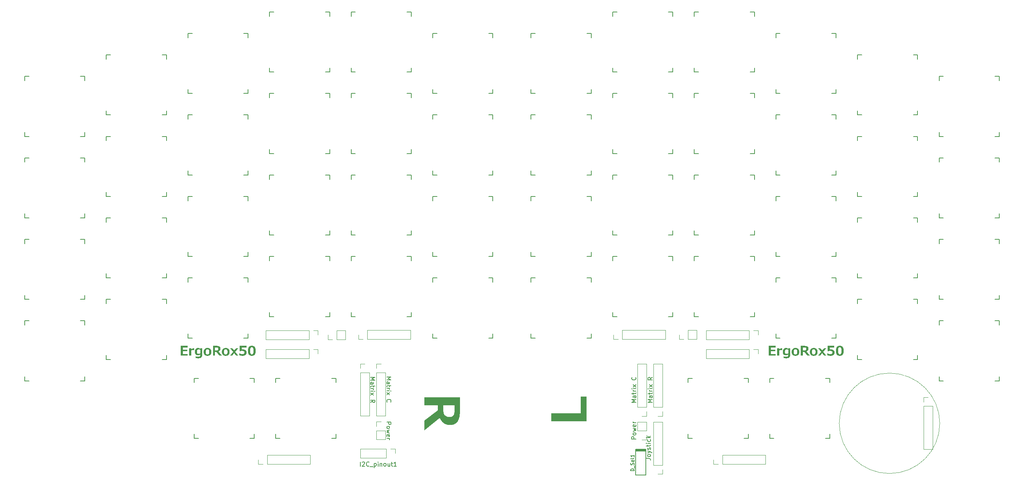
<source format=gbr>
%TF.GenerationSoftware,KiCad,Pcbnew,7.0.8*%
%TF.CreationDate,2024-04-16T05:21:19+09:00*%
%TF.ProjectId,pcb,7063622e-6b69-4636-9164-5f7063625858,rev?*%
%TF.SameCoordinates,Original*%
%TF.FileFunction,Legend,Top*%
%TF.FilePolarity,Positive*%
%FSLAX46Y46*%
G04 Gerber Fmt 4.6, Leading zero omitted, Abs format (unit mm)*
G04 Created by KiCad (PCBNEW 7.0.8) date 2024-04-16 05:21:19*
%MOMM*%
%LPD*%
G01*
G04 APERTURE LIST*
%ADD10C,1.600000*%
%ADD11C,0.200000*%
%ADD12C,0.150000*%
%ADD13C,0.120000*%
%ADD14C,0.100000*%
%ADD15C,1.701800*%
%ADD16C,3.000000*%
%ADD17C,3.987800*%
%ADD18C,2.200000*%
%ADD19R,1.350000X1.350000*%
%ADD20O,1.350000X1.350000*%
%ADD21R,1.400000X1.200000*%
%ADD22C,0.800000*%
%ADD23O,1.400000X1.000000*%
%ADD24C,1.778000*%
%ADD25C,2.286000*%
%ADD26O,1.500000X2.500000*%
%ADD27O,2.500000X1.500000*%
G04 APERTURE END LIST*
D10*
G36*
X196390000Y-140768667D02*
G01*
X196390000Y-146517166D01*
X188136545Y-146517166D01*
X188136545Y-144701953D01*
X195014424Y-144701953D01*
X195014424Y-140768667D01*
X196390000Y-140768667D01*
G37*
D11*
G36*
X240357564Y-131226000D02*
G01*
X238770279Y-131226000D01*
X238770279Y-128956300D01*
X240357564Y-128956300D01*
X240357564Y-129334583D01*
X239266238Y-129334583D01*
X239266238Y-129816034D01*
X240280188Y-129816034D01*
X240280188Y-130194318D01*
X239266238Y-130194318D01*
X239266238Y-130847716D01*
X240357564Y-130847716D01*
X240357564Y-131226000D01*
G37*
G36*
X241935177Y-129953592D02*
G01*
X241920132Y-129953592D01*
X241895759Y-129945532D01*
X241869388Y-129938547D01*
X241848298Y-129934013D01*
X241826084Y-129930084D01*
X241802746Y-129926759D01*
X241778284Y-129924039D01*
X241752698Y-129921923D01*
X241725989Y-129920412D01*
X241698155Y-129919505D01*
X241669197Y-129919203D01*
X241638588Y-129919511D01*
X241608285Y-129920437D01*
X241578289Y-129921979D01*
X241548599Y-129924139D01*
X241519216Y-129926916D01*
X241490139Y-129930310D01*
X241461368Y-129934321D01*
X241432904Y-129938950D01*
X241404747Y-129944195D01*
X241376896Y-129950057D01*
X241349351Y-129956537D01*
X241322113Y-129963633D01*
X241295181Y-129971347D01*
X241268556Y-129979678D01*
X241242237Y-129988626D01*
X241216224Y-129998191D01*
X241216224Y-131226000D01*
X240751967Y-131226000D01*
X240751967Y-129472140D01*
X241216224Y-129472140D01*
X241216224Y-129788093D01*
X241242528Y-129765135D01*
X241268245Y-129743142D01*
X241293374Y-129722114D01*
X241317915Y-129702052D01*
X241341868Y-129682956D01*
X241365234Y-129664825D01*
X241388012Y-129647660D01*
X241410202Y-129631460D01*
X241431804Y-129616226D01*
X241452819Y-129601957D01*
X241473246Y-129588654D01*
X241493086Y-129576316D01*
X241512337Y-129564944D01*
X241540113Y-129549696D01*
X241566566Y-129536621D01*
X241592316Y-129525097D01*
X241617980Y-129514707D01*
X241643560Y-129505451D01*
X241669054Y-129497328D01*
X241694464Y-129490338D01*
X241719788Y-129484482D01*
X241745028Y-129479760D01*
X241770182Y-129476170D01*
X241795252Y-129473715D01*
X241820236Y-129472392D01*
X241836845Y-129472140D01*
X241858744Y-129472395D01*
X241881992Y-129473050D01*
X241905255Y-129473954D01*
X241927363Y-129474974D01*
X241935177Y-129475364D01*
X241935177Y-129953592D01*
G37*
G36*
X242845560Y-129438404D02*
G01*
X242877276Y-129440362D01*
X242908865Y-129443626D01*
X242940328Y-129448196D01*
X242971666Y-129454070D01*
X243002877Y-129461251D01*
X243033963Y-129469737D01*
X243064923Y-129479529D01*
X243095756Y-129490626D01*
X243126464Y-129503029D01*
X243157046Y-129516737D01*
X243187502Y-129531751D01*
X243217832Y-129548070D01*
X243248036Y-129565695D01*
X243278114Y-129584626D01*
X243308066Y-129604862D01*
X243339769Y-129472140D01*
X243777697Y-129472140D01*
X243777697Y-131005692D01*
X243777484Y-131032306D01*
X243776847Y-131058481D01*
X243775784Y-131084218D01*
X243774296Y-131109516D01*
X243772384Y-131134375D01*
X243770046Y-131158795D01*
X243767283Y-131182777D01*
X243764095Y-131206320D01*
X243760483Y-131229424D01*
X243756445Y-131252090D01*
X243751982Y-131274317D01*
X243747094Y-131296105D01*
X243741781Y-131317454D01*
X243736043Y-131338365D01*
X243723292Y-131378871D01*
X243708840Y-131417622D01*
X243692689Y-131454618D01*
X243674837Y-131489860D01*
X243655285Y-131523347D01*
X243634033Y-131555079D01*
X243611081Y-131585056D01*
X243586429Y-131613279D01*
X243560076Y-131639747D01*
X243531854Y-131664603D01*
X243501591Y-131687855D01*
X243469288Y-131709504D01*
X243434945Y-131729549D01*
X243398561Y-131747990D01*
X243360138Y-131764828D01*
X243319674Y-131780062D01*
X243298677Y-131787078D01*
X243277170Y-131793693D01*
X243255153Y-131799907D01*
X243232626Y-131805720D01*
X243209588Y-131811132D01*
X243186041Y-131816144D01*
X243161984Y-131820754D01*
X243137417Y-131824963D01*
X243112339Y-131828772D01*
X243086752Y-131832180D01*
X243060654Y-131835186D01*
X243034047Y-131837792D01*
X243006929Y-131839997D01*
X242979302Y-131841801D01*
X242951164Y-131843205D01*
X242922517Y-131844207D01*
X242893359Y-131844808D01*
X242863691Y-131845009D01*
X242824961Y-131844742D01*
X242786281Y-131843942D01*
X242747652Y-131842609D01*
X242709073Y-131840743D01*
X242670545Y-131838344D01*
X242632066Y-131835412D01*
X242593639Y-131831947D01*
X242555261Y-131827948D01*
X242516934Y-131823417D01*
X242478657Y-131818352D01*
X242440431Y-131812754D01*
X242402255Y-131806623D01*
X242364130Y-131799959D01*
X242326055Y-131792761D01*
X242288030Y-131785031D01*
X242250055Y-131776767D01*
X242250055Y-131397946D01*
X242272623Y-131397946D01*
X242309924Y-131410439D01*
X242346599Y-131422127D01*
X242382649Y-131433008D01*
X242418073Y-131443083D01*
X242452872Y-131452352D01*
X242487045Y-131460815D01*
X242520593Y-131468472D01*
X242553515Y-131475323D01*
X242585812Y-131481368D01*
X242617483Y-131486607D01*
X242648529Y-131491040D01*
X242678949Y-131494667D01*
X242708744Y-131497488D01*
X242737913Y-131499503D01*
X242766457Y-131500712D01*
X242794375Y-131501115D01*
X242827591Y-131500747D01*
X242859669Y-131499645D01*
X242890610Y-131497809D01*
X242920413Y-131495238D01*
X242949079Y-131491932D01*
X242976607Y-131487891D01*
X243002997Y-131483116D01*
X243028250Y-131477606D01*
X243052365Y-131471362D01*
X243075342Y-131464383D01*
X243097182Y-131456669D01*
X243117884Y-131448221D01*
X243137448Y-131439038D01*
X243164662Y-131423886D01*
X243189316Y-131407081D01*
X243211594Y-131387839D01*
X243231681Y-131365377D01*
X243249577Y-131339693D01*
X243260290Y-131320782D01*
X243270029Y-131300439D01*
X243278794Y-131278664D01*
X243286586Y-131255458D01*
X243293403Y-131230820D01*
X243299247Y-131204751D01*
X243304116Y-131177251D01*
X243308012Y-131148318D01*
X243310934Y-131117955D01*
X243312882Y-131086160D01*
X243313855Y-131052933D01*
X243313977Y-131035783D01*
X243313977Y-130940138D01*
X243297068Y-130953493D01*
X243263350Y-130978933D01*
X243229767Y-131002676D01*
X243196318Y-131024724D01*
X243163003Y-131045075D01*
X243129823Y-131063731D01*
X243096777Y-131080690D01*
X243063865Y-131095954D01*
X243031087Y-131109522D01*
X242998444Y-131121394D01*
X242965936Y-131131569D01*
X242933561Y-131140049D01*
X242901321Y-131146833D01*
X242869216Y-131151921D01*
X242837244Y-131155313D01*
X242805407Y-131157009D01*
X242789539Y-131157221D01*
X242745174Y-131156374D01*
X242702218Y-131153833D01*
X242660670Y-131149598D01*
X242620531Y-131143670D01*
X242581799Y-131136047D01*
X242544477Y-131126731D01*
X242508562Y-131115721D01*
X242474057Y-131103017D01*
X242440959Y-131088619D01*
X242409270Y-131072528D01*
X242378989Y-131054742D01*
X242350117Y-131035263D01*
X242322653Y-131014089D01*
X242296598Y-130991222D01*
X242271951Y-130966661D01*
X242248712Y-130940406D01*
X242226882Y-130912458D01*
X242206460Y-130882815D01*
X242187446Y-130851479D01*
X242169841Y-130818448D01*
X242153645Y-130783724D01*
X242138857Y-130747306D01*
X242125477Y-130709194D01*
X242113505Y-130669388D01*
X242102942Y-130627889D01*
X242093788Y-130584695D01*
X242086041Y-130539808D01*
X242079704Y-130493227D01*
X242074774Y-130444952D01*
X242071253Y-130394983D01*
X242069141Y-130343320D01*
X242068720Y-130311457D01*
X242549351Y-130311457D01*
X242549743Y-130344062D01*
X242550921Y-130375517D01*
X242552883Y-130405822D01*
X242555631Y-130434976D01*
X242559163Y-130462981D01*
X242563481Y-130489835D01*
X242568583Y-130515539D01*
X242574471Y-130540092D01*
X242581143Y-130563496D01*
X242588601Y-130585749D01*
X242596844Y-130606852D01*
X242605871Y-130626805D01*
X242620885Y-130654577D01*
X242637664Y-130679761D01*
X242649832Y-130695113D01*
X242669650Y-130716239D01*
X242691423Y-130735287D01*
X242715151Y-130752257D01*
X242740835Y-130767150D01*
X242768473Y-130779964D01*
X242798067Y-130790700D01*
X242818882Y-130796703D01*
X242840567Y-130801782D01*
X242863120Y-130805938D01*
X242886542Y-130809171D01*
X242910834Y-130811480D01*
X242935994Y-130812865D01*
X242962023Y-130813327D01*
X242993056Y-130812212D01*
X243024495Y-130808869D01*
X243056340Y-130803296D01*
X243077795Y-130798342D01*
X243099431Y-130792398D01*
X243121248Y-130785463D01*
X243143245Y-130777537D01*
X243165423Y-130768621D01*
X243187781Y-130758714D01*
X243210319Y-130747816D01*
X243233039Y-130735928D01*
X243255938Y-130723048D01*
X243279018Y-130709178D01*
X243302279Y-130694318D01*
X243313977Y-130686516D01*
X243313977Y-129846662D01*
X243285562Y-129835043D01*
X243257544Y-129824567D01*
X243229923Y-129815233D01*
X243202699Y-129807042D01*
X243175871Y-129799995D01*
X243149440Y-129794090D01*
X243123405Y-129789328D01*
X243097767Y-129785709D01*
X243072526Y-129783232D01*
X243047682Y-129781899D01*
X243031339Y-129781645D01*
X243001686Y-129782162D01*
X242972974Y-129783715D01*
X242945203Y-129786302D01*
X242918373Y-129789923D01*
X242892485Y-129794580D01*
X242867538Y-129800271D01*
X242843533Y-129806997D01*
X242820469Y-129814758D01*
X242798347Y-129823554D01*
X242777166Y-129833384D01*
X242756926Y-129844250D01*
X242737627Y-129856150D01*
X242719270Y-129869085D01*
X242701855Y-129883054D01*
X242685381Y-129898059D01*
X242669848Y-129914098D01*
X242655256Y-129931172D01*
X242641606Y-129949281D01*
X242628897Y-129968424D01*
X242617130Y-129988603D01*
X242606304Y-130009816D01*
X242596420Y-130032064D01*
X242587477Y-130055346D01*
X242579475Y-130079664D01*
X242572414Y-130105016D01*
X242566295Y-130131403D01*
X242561118Y-130158825D01*
X242556882Y-130187282D01*
X242553587Y-130216773D01*
X242551233Y-130247300D01*
X242549821Y-130278861D01*
X242549351Y-130311457D01*
X242068720Y-130311457D01*
X242068436Y-130289963D01*
X242068640Y-130266098D01*
X242069253Y-130242527D01*
X242070273Y-130219249D01*
X242071702Y-130196266D01*
X242073539Y-130173576D01*
X242075785Y-130151180D01*
X242078438Y-130129078D01*
X242081500Y-130107270D01*
X242084970Y-130085755D01*
X242088849Y-130064535D01*
X242097830Y-130022975D01*
X242108445Y-129982591D01*
X242120692Y-129943383D01*
X242134573Y-129905349D01*
X242150086Y-129868492D01*
X242167232Y-129832809D01*
X242186012Y-129798302D01*
X242206424Y-129764971D01*
X242228470Y-129732815D01*
X242252148Y-129701834D01*
X242277459Y-129672029D01*
X242304112Y-129643659D01*
X242331680Y-129617120D01*
X242360163Y-129592411D01*
X242389561Y-129569532D01*
X242419874Y-129548484D01*
X242451102Y-129529266D01*
X242483246Y-129511878D01*
X242516304Y-129496321D01*
X242550278Y-129482593D01*
X242585167Y-129470696D01*
X242620971Y-129460630D01*
X242657691Y-129452393D01*
X242695325Y-129445987D01*
X242733874Y-129441412D01*
X242773339Y-129438666D01*
X242813719Y-129437751D01*
X242845560Y-129438404D01*
G37*
G36*
X245037796Y-129437987D02*
G01*
X245063808Y-129438696D01*
X245089452Y-129439876D01*
X245114727Y-129441529D01*
X245139634Y-129443654D01*
X245164172Y-129446252D01*
X245188342Y-129449322D01*
X245212144Y-129452864D01*
X245235577Y-129456878D01*
X245258642Y-129461364D01*
X245281339Y-129466323D01*
X245303667Y-129471754D01*
X245325627Y-129477658D01*
X245347219Y-129484033D01*
X245368442Y-129490881D01*
X245389296Y-129498201D01*
X245409783Y-129505994D01*
X245429901Y-129514258D01*
X245449651Y-129522995D01*
X245488045Y-129541886D01*
X245524965Y-129562666D01*
X245560413Y-129585334D01*
X245594387Y-129609892D01*
X245626887Y-129636339D01*
X245657914Y-129664675D01*
X245672875Y-129679551D01*
X245701504Y-129710446D01*
X245728287Y-129742814D01*
X245753223Y-129776656D01*
X245776311Y-129811971D01*
X245797553Y-129848759D01*
X245816947Y-129887021D01*
X245825952Y-129906705D01*
X245834495Y-129926757D01*
X245842576Y-129947177D01*
X245850195Y-129967966D01*
X245857352Y-129989123D01*
X245864048Y-130010648D01*
X245870282Y-130032542D01*
X245876054Y-130054804D01*
X245881364Y-130077434D01*
X245886213Y-130100433D01*
X245890600Y-130123800D01*
X245894525Y-130147536D01*
X245897988Y-130171640D01*
X245900990Y-130196112D01*
X245903530Y-130220953D01*
X245905607Y-130246162D01*
X245907224Y-130271739D01*
X245908378Y-130297685D01*
X245909071Y-130323999D01*
X245909302Y-130350682D01*
X245909071Y-130377265D01*
X245908378Y-130403481D01*
X245907224Y-130429332D01*
X245905607Y-130454816D01*
X245903530Y-130479933D01*
X245900990Y-130504685D01*
X245897988Y-130529070D01*
X245894525Y-130553089D01*
X245890600Y-130576742D01*
X245886213Y-130600028D01*
X245881364Y-130622948D01*
X245876054Y-130645502D01*
X245870282Y-130667690D01*
X245864048Y-130689511D01*
X245857352Y-130710966D01*
X245850195Y-130732055D01*
X245842576Y-130752778D01*
X245834495Y-130773134D01*
X245825952Y-130793124D01*
X245816947Y-130812747D01*
X245797553Y-130850896D01*
X245776311Y-130887580D01*
X245753223Y-130922798D01*
X245728287Y-130956552D01*
X245701504Y-130988840D01*
X245672875Y-131019663D01*
X245642584Y-131048814D01*
X245610821Y-131076083D01*
X245577584Y-131101472D01*
X245542873Y-131124981D01*
X245506689Y-131146608D01*
X245469032Y-131166355D01*
X245429901Y-131184222D01*
X245409783Y-131192450D01*
X245389296Y-131200207D01*
X245368442Y-131207495D01*
X245347219Y-131214312D01*
X245325627Y-131220660D01*
X245303667Y-131226537D01*
X245281339Y-131231944D01*
X245258642Y-131236881D01*
X245235577Y-131241347D01*
X245212144Y-131245344D01*
X245188342Y-131248870D01*
X245164172Y-131251926D01*
X245139634Y-131254512D01*
X245114727Y-131256628D01*
X245089452Y-131258273D01*
X245063808Y-131259449D01*
X245037796Y-131260154D01*
X245011416Y-131260389D01*
X244984970Y-131260154D01*
X244958896Y-131259449D01*
X244933193Y-131258273D01*
X244907862Y-131256628D01*
X244882902Y-131254512D01*
X244858314Y-131251926D01*
X244834097Y-131248870D01*
X244810252Y-131245344D01*
X244786778Y-131241347D01*
X244763676Y-131236881D01*
X244740945Y-131231944D01*
X244718586Y-131226537D01*
X244696598Y-131220660D01*
X244674982Y-131214312D01*
X244653737Y-131207495D01*
X244632864Y-131200207D01*
X244612363Y-131192450D01*
X244592232Y-131184222D01*
X244572474Y-131175524D01*
X244534071Y-131156717D01*
X244497155Y-131136030D01*
X244461724Y-131113462D01*
X244427780Y-131089013D01*
X244395321Y-131062683D01*
X244364349Y-131034473D01*
X244349420Y-131019663D01*
X244320921Y-130988840D01*
X244294260Y-130956552D01*
X244269437Y-130922798D01*
X244246454Y-130887580D01*
X244225309Y-130850896D01*
X244206002Y-130812747D01*
X244197039Y-130793124D01*
X244188535Y-130773134D01*
X244180491Y-130752778D01*
X244172906Y-130732055D01*
X244165781Y-130710966D01*
X244159116Y-130689511D01*
X244152910Y-130667690D01*
X244147164Y-130645502D01*
X244141878Y-130622948D01*
X244137052Y-130600028D01*
X244132685Y-130576742D01*
X244128777Y-130553089D01*
X244125330Y-130529070D01*
X244122342Y-130504685D01*
X244119814Y-130479933D01*
X244117745Y-130454816D01*
X244116136Y-130429332D01*
X244114987Y-130403481D01*
X244114298Y-130377265D01*
X244114105Y-130354981D01*
X244599281Y-130354981D01*
X244599690Y-130391643D01*
X244600916Y-130427141D01*
X244602960Y-130461475D01*
X244605821Y-130494646D01*
X244609500Y-130526652D01*
X244613997Y-130557495D01*
X244619311Y-130587174D01*
X244625442Y-130615689D01*
X244632391Y-130643040D01*
X244640158Y-130669227D01*
X244648742Y-130694250D01*
X244658144Y-130718109D01*
X244668363Y-130740805D01*
X244679400Y-130762337D01*
X244691255Y-130782705D01*
X244703927Y-130801908D01*
X244717416Y-130819948D01*
X244731723Y-130836825D01*
X244746848Y-130852537D01*
X244762790Y-130867085D01*
X244797127Y-130892691D01*
X244834734Y-130913640D01*
X244854764Y-130922369D01*
X244875611Y-130929935D01*
X244897276Y-130936336D01*
X244919759Y-130941573D01*
X244943059Y-130945647D01*
X244967176Y-130948557D01*
X244992111Y-130950302D01*
X245017864Y-130950884D01*
X245042856Y-130950302D01*
X245067055Y-130948557D01*
X245090461Y-130945647D01*
X245113073Y-130941573D01*
X245134892Y-130936336D01*
X245155917Y-130929935D01*
X245176149Y-130922369D01*
X245214233Y-130903747D01*
X245249142Y-130880470D01*
X245280879Y-130852537D01*
X245295557Y-130836825D01*
X245309441Y-130819948D01*
X245322533Y-130801908D01*
X245334830Y-130782705D01*
X245346335Y-130762337D01*
X245357046Y-130740805D01*
X245366963Y-130718109D01*
X245376088Y-130694250D01*
X245384418Y-130669227D01*
X245391956Y-130643040D01*
X245398700Y-130615689D01*
X245404650Y-130587174D01*
X245409807Y-130557495D01*
X245414171Y-130526652D01*
X245417742Y-130494646D01*
X245420518Y-130461475D01*
X245422502Y-130427141D01*
X245423692Y-130391643D01*
X245424089Y-130354981D01*
X245423686Y-130317591D01*
X245422479Y-130281389D01*
X245420467Y-130246374D01*
X245417649Y-130212545D01*
X245414027Y-130179904D01*
X245409600Y-130148449D01*
X245404368Y-130118182D01*
X245398330Y-130089101D01*
X245391488Y-130061207D01*
X245383841Y-130034501D01*
X245375389Y-130008981D01*
X245366132Y-129984648D01*
X245356070Y-129961502D01*
X245345204Y-129939544D01*
X245333532Y-129918772D01*
X245321055Y-129899187D01*
X245307773Y-129880789D01*
X245293687Y-129863578D01*
X245278795Y-129847554D01*
X245263098Y-129832717D01*
X245229290Y-129806604D01*
X245192263Y-129785238D01*
X245172541Y-129776336D01*
X245152015Y-129768621D01*
X245130684Y-129762093D01*
X245108548Y-129756751D01*
X245085607Y-129752597D01*
X245061860Y-129749630D01*
X245037309Y-129747849D01*
X245011953Y-129747256D01*
X244986564Y-129747849D01*
X244961981Y-129749630D01*
X244938204Y-129752597D01*
X244915233Y-129756751D01*
X244893068Y-129762093D01*
X244871709Y-129768621D01*
X244851156Y-129776336D01*
X244831409Y-129785238D01*
X244794333Y-129806604D01*
X244760481Y-129832717D01*
X244744764Y-129847554D01*
X244729853Y-129863578D01*
X244715748Y-129880789D01*
X244702449Y-129899187D01*
X244689956Y-129918772D01*
X244678269Y-129939544D01*
X244667388Y-129961502D01*
X244657313Y-129984648D01*
X244648044Y-130008981D01*
X244639581Y-130034501D01*
X244631924Y-130061207D01*
X244625073Y-130089101D01*
X244619028Y-130118182D01*
X244613789Y-130148449D01*
X244609356Y-130179904D01*
X244605729Y-130212545D01*
X244602908Y-130246374D01*
X244600893Y-130281389D01*
X244599684Y-130317591D01*
X244599281Y-130354981D01*
X244114105Y-130354981D01*
X244114068Y-130350682D01*
X244114300Y-130323999D01*
X244114998Y-130297685D01*
X244116160Y-130271739D01*
X244117787Y-130246162D01*
X244119879Y-130220953D01*
X244122436Y-130196112D01*
X244125458Y-130171640D01*
X244128945Y-130147536D01*
X244132897Y-130123800D01*
X244137314Y-130100433D01*
X244142196Y-130077434D01*
X244147542Y-130054804D01*
X244153354Y-130032542D01*
X244159630Y-130010648D01*
X244166371Y-129989123D01*
X244173578Y-129967966D01*
X244181249Y-129947177D01*
X244189385Y-129926757D01*
X244197986Y-129906705D01*
X244207052Y-129887021D01*
X244216583Y-129867706D01*
X244237039Y-129830181D01*
X244259355Y-129794129D01*
X244283531Y-129759551D01*
X244309567Y-129726446D01*
X244337462Y-129694815D01*
X244352107Y-129679551D01*
X244382578Y-129650271D01*
X244414480Y-129622880D01*
X244447813Y-129597377D01*
X244482578Y-129573764D01*
X244518775Y-129552040D01*
X244556403Y-129532204D01*
X244595463Y-129514258D01*
X244615529Y-129505994D01*
X244635954Y-129498201D01*
X244656736Y-129490881D01*
X244677876Y-129484033D01*
X244699374Y-129477658D01*
X244721230Y-129471754D01*
X244743444Y-129466323D01*
X244766016Y-129461364D01*
X244788946Y-129456878D01*
X244812233Y-129452864D01*
X244835878Y-129449322D01*
X244859882Y-129446252D01*
X244884243Y-129443654D01*
X244908962Y-129441529D01*
X244934038Y-129439876D01*
X244959473Y-129438696D01*
X244985266Y-129437987D01*
X245011416Y-129437751D01*
X245037796Y-129437987D01*
G37*
G36*
X247177252Y-128956464D02*
G01*
X247206129Y-128956957D01*
X247234487Y-128957778D01*
X247262326Y-128958927D01*
X247289647Y-128960406D01*
X247316450Y-128962212D01*
X247342734Y-128964348D01*
X247368500Y-128966811D01*
X247393747Y-128969603D01*
X247418476Y-128972724D01*
X247442687Y-128976173D01*
X247466379Y-128979951D01*
X247489552Y-128984057D01*
X247512208Y-128988491D01*
X247534344Y-128993254D01*
X247555963Y-128998346D01*
X247577062Y-129003766D01*
X247617707Y-129015592D01*
X247656277Y-129028731D01*
X247692774Y-129043185D01*
X247727197Y-129058952D01*
X247759546Y-129076033D01*
X247789822Y-129094429D01*
X247818023Y-129114138D01*
X247831346Y-129124485D01*
X247856723Y-129145974D01*
X247880462Y-129168395D01*
X247902564Y-129191749D01*
X247923029Y-129216034D01*
X247941857Y-129241250D01*
X247959047Y-129267399D01*
X247974600Y-129294480D01*
X247988517Y-129322493D01*
X248000796Y-129351438D01*
X248011437Y-129381314D01*
X248020442Y-129412123D01*
X248027809Y-129443863D01*
X248033539Y-129476536D01*
X248037632Y-129510140D01*
X248040088Y-129544676D01*
X248040907Y-129580145D01*
X248040463Y-129608093D01*
X248039131Y-129635585D01*
X248036911Y-129662620D01*
X248033804Y-129689198D01*
X248029808Y-129715320D01*
X248024925Y-129740986D01*
X248019154Y-129766195D01*
X248012495Y-129790948D01*
X248004948Y-129815244D01*
X247996514Y-129839083D01*
X247987191Y-129862466D01*
X247976981Y-129885392D01*
X247965882Y-129907862D01*
X247953896Y-129929876D01*
X247941022Y-129951433D01*
X247927260Y-129972533D01*
X247912611Y-129993177D01*
X247897073Y-130013364D01*
X247880648Y-130033095D01*
X247863335Y-130052369D01*
X247845133Y-130071187D01*
X247826044Y-130089548D01*
X247806067Y-130107453D01*
X247785203Y-130124901D01*
X247763450Y-130141892D01*
X247740810Y-130158428D01*
X247717281Y-130174506D01*
X247692865Y-130190128D01*
X247667561Y-130205294D01*
X247641369Y-130220003D01*
X247614290Y-130234255D01*
X247586322Y-130248051D01*
X248376741Y-131226000D01*
X247759881Y-131226000D01*
X247091974Y-130366265D01*
X246774947Y-130366265D01*
X246774947Y-131226000D01*
X246275764Y-131226000D01*
X246275764Y-129300193D01*
X246771723Y-129300193D01*
X246771723Y-130022371D01*
X246995254Y-130022371D01*
X247034637Y-130021945D01*
X247072320Y-130020666D01*
X247108302Y-130018536D01*
X247142585Y-130015553D01*
X247175167Y-130011719D01*
X247206049Y-130007032D01*
X247235231Y-130001492D01*
X247262712Y-129995101D01*
X247288494Y-129987858D01*
X247312575Y-129979762D01*
X247334957Y-129970814D01*
X247355638Y-129961014D01*
X247374618Y-129950362D01*
X247399902Y-129932785D01*
X247421360Y-129913292D01*
X247439990Y-129892149D01*
X247456787Y-129869824D01*
X247471751Y-129846320D01*
X247484883Y-129821634D01*
X247496183Y-129795768D01*
X247505650Y-129768722D01*
X247513285Y-129740494D01*
X247519088Y-129711086D01*
X247523058Y-129680498D01*
X247525196Y-129648728D01*
X247525603Y-129626893D01*
X247524725Y-129598015D01*
X247522089Y-129570422D01*
X247517697Y-129544114D01*
X247511548Y-129519090D01*
X247503643Y-129495351D01*
X247493980Y-129472896D01*
X247482561Y-129451726D01*
X247469385Y-129431840D01*
X247454451Y-129413239D01*
X247437762Y-129395923D01*
X247425659Y-129385092D01*
X247405315Y-129369920D01*
X247381562Y-129356240D01*
X247354399Y-129344052D01*
X247323826Y-129333357D01*
X247301549Y-129327056D01*
X247277758Y-129321418D01*
X247252451Y-129316444D01*
X247225628Y-129312132D01*
X247197290Y-129308484D01*
X247167436Y-129305500D01*
X247136067Y-129303178D01*
X247103183Y-129301520D01*
X247068783Y-129300525D01*
X247032868Y-129300193D01*
X246771723Y-129300193D01*
X246275764Y-129300193D01*
X246275764Y-128956300D01*
X247147857Y-128956300D01*
X247177252Y-128956464D01*
G37*
G36*
X249284886Y-129437987D02*
G01*
X249310898Y-129438696D01*
X249336542Y-129439876D01*
X249361817Y-129441529D01*
X249386724Y-129443654D01*
X249411262Y-129446252D01*
X249435432Y-129449322D01*
X249459234Y-129452864D01*
X249482667Y-129456878D01*
X249505732Y-129461364D01*
X249528429Y-129466323D01*
X249550757Y-129471754D01*
X249572717Y-129477658D01*
X249594309Y-129484033D01*
X249615532Y-129490881D01*
X249636386Y-129498201D01*
X249656873Y-129505994D01*
X249676991Y-129514258D01*
X249696741Y-129522995D01*
X249735135Y-129541886D01*
X249772055Y-129562666D01*
X249807503Y-129585334D01*
X249841477Y-129609892D01*
X249873977Y-129636339D01*
X249905004Y-129664675D01*
X249919965Y-129679551D01*
X249948594Y-129710446D01*
X249975377Y-129742814D01*
X250000313Y-129776656D01*
X250023401Y-129811971D01*
X250044643Y-129848759D01*
X250064037Y-129887021D01*
X250073042Y-129906705D01*
X250081585Y-129926757D01*
X250089666Y-129947177D01*
X250097285Y-129967966D01*
X250104442Y-129989123D01*
X250111138Y-130010648D01*
X250117372Y-130032542D01*
X250123144Y-130054804D01*
X250128455Y-130077434D01*
X250133303Y-130100433D01*
X250137690Y-130123800D01*
X250141615Y-130147536D01*
X250145078Y-130171640D01*
X250148080Y-130196112D01*
X250150620Y-130220953D01*
X250152698Y-130246162D01*
X250154314Y-130271739D01*
X250155468Y-130297685D01*
X250156161Y-130323999D01*
X250156392Y-130350682D01*
X250156161Y-130377265D01*
X250155468Y-130403481D01*
X250154314Y-130429332D01*
X250152698Y-130454816D01*
X250150620Y-130479933D01*
X250148080Y-130504685D01*
X250145078Y-130529070D01*
X250141615Y-130553089D01*
X250137690Y-130576742D01*
X250133303Y-130600028D01*
X250128455Y-130622948D01*
X250123144Y-130645502D01*
X250117372Y-130667690D01*
X250111138Y-130689511D01*
X250104442Y-130710966D01*
X250097285Y-130732055D01*
X250089666Y-130752778D01*
X250081585Y-130773134D01*
X250073042Y-130793124D01*
X250064037Y-130812747D01*
X250044643Y-130850896D01*
X250023401Y-130887580D01*
X250000313Y-130922798D01*
X249975377Y-130956552D01*
X249948594Y-130988840D01*
X249919965Y-131019663D01*
X249889674Y-131048814D01*
X249857911Y-131076083D01*
X249824674Y-131101472D01*
X249789963Y-131124981D01*
X249753779Y-131146608D01*
X249716122Y-131166355D01*
X249676991Y-131184222D01*
X249656873Y-131192450D01*
X249636386Y-131200207D01*
X249615532Y-131207495D01*
X249594309Y-131214312D01*
X249572717Y-131220660D01*
X249550757Y-131226537D01*
X249528429Y-131231944D01*
X249505732Y-131236881D01*
X249482667Y-131241347D01*
X249459234Y-131245344D01*
X249435432Y-131248870D01*
X249411262Y-131251926D01*
X249386724Y-131254512D01*
X249361817Y-131256628D01*
X249336542Y-131258273D01*
X249310898Y-131259449D01*
X249284886Y-131260154D01*
X249258506Y-131260389D01*
X249232060Y-131260154D01*
X249205986Y-131259449D01*
X249180283Y-131258273D01*
X249154952Y-131256628D01*
X249129992Y-131254512D01*
X249105404Y-131251926D01*
X249081187Y-131248870D01*
X249057342Y-131245344D01*
X249033868Y-131241347D01*
X249010766Y-131236881D01*
X248988035Y-131231944D01*
X248965676Y-131226537D01*
X248943688Y-131220660D01*
X248922072Y-131214312D01*
X248900827Y-131207495D01*
X248879954Y-131200207D01*
X248859453Y-131192450D01*
X248839322Y-131184222D01*
X248819564Y-131175524D01*
X248781161Y-131156717D01*
X248744245Y-131136030D01*
X248708814Y-131113462D01*
X248674870Y-131089013D01*
X248642411Y-131062683D01*
X248611439Y-131034473D01*
X248596510Y-131019663D01*
X248568011Y-130988840D01*
X248541350Y-130956552D01*
X248516527Y-130922798D01*
X248493544Y-130887580D01*
X248472399Y-130850896D01*
X248453092Y-130812747D01*
X248444129Y-130793124D01*
X248435625Y-130773134D01*
X248427581Y-130752778D01*
X248419996Y-130732055D01*
X248412871Y-130710966D01*
X248406206Y-130689511D01*
X248400000Y-130667690D01*
X248394254Y-130645502D01*
X248388968Y-130622948D01*
X248384142Y-130600028D01*
X248379775Y-130576742D01*
X248375867Y-130553089D01*
X248372420Y-130529070D01*
X248369432Y-130504685D01*
X248366904Y-130479933D01*
X248364835Y-130454816D01*
X248363226Y-130429332D01*
X248362077Y-130403481D01*
X248361388Y-130377265D01*
X248361195Y-130354981D01*
X248846371Y-130354981D01*
X248846780Y-130391643D01*
X248848006Y-130427141D01*
X248850050Y-130461475D01*
X248852911Y-130494646D01*
X248856590Y-130526652D01*
X248861087Y-130557495D01*
X248866401Y-130587174D01*
X248872532Y-130615689D01*
X248879481Y-130643040D01*
X248887248Y-130669227D01*
X248895832Y-130694250D01*
X248905234Y-130718109D01*
X248915453Y-130740805D01*
X248926490Y-130762337D01*
X248938345Y-130782705D01*
X248951017Y-130801908D01*
X248964506Y-130819948D01*
X248978813Y-130836825D01*
X248993938Y-130852537D01*
X249009880Y-130867085D01*
X249044217Y-130892691D01*
X249081824Y-130913640D01*
X249101854Y-130922369D01*
X249122701Y-130929935D01*
X249144366Y-130936336D01*
X249166849Y-130941573D01*
X249190149Y-130945647D01*
X249214266Y-130948557D01*
X249239201Y-130950302D01*
X249264954Y-130950884D01*
X249289946Y-130950302D01*
X249314145Y-130948557D01*
X249337551Y-130945647D01*
X249360163Y-130941573D01*
X249381982Y-130936336D01*
X249403007Y-130929935D01*
X249423239Y-130922369D01*
X249461323Y-130903747D01*
X249496232Y-130880470D01*
X249527969Y-130852537D01*
X249542647Y-130836825D01*
X249556531Y-130819948D01*
X249569623Y-130801908D01*
X249581920Y-130782705D01*
X249593425Y-130762337D01*
X249604136Y-130740805D01*
X249614053Y-130718109D01*
X249623178Y-130694250D01*
X249631508Y-130669227D01*
X249639046Y-130643040D01*
X249645790Y-130615689D01*
X249651740Y-130587174D01*
X249656898Y-130557495D01*
X249661261Y-130526652D01*
X249664832Y-130494646D01*
X249667609Y-130461475D01*
X249669592Y-130427141D01*
X249670782Y-130391643D01*
X249671179Y-130354981D01*
X249670776Y-130317591D01*
X249669569Y-130281389D01*
X249667557Y-130246374D01*
X249664739Y-130212545D01*
X249661117Y-130179904D01*
X249656690Y-130148449D01*
X249651458Y-130118182D01*
X249645420Y-130089101D01*
X249638578Y-130061207D01*
X249630931Y-130034501D01*
X249622479Y-130008981D01*
X249613222Y-129984648D01*
X249603160Y-129961502D01*
X249592294Y-129939544D01*
X249580622Y-129918772D01*
X249568145Y-129899187D01*
X249554863Y-129880789D01*
X249540777Y-129863578D01*
X249525885Y-129847554D01*
X249510188Y-129832717D01*
X249476380Y-129806604D01*
X249439353Y-129785238D01*
X249419631Y-129776336D01*
X249399105Y-129768621D01*
X249377774Y-129762093D01*
X249355638Y-129756751D01*
X249332697Y-129752597D01*
X249308950Y-129749630D01*
X249284399Y-129747849D01*
X249259043Y-129747256D01*
X249233654Y-129747849D01*
X249209071Y-129749630D01*
X249185294Y-129752597D01*
X249162323Y-129756751D01*
X249140158Y-129762093D01*
X249118799Y-129768621D01*
X249098246Y-129776336D01*
X249078499Y-129785238D01*
X249041423Y-129806604D01*
X249007571Y-129832717D01*
X248991854Y-129847554D01*
X248976943Y-129863578D01*
X248962838Y-129880789D01*
X248949539Y-129899187D01*
X248937046Y-129918772D01*
X248925359Y-129939544D01*
X248914478Y-129961502D01*
X248904403Y-129984648D01*
X248895134Y-130008981D01*
X248886671Y-130034501D01*
X248879014Y-130061207D01*
X248872163Y-130089101D01*
X248866118Y-130118182D01*
X248860879Y-130148449D01*
X248856446Y-130179904D01*
X248852819Y-130212545D01*
X248849998Y-130246374D01*
X248847983Y-130281389D01*
X248846774Y-130317591D01*
X248846371Y-130354981D01*
X248361195Y-130354981D01*
X248361158Y-130350682D01*
X248361390Y-130323999D01*
X248362088Y-130297685D01*
X248363250Y-130271739D01*
X248364877Y-130246162D01*
X248366969Y-130220953D01*
X248369526Y-130196112D01*
X248372548Y-130171640D01*
X248376035Y-130147536D01*
X248379987Y-130123800D01*
X248384404Y-130100433D01*
X248389286Y-130077434D01*
X248394632Y-130054804D01*
X248400444Y-130032542D01*
X248406720Y-130010648D01*
X248413461Y-129989123D01*
X248420668Y-129967966D01*
X248428339Y-129947177D01*
X248436475Y-129926757D01*
X248445076Y-129906705D01*
X248454142Y-129887021D01*
X248463673Y-129867706D01*
X248484129Y-129830181D01*
X248506445Y-129794129D01*
X248530621Y-129759551D01*
X248556657Y-129726446D01*
X248584552Y-129694815D01*
X248599197Y-129679551D01*
X248629668Y-129650271D01*
X248661570Y-129622880D01*
X248694903Y-129597377D01*
X248729668Y-129573764D01*
X248765865Y-129552040D01*
X248803493Y-129532204D01*
X248842553Y-129514258D01*
X248862619Y-129505994D01*
X248883044Y-129498201D01*
X248903826Y-129490881D01*
X248924966Y-129484033D01*
X248946464Y-129477658D01*
X248968320Y-129471754D01*
X248990534Y-129466323D01*
X249013106Y-129461364D01*
X249036036Y-129456878D01*
X249059323Y-129452864D01*
X249082968Y-129449322D01*
X249106972Y-129446252D01*
X249131333Y-129443654D01*
X249156052Y-129441529D01*
X249181128Y-129439876D01*
X249206563Y-129438696D01*
X249232356Y-129437987D01*
X249258506Y-129437751D01*
X249284886Y-129437987D01*
G37*
G36*
X252168709Y-131226000D02*
G01*
X251617404Y-131226000D01*
X251207418Y-130645678D01*
X250792058Y-131226000D01*
X250269232Y-131226000D01*
X250938750Y-130350682D01*
X250278367Y-129472140D01*
X250828060Y-129472140D01*
X251231598Y-130041715D01*
X251638360Y-129472140D01*
X252162798Y-129472140D01*
X251497578Y-130336711D01*
X252168709Y-131226000D01*
G37*
G36*
X252426629Y-131120682D02*
G01*
X252426629Y-130675769D01*
X252476601Y-130675769D01*
X252497251Y-130688464D01*
X252517827Y-130700755D01*
X252538328Y-130712644D01*
X252558754Y-130724129D01*
X252579106Y-130735212D01*
X252599384Y-130745891D01*
X252619587Y-130756168D01*
X252639716Y-130766041D01*
X252659770Y-130775512D01*
X252679749Y-130784579D01*
X252699654Y-130793244D01*
X252739240Y-130809364D01*
X252778529Y-130823872D01*
X252817519Y-130836768D01*
X252856211Y-130848052D01*
X252894606Y-130857724D01*
X252932702Y-130865784D01*
X252970500Y-130872232D01*
X253008000Y-130877068D01*
X253045202Y-130880292D01*
X253082106Y-130881904D01*
X253100446Y-130882106D01*
X253131687Y-130881713D01*
X253161935Y-130880536D01*
X253191192Y-130878573D01*
X253219457Y-130875825D01*
X253246731Y-130872293D01*
X253273012Y-130867975D01*
X253298302Y-130862873D01*
X253322600Y-130856985D01*
X253345907Y-130850313D01*
X253368221Y-130842855D01*
X253389544Y-130834612D01*
X253409875Y-130825585D01*
X253429214Y-130815772D01*
X253464918Y-130793792D01*
X253496654Y-130768671D01*
X253524423Y-130740411D01*
X253548226Y-130709010D01*
X253568061Y-130674470D01*
X253583929Y-130636789D01*
X253595830Y-130595969D01*
X253600293Y-130574381D01*
X253603764Y-130552008D01*
X253606243Y-130528850D01*
X253607731Y-130504907D01*
X253608227Y-130480180D01*
X253606990Y-130448835D01*
X253603278Y-130418879D01*
X253597091Y-130390312D01*
X253588430Y-130363133D01*
X253577294Y-130337343D01*
X253563683Y-130312941D01*
X253547597Y-130289927D01*
X253529037Y-130268302D01*
X253508003Y-130248065D01*
X253484493Y-130229217D01*
X253467445Y-130217423D01*
X253439964Y-130201002D01*
X253420326Y-130190953D01*
X253399635Y-130181621D01*
X253377890Y-130173006D01*
X253355091Y-130165110D01*
X253331238Y-130157932D01*
X253306332Y-130151471D01*
X253280372Y-130145728D01*
X253253358Y-130140703D01*
X253225291Y-130136396D01*
X253196170Y-130132807D01*
X253165995Y-130129936D01*
X253134767Y-130127782D01*
X253102485Y-130126347D01*
X253069149Y-130125629D01*
X253052086Y-130125539D01*
X253028303Y-130125805D01*
X253003701Y-130126605D01*
X252978280Y-130127938D01*
X252952041Y-130129804D01*
X252924983Y-130132203D01*
X252897107Y-130135135D01*
X252868412Y-130138601D01*
X252838899Y-130142599D01*
X252808567Y-130147131D01*
X252777416Y-130152196D01*
X252745447Y-130157794D01*
X252712659Y-130163925D01*
X252679052Y-130170589D01*
X252644627Y-130177786D01*
X252609383Y-130185517D01*
X252573321Y-130193780D01*
X252517438Y-130193780D01*
X252517438Y-128956300D01*
X254064961Y-128956300D01*
X254064961Y-129334583D01*
X252985994Y-129334583D01*
X252985994Y-129781645D01*
X253017729Y-129781645D01*
X253047848Y-129781645D01*
X253076353Y-129781645D01*
X253103242Y-129781645D01*
X253128516Y-129781645D01*
X253152175Y-129781645D01*
X253174219Y-129781645D01*
X253201098Y-129781645D01*
X253225106Y-129781645D01*
X253241228Y-129781645D01*
X253267661Y-129781823D01*
X253293700Y-129782359D01*
X253319342Y-129783251D01*
X253344589Y-129784500D01*
X253369440Y-129786105D01*
X253393896Y-129788068D01*
X253417956Y-129790387D01*
X253441620Y-129793063D01*
X253464888Y-129796096D01*
X253487761Y-129799486D01*
X253510239Y-129803233D01*
X253532320Y-129807336D01*
X253554006Y-129811797D01*
X253575296Y-129816614D01*
X253596191Y-129821788D01*
X253636793Y-129833206D01*
X253675813Y-129846052D01*
X253713250Y-129860325D01*
X253749105Y-129876025D01*
X253783376Y-129893152D01*
X253816066Y-129911707D01*
X253847172Y-129931689D01*
X253876696Y-129953099D01*
X253890865Y-129964339D01*
X253917933Y-129987719D01*
X253943255Y-130012187D01*
X253966830Y-130037741D01*
X253988660Y-130064384D01*
X254008743Y-130092113D01*
X254027079Y-130120930D01*
X254043669Y-130150834D01*
X254058513Y-130181825D01*
X254071611Y-130213903D01*
X254082962Y-130247069D01*
X254092567Y-130281322D01*
X254100425Y-130316662D01*
X254106537Y-130353089D01*
X254110903Y-130390604D01*
X254113523Y-130429206D01*
X254114396Y-130468896D01*
X254114145Y-130490928D01*
X254113393Y-130512695D01*
X254112138Y-130534196D01*
X254108125Y-130576402D01*
X254102105Y-130617546D01*
X254094079Y-130657627D01*
X254084046Y-130696647D01*
X254072006Y-130734605D01*
X254057960Y-130771500D01*
X254041907Y-130807334D01*
X254023848Y-130842105D01*
X254003782Y-130875814D01*
X253981709Y-130908462D01*
X253957630Y-130940047D01*
X253931544Y-130970570D01*
X253903451Y-131000031D01*
X253873352Y-131028430D01*
X253857550Y-131042231D01*
X253824731Y-131068649D01*
X253790484Y-131093362D01*
X253754810Y-131116371D01*
X253717709Y-131137675D01*
X253698623Y-131147688D01*
X253679180Y-131157275D01*
X253659381Y-131166436D01*
X253639224Y-131175171D01*
X253618711Y-131183480D01*
X253597841Y-131191362D01*
X253576615Y-131198819D01*
X253555031Y-131205849D01*
X253533090Y-131212454D01*
X253510793Y-131218632D01*
X253488139Y-131224384D01*
X253465128Y-131229710D01*
X253441760Y-131234610D01*
X253418036Y-131239084D01*
X253393954Y-131243132D01*
X253369516Y-131246754D01*
X253344721Y-131249950D01*
X253319569Y-131252719D01*
X253294061Y-131255063D01*
X253268195Y-131256980D01*
X253241973Y-131258471D01*
X253215394Y-131259537D01*
X253188458Y-131260176D01*
X253161165Y-131260389D01*
X253136015Y-131260252D01*
X253111006Y-131259843D01*
X253086139Y-131259161D01*
X253061414Y-131258206D01*
X253036830Y-131256978D01*
X253012388Y-131255477D01*
X252988088Y-131253704D01*
X252963930Y-131251657D01*
X252939913Y-131249338D01*
X252916038Y-131246746D01*
X252892304Y-131243881D01*
X252868712Y-131240743D01*
X252845262Y-131237332D01*
X252821954Y-131233648D01*
X252798787Y-131229692D01*
X252775762Y-131225462D01*
X252752878Y-131220960D01*
X252730137Y-131216185D01*
X252707537Y-131211137D01*
X252685078Y-131205816D01*
X252662762Y-131200222D01*
X252640587Y-131194356D01*
X252618553Y-131188216D01*
X252596662Y-131181804D01*
X252574912Y-131175119D01*
X252553303Y-131168161D01*
X252531837Y-131160930D01*
X252510512Y-131153426D01*
X252489329Y-131145649D01*
X252468287Y-131137600D01*
X252447387Y-131129277D01*
X252426629Y-131120682D01*
G37*
G36*
X255358522Y-128922183D02*
G01*
X255386719Y-128923002D01*
X255414438Y-128924366D01*
X255441679Y-128926276D01*
X255468440Y-128928732D01*
X255494724Y-128931733D01*
X255520528Y-128935281D01*
X255545854Y-128939374D01*
X255570702Y-128944012D01*
X255595071Y-128949197D01*
X255618961Y-128954927D01*
X255642373Y-128961203D01*
X255665306Y-128968024D01*
X255687761Y-128975392D01*
X255709737Y-128983305D01*
X255731235Y-128991764D01*
X255752254Y-129000768D01*
X255772794Y-129010318D01*
X255792856Y-129020414D01*
X255812439Y-129031056D01*
X255831544Y-129042244D01*
X255850170Y-129053977D01*
X255868318Y-129066256D01*
X255885987Y-129079080D01*
X255903177Y-129092451D01*
X255919889Y-129106367D01*
X255936123Y-129120829D01*
X255951878Y-129135836D01*
X255967154Y-129151390D01*
X255981951Y-129167489D01*
X255996271Y-129184133D01*
X256010111Y-129201324D01*
X256023500Y-129219108D01*
X256036464Y-129237535D01*
X256049002Y-129256604D01*
X256061116Y-129276316D01*
X256072805Y-129296669D01*
X256084068Y-129317665D01*
X256094907Y-129339303D01*
X256105320Y-129361584D01*
X256115309Y-129384507D01*
X256124872Y-129408072D01*
X256134010Y-129432279D01*
X256142724Y-129457129D01*
X256151012Y-129482621D01*
X256158875Y-129508755D01*
X256166313Y-129535531D01*
X256173326Y-129562950D01*
X256179915Y-129591011D01*
X256186078Y-129619714D01*
X256191816Y-129649060D01*
X256197129Y-129679048D01*
X256202017Y-129709678D01*
X256206480Y-129740950D01*
X256210517Y-129772865D01*
X256214130Y-129805422D01*
X256217318Y-129838621D01*
X256220081Y-129872463D01*
X256222419Y-129906947D01*
X256224331Y-129942073D01*
X256225819Y-129977841D01*
X256226881Y-130014252D01*
X256227519Y-130051305D01*
X256227732Y-130089000D01*
X256227520Y-130127321D01*
X256226886Y-130164974D01*
X256225828Y-130201960D01*
X256224348Y-130238278D01*
X256222445Y-130273929D01*
X256220119Y-130308913D01*
X256217369Y-130343229D01*
X256214197Y-130376877D01*
X256210602Y-130409858D01*
X256206584Y-130442172D01*
X256202144Y-130473818D01*
X256197280Y-130504796D01*
X256191993Y-130535107D01*
X256186283Y-130564751D01*
X256180151Y-130593727D01*
X256173595Y-130622036D01*
X256166617Y-130649677D01*
X256159215Y-130676651D01*
X256151391Y-130702957D01*
X256143143Y-130728596D01*
X256134473Y-130753567D01*
X256125380Y-130777871D01*
X256115864Y-130801508D01*
X256105925Y-130824476D01*
X256095563Y-130846778D01*
X256084778Y-130868412D01*
X256073570Y-130889378D01*
X256061939Y-130909678D01*
X256049885Y-130929309D01*
X256037408Y-130948273D01*
X256024508Y-130966570D01*
X256011186Y-130984199D01*
X255997442Y-131001191D01*
X255983211Y-131017644D01*
X255968493Y-131033557D01*
X255953288Y-131048931D01*
X255937596Y-131063765D01*
X255921417Y-131078060D01*
X255904752Y-131091816D01*
X255887599Y-131105032D01*
X255869959Y-131117709D01*
X255851833Y-131129846D01*
X255833219Y-131141444D01*
X255814118Y-131152502D01*
X255794531Y-131163021D01*
X255774456Y-131173001D01*
X255753895Y-131182441D01*
X255732847Y-131191341D01*
X255711311Y-131199703D01*
X255689289Y-131207524D01*
X255666780Y-131214807D01*
X255643784Y-131221550D01*
X255620300Y-131227753D01*
X255596330Y-131233417D01*
X255571873Y-131238542D01*
X255546929Y-131243127D01*
X255521498Y-131247173D01*
X255495580Y-131250679D01*
X255469175Y-131253646D01*
X255442283Y-131256073D01*
X255414904Y-131257961D01*
X255387038Y-131259310D01*
X255358686Y-131260119D01*
X255329846Y-131260389D01*
X255301071Y-131260118D01*
X255272779Y-131259304D01*
X255244970Y-131257947D01*
X255217644Y-131256048D01*
X255190800Y-131253607D01*
X255164439Y-131250622D01*
X255138561Y-131247096D01*
X255113166Y-131243026D01*
X255088253Y-131238414D01*
X255063824Y-131233260D01*
X255039876Y-131227563D01*
X255016412Y-131221323D01*
X254993431Y-131214541D01*
X254970932Y-131207216D01*
X254948916Y-131199348D01*
X254927383Y-131190938D01*
X254906332Y-131181986D01*
X254885764Y-131172491D01*
X254865679Y-131162453D01*
X254846077Y-131151873D01*
X254826958Y-131140750D01*
X254808321Y-131129084D01*
X254790167Y-131116876D01*
X254772496Y-131104125D01*
X254755308Y-131090832D01*
X254738602Y-131076996D01*
X254722379Y-131062618D01*
X254706639Y-131047697D01*
X254691382Y-131032233D01*
X254676607Y-131016227D01*
X254662315Y-130999678D01*
X254648506Y-130982587D01*
X254635183Y-130964863D01*
X254622284Y-130946485D01*
X254609807Y-130927452D01*
X254597753Y-130907763D01*
X254586122Y-130887420D01*
X254574914Y-130866422D01*
X254564129Y-130844769D01*
X254553767Y-130822461D01*
X254543828Y-130799499D01*
X254534312Y-130775881D01*
X254525219Y-130751609D01*
X254516549Y-130726682D01*
X254508301Y-130701099D01*
X254500477Y-130674862D01*
X254493075Y-130647971D01*
X254486097Y-130620424D01*
X254479541Y-130592222D01*
X254473409Y-130563366D01*
X254467699Y-130533854D01*
X254462412Y-130503688D01*
X254457548Y-130472867D01*
X254453107Y-130441391D01*
X254449090Y-130409260D01*
X254445495Y-130376474D01*
X254442322Y-130343033D01*
X254439573Y-130308938D01*
X254437247Y-130274187D01*
X254435344Y-130238782D01*
X254433864Y-130202722D01*
X254432806Y-130166007D01*
X254432172Y-130128637D01*
X254431963Y-130091150D01*
X254935443Y-130091150D01*
X254935534Y-130117823D01*
X254935808Y-130144041D01*
X254936264Y-130169806D01*
X254936904Y-130195115D01*
X254937725Y-130219971D01*
X254938730Y-130244372D01*
X254939917Y-130268318D01*
X254941286Y-130291810D01*
X254942838Y-130314848D01*
X254944573Y-130337431D01*
X254946491Y-130359560D01*
X254948591Y-130381234D01*
X254953338Y-130423220D01*
X254958817Y-130463388D01*
X254965025Y-130501738D01*
X254971965Y-130538270D01*
X254979634Y-130572985D01*
X254988034Y-130605882D01*
X254997165Y-130636962D01*
X255007026Y-130666223D01*
X255017617Y-130693667D01*
X255028939Y-130719293D01*
X255041134Y-130743173D01*
X255054210Y-130765512D01*
X255068168Y-130786311D01*
X255083008Y-130805569D01*
X255098729Y-130823286D01*
X255115332Y-130839463D01*
X255132816Y-130854099D01*
X255151182Y-130867195D01*
X255170430Y-130878749D01*
X255190559Y-130888763D01*
X255211569Y-130897237D01*
X255233462Y-130904170D01*
X255256235Y-130909562D01*
X255279891Y-130913414D01*
X255304428Y-130915725D01*
X255329846Y-130916495D01*
X255355262Y-130915712D01*
X255379793Y-130913363D01*
X255403438Y-130909449D01*
X255426197Y-130903968D01*
X255448070Y-130896922D01*
X255469058Y-130888310D01*
X255489159Y-130878132D01*
X255508375Y-130866389D01*
X255526706Y-130853079D01*
X255544150Y-130838204D01*
X255560709Y-130821763D01*
X255576382Y-130803756D01*
X255591169Y-130784183D01*
X255605070Y-130763044D01*
X255618086Y-130740340D01*
X255630216Y-130716069D01*
X255641603Y-130690128D01*
X255652255Y-130662411D01*
X255662173Y-130632919D01*
X255671355Y-130601651D01*
X255679804Y-130568607D01*
X255687517Y-130533787D01*
X255694497Y-130497192D01*
X255700741Y-130458821D01*
X255706251Y-130418674D01*
X255711026Y-130376751D01*
X255713138Y-130355124D01*
X255715066Y-130333053D01*
X255716811Y-130310538D01*
X255718372Y-130287579D01*
X255719750Y-130264176D01*
X255720943Y-130240329D01*
X255721954Y-130216038D01*
X255722780Y-130191304D01*
X255723423Y-130166125D01*
X255723882Y-130140502D01*
X255724157Y-130114436D01*
X255724249Y-130087926D01*
X255724160Y-130061255D01*
X255723893Y-130035042D01*
X255723446Y-130009288D01*
X255722822Y-129983993D01*
X255722019Y-129959157D01*
X255721038Y-129934779D01*
X255719878Y-129910860D01*
X255718540Y-129887399D01*
X255717024Y-129864397D01*
X255715329Y-129841854D01*
X255713455Y-129819769D01*
X255711404Y-129798143D01*
X255706765Y-129756266D01*
X255701413Y-129716225D01*
X255695347Y-129678017D01*
X255688567Y-129641644D01*
X255681074Y-129607106D01*
X255672867Y-129574402D01*
X255663946Y-129543532D01*
X255654312Y-129514498D01*
X255643964Y-129487297D01*
X255632903Y-129461931D01*
X255621014Y-129438181D01*
X255608185Y-129415964D01*
X255594416Y-129395279D01*
X255579706Y-129376126D01*
X255564057Y-129358505D01*
X255547466Y-129342416D01*
X255529936Y-129327860D01*
X255511465Y-129314836D01*
X255492054Y-129303344D01*
X255471702Y-129293384D01*
X255450410Y-129284957D01*
X255428178Y-129278062D01*
X255405006Y-129272699D01*
X255380893Y-129268869D01*
X255355840Y-129266570D01*
X255329846Y-129265804D01*
X255303852Y-129266572D01*
X255278799Y-129268877D01*
X255254686Y-129272718D01*
X255231514Y-129278096D01*
X255209282Y-129285010D01*
X255187990Y-129293460D01*
X255167638Y-129303447D01*
X255148227Y-129314970D01*
X255129756Y-129328030D01*
X255112226Y-129342626D01*
X255095635Y-129358759D01*
X255079986Y-129376428D01*
X255065276Y-129395633D01*
X255051507Y-129416375D01*
X255038678Y-129438654D01*
X255026789Y-129462468D01*
X255015728Y-129487971D01*
X255005380Y-129515312D01*
X254995746Y-129544492D01*
X254986825Y-129575510D01*
X254978618Y-129608367D01*
X254971125Y-129643063D01*
X254964345Y-129679598D01*
X254958279Y-129717971D01*
X254952927Y-129758183D01*
X254948288Y-129800233D01*
X254946237Y-129821948D01*
X254944363Y-129844123D01*
X254942668Y-129866757D01*
X254941152Y-129889851D01*
X254939814Y-129913404D01*
X254938654Y-129937417D01*
X254937673Y-129961890D01*
X254936870Y-129986823D01*
X254936245Y-130012215D01*
X254935799Y-130038067D01*
X254935532Y-130064378D01*
X254935443Y-130091150D01*
X254431963Y-130091150D01*
X254431960Y-130090612D01*
X254432173Y-130052916D01*
X254432811Y-130015862D01*
X254433873Y-129979449D01*
X254435361Y-129943676D01*
X254437273Y-129908546D01*
X254439611Y-129874056D01*
X254442374Y-129840208D01*
X254445562Y-129807000D01*
X254449175Y-129774435D01*
X254453212Y-129742510D01*
X254457675Y-129711226D01*
X254462563Y-129680584D01*
X254467876Y-129650583D01*
X254473614Y-129621223D01*
X254479777Y-129592505D01*
X254486366Y-129564428D01*
X254493379Y-129536992D01*
X254500817Y-129510197D01*
X254508680Y-129484043D01*
X254516968Y-129458531D01*
X254525682Y-129433660D01*
X254534820Y-129409430D01*
X254544383Y-129385841D01*
X254554372Y-129362894D01*
X254564785Y-129340587D01*
X254575624Y-129318923D01*
X254586887Y-129297899D01*
X254598576Y-129277516D01*
X254610690Y-129257775D01*
X254623228Y-129238675D01*
X254636192Y-129220216D01*
X254649581Y-129202399D01*
X254663421Y-129185142D01*
X254677740Y-129168433D01*
X254692538Y-129152272D01*
X254707814Y-129136659D01*
X254723569Y-129121594D01*
X254739803Y-129107076D01*
X254756515Y-129093107D01*
X254773705Y-129079685D01*
X254791374Y-129066811D01*
X254809522Y-129054485D01*
X254828148Y-129042706D01*
X254847253Y-129031476D01*
X254866836Y-129020793D01*
X254886898Y-129010658D01*
X254907438Y-129001071D01*
X254928457Y-128992032D01*
X254949955Y-128983541D01*
X254971931Y-128975597D01*
X254994386Y-128968202D01*
X255017319Y-128961354D01*
X255040731Y-128955054D01*
X255064621Y-128949302D01*
X255088990Y-128944097D01*
X255113838Y-128939441D01*
X255139164Y-128935332D01*
X255164968Y-128931771D01*
X255191252Y-128928758D01*
X255218013Y-128926293D01*
X255245254Y-128924375D01*
X255272973Y-128923006D01*
X255301170Y-128922184D01*
X255329846Y-128921910D01*
X255358522Y-128922183D01*
G37*
D10*
G36*
X166883454Y-144154082D02*
G01*
X166882857Y-144260972D01*
X166881065Y-144365978D01*
X166878079Y-144469098D01*
X166873898Y-144570333D01*
X166868523Y-144669682D01*
X166861953Y-144767147D01*
X166854189Y-144862726D01*
X166845230Y-144956420D01*
X166835077Y-145048228D01*
X166823729Y-145138152D01*
X166811187Y-145226190D01*
X166797450Y-145312342D01*
X166782519Y-145396610D01*
X166766393Y-145478992D01*
X166749073Y-145559490D01*
X166730558Y-145638101D01*
X166710849Y-145714828D01*
X166667847Y-145862625D01*
X166620067Y-146002882D01*
X166567508Y-146135597D01*
X166510172Y-146260772D01*
X166448058Y-146378405D01*
X166381166Y-146488498D01*
X166309496Y-146591049D01*
X166271870Y-146639497D01*
X166193727Y-146731775D01*
X166112196Y-146818100D01*
X166027276Y-146898471D01*
X165938967Y-146972889D01*
X165847269Y-147041353D01*
X165752182Y-147103864D01*
X165653706Y-147160421D01*
X165551842Y-147211025D01*
X165446588Y-147255676D01*
X165337946Y-147294373D01*
X165225915Y-147327117D01*
X165110495Y-147353907D01*
X164991686Y-147374744D01*
X164869488Y-147389628D01*
X164743902Y-147398558D01*
X164614926Y-147401535D01*
X164513296Y-147399920D01*
X164413327Y-147395078D01*
X164315017Y-147387006D01*
X164218367Y-147375706D01*
X164123378Y-147361177D01*
X164030049Y-147343420D01*
X163938379Y-147322434D01*
X163848370Y-147298220D01*
X163760021Y-147270777D01*
X163673332Y-147240105D01*
X163588303Y-147206205D01*
X163504934Y-147169077D01*
X163423225Y-147128719D01*
X163343177Y-147085133D01*
X163264788Y-147038319D01*
X163188060Y-146988276D01*
X163112991Y-146935004D01*
X163039583Y-146878504D01*
X162967835Y-146818775D01*
X162897746Y-146755818D01*
X162829318Y-146689632D01*
X162762550Y-146620217D01*
X162697442Y-146547574D01*
X162633995Y-146471702D01*
X162572207Y-146392602D01*
X162512079Y-146310273D01*
X162453612Y-146224715D01*
X162396804Y-146135929D01*
X162341657Y-146043915D01*
X162288170Y-145948671D01*
X162236342Y-145850200D01*
X162186175Y-145748499D01*
X158630000Y-148622749D01*
X158630000Y-146379623D01*
X161756308Y-143950872D01*
X161756308Y-142798046D01*
X158630000Y-142798046D01*
X158630000Y-142786322D01*
X163006831Y-142786322D01*
X163006831Y-143599162D01*
X163008381Y-143742372D01*
X163013029Y-143879400D01*
X163020776Y-144010246D01*
X163031622Y-144134909D01*
X163045567Y-144253389D01*
X163062610Y-144365688D01*
X163082753Y-144471804D01*
X163105994Y-144571737D01*
X163132334Y-144665488D01*
X163161773Y-144753057D01*
X163194311Y-144834443D01*
X163229947Y-144909647D01*
X163268683Y-144978669D01*
X163332596Y-145070609D01*
X163403482Y-145148639D01*
X163480367Y-145216382D01*
X163561545Y-145277462D01*
X163647017Y-145331878D01*
X163736782Y-145379631D01*
X163830840Y-145420721D01*
X163929192Y-145455148D01*
X164031837Y-145482912D01*
X164138775Y-145504012D01*
X164250006Y-145518449D01*
X164365531Y-145526223D01*
X164444933Y-145527704D01*
X164549942Y-145524509D01*
X164650280Y-145514927D01*
X164745947Y-145498955D01*
X164836943Y-145476596D01*
X164923268Y-145447848D01*
X165004921Y-145412711D01*
X165081903Y-145371186D01*
X165154214Y-145323272D01*
X165221854Y-145268970D01*
X165284823Y-145208280D01*
X165324207Y-145164270D01*
X165379380Y-145090293D01*
X165429125Y-145003917D01*
X165473444Y-144905142D01*
X165512336Y-144793968D01*
X165535249Y-144712963D01*
X165555750Y-144626448D01*
X165573839Y-144534421D01*
X165589516Y-144436885D01*
X165602782Y-144333837D01*
X165613635Y-144225279D01*
X165622077Y-144111210D01*
X165628107Y-143991630D01*
X165631724Y-143866539D01*
X165632930Y-143735938D01*
X165632930Y-142786322D01*
X163006831Y-142786322D01*
X158630000Y-142786322D01*
X158630000Y-140982833D01*
X166883454Y-140982833D01*
X166883454Y-144154082D01*
G37*
D11*
G36*
X103457564Y-131226000D02*
G01*
X101870279Y-131226000D01*
X101870279Y-128956300D01*
X103457564Y-128956300D01*
X103457564Y-129334583D01*
X102366238Y-129334583D01*
X102366238Y-129816034D01*
X103380188Y-129816034D01*
X103380188Y-130194318D01*
X102366238Y-130194318D01*
X102366238Y-130847716D01*
X103457564Y-130847716D01*
X103457564Y-131226000D01*
G37*
G36*
X105035177Y-129953592D02*
G01*
X105020132Y-129953592D01*
X104995759Y-129945532D01*
X104969388Y-129938547D01*
X104948298Y-129934013D01*
X104926084Y-129930084D01*
X104902746Y-129926759D01*
X104878284Y-129924039D01*
X104852698Y-129921923D01*
X104825989Y-129920412D01*
X104798155Y-129919505D01*
X104769197Y-129919203D01*
X104738588Y-129919511D01*
X104708285Y-129920437D01*
X104678289Y-129921979D01*
X104648599Y-129924139D01*
X104619216Y-129926916D01*
X104590139Y-129930310D01*
X104561368Y-129934321D01*
X104532904Y-129938950D01*
X104504747Y-129944195D01*
X104476896Y-129950057D01*
X104449351Y-129956537D01*
X104422113Y-129963633D01*
X104395181Y-129971347D01*
X104368556Y-129979678D01*
X104342237Y-129988626D01*
X104316224Y-129998191D01*
X104316224Y-131226000D01*
X103851967Y-131226000D01*
X103851967Y-129472140D01*
X104316224Y-129472140D01*
X104316224Y-129788093D01*
X104342528Y-129765135D01*
X104368245Y-129743142D01*
X104393374Y-129722114D01*
X104417915Y-129702052D01*
X104441868Y-129682956D01*
X104465234Y-129664825D01*
X104488012Y-129647660D01*
X104510202Y-129631460D01*
X104531804Y-129616226D01*
X104552819Y-129601957D01*
X104573246Y-129588654D01*
X104593086Y-129576316D01*
X104612337Y-129564944D01*
X104640113Y-129549696D01*
X104666566Y-129536621D01*
X104692316Y-129525097D01*
X104717980Y-129514707D01*
X104743560Y-129505451D01*
X104769054Y-129497328D01*
X104794464Y-129490338D01*
X104819788Y-129484482D01*
X104845028Y-129479760D01*
X104870182Y-129476170D01*
X104895252Y-129473715D01*
X104920236Y-129472392D01*
X104936845Y-129472140D01*
X104958744Y-129472395D01*
X104981992Y-129473050D01*
X105005255Y-129473954D01*
X105027363Y-129474974D01*
X105035177Y-129475364D01*
X105035177Y-129953592D01*
G37*
G36*
X105945560Y-129438404D02*
G01*
X105977276Y-129440362D01*
X106008865Y-129443626D01*
X106040328Y-129448196D01*
X106071666Y-129454070D01*
X106102877Y-129461251D01*
X106133963Y-129469737D01*
X106164923Y-129479529D01*
X106195756Y-129490626D01*
X106226464Y-129503029D01*
X106257046Y-129516737D01*
X106287502Y-129531751D01*
X106317832Y-129548070D01*
X106348036Y-129565695D01*
X106378114Y-129584626D01*
X106408066Y-129604862D01*
X106439769Y-129472140D01*
X106877697Y-129472140D01*
X106877697Y-131005692D01*
X106877484Y-131032306D01*
X106876847Y-131058481D01*
X106875784Y-131084218D01*
X106874296Y-131109516D01*
X106872384Y-131134375D01*
X106870046Y-131158795D01*
X106867283Y-131182777D01*
X106864095Y-131206320D01*
X106860483Y-131229424D01*
X106856445Y-131252090D01*
X106851982Y-131274317D01*
X106847094Y-131296105D01*
X106841781Y-131317454D01*
X106836043Y-131338365D01*
X106823292Y-131378871D01*
X106808840Y-131417622D01*
X106792689Y-131454618D01*
X106774837Y-131489860D01*
X106755285Y-131523347D01*
X106734033Y-131555079D01*
X106711081Y-131585056D01*
X106686429Y-131613279D01*
X106660076Y-131639747D01*
X106631854Y-131664603D01*
X106601591Y-131687855D01*
X106569288Y-131709504D01*
X106534945Y-131729549D01*
X106498561Y-131747990D01*
X106460138Y-131764828D01*
X106419674Y-131780062D01*
X106398677Y-131787078D01*
X106377170Y-131793693D01*
X106355153Y-131799907D01*
X106332626Y-131805720D01*
X106309588Y-131811132D01*
X106286041Y-131816144D01*
X106261984Y-131820754D01*
X106237417Y-131824963D01*
X106212339Y-131828772D01*
X106186752Y-131832180D01*
X106160654Y-131835186D01*
X106134047Y-131837792D01*
X106106929Y-131839997D01*
X106079302Y-131841801D01*
X106051164Y-131843205D01*
X106022517Y-131844207D01*
X105993359Y-131844808D01*
X105963691Y-131845009D01*
X105924961Y-131844742D01*
X105886281Y-131843942D01*
X105847652Y-131842609D01*
X105809073Y-131840743D01*
X105770545Y-131838344D01*
X105732066Y-131835412D01*
X105693639Y-131831947D01*
X105655261Y-131827948D01*
X105616934Y-131823417D01*
X105578657Y-131818352D01*
X105540431Y-131812754D01*
X105502255Y-131806623D01*
X105464130Y-131799959D01*
X105426055Y-131792761D01*
X105388030Y-131785031D01*
X105350055Y-131776767D01*
X105350055Y-131397946D01*
X105372623Y-131397946D01*
X105409924Y-131410439D01*
X105446599Y-131422127D01*
X105482649Y-131433008D01*
X105518073Y-131443083D01*
X105552872Y-131452352D01*
X105587045Y-131460815D01*
X105620593Y-131468472D01*
X105653515Y-131475323D01*
X105685812Y-131481368D01*
X105717483Y-131486607D01*
X105748529Y-131491040D01*
X105778949Y-131494667D01*
X105808744Y-131497488D01*
X105837913Y-131499503D01*
X105866457Y-131500712D01*
X105894375Y-131501115D01*
X105927591Y-131500747D01*
X105959669Y-131499645D01*
X105990610Y-131497809D01*
X106020413Y-131495238D01*
X106049079Y-131491932D01*
X106076607Y-131487891D01*
X106102997Y-131483116D01*
X106128250Y-131477606D01*
X106152365Y-131471362D01*
X106175342Y-131464383D01*
X106197182Y-131456669D01*
X106217884Y-131448221D01*
X106237448Y-131439038D01*
X106264662Y-131423886D01*
X106289316Y-131407081D01*
X106311594Y-131387839D01*
X106331681Y-131365377D01*
X106349577Y-131339693D01*
X106360290Y-131320782D01*
X106370029Y-131300439D01*
X106378794Y-131278664D01*
X106386586Y-131255458D01*
X106393403Y-131230820D01*
X106399247Y-131204751D01*
X106404116Y-131177251D01*
X106408012Y-131148318D01*
X106410934Y-131117955D01*
X106412882Y-131086160D01*
X106413855Y-131052933D01*
X106413977Y-131035783D01*
X106413977Y-130940138D01*
X106397068Y-130953493D01*
X106363350Y-130978933D01*
X106329767Y-131002676D01*
X106296318Y-131024724D01*
X106263003Y-131045075D01*
X106229823Y-131063731D01*
X106196777Y-131080690D01*
X106163865Y-131095954D01*
X106131087Y-131109522D01*
X106098444Y-131121394D01*
X106065936Y-131131569D01*
X106033561Y-131140049D01*
X106001321Y-131146833D01*
X105969216Y-131151921D01*
X105937244Y-131155313D01*
X105905407Y-131157009D01*
X105889539Y-131157221D01*
X105845174Y-131156374D01*
X105802218Y-131153833D01*
X105760670Y-131149598D01*
X105720531Y-131143670D01*
X105681799Y-131136047D01*
X105644477Y-131126731D01*
X105608562Y-131115721D01*
X105574057Y-131103017D01*
X105540959Y-131088619D01*
X105509270Y-131072528D01*
X105478989Y-131054742D01*
X105450117Y-131035263D01*
X105422653Y-131014089D01*
X105396598Y-130991222D01*
X105371951Y-130966661D01*
X105348712Y-130940406D01*
X105326882Y-130912458D01*
X105306460Y-130882815D01*
X105287446Y-130851479D01*
X105269841Y-130818448D01*
X105253645Y-130783724D01*
X105238857Y-130747306D01*
X105225477Y-130709194D01*
X105213505Y-130669388D01*
X105202942Y-130627889D01*
X105193788Y-130584695D01*
X105186041Y-130539808D01*
X105179704Y-130493227D01*
X105174774Y-130444952D01*
X105171253Y-130394983D01*
X105169141Y-130343320D01*
X105168720Y-130311457D01*
X105649351Y-130311457D01*
X105649743Y-130344062D01*
X105650921Y-130375517D01*
X105652883Y-130405822D01*
X105655631Y-130434976D01*
X105659163Y-130462981D01*
X105663481Y-130489835D01*
X105668583Y-130515539D01*
X105674471Y-130540092D01*
X105681143Y-130563496D01*
X105688601Y-130585749D01*
X105696844Y-130606852D01*
X105705871Y-130626805D01*
X105720885Y-130654577D01*
X105737664Y-130679761D01*
X105749832Y-130695113D01*
X105769650Y-130716239D01*
X105791423Y-130735287D01*
X105815151Y-130752257D01*
X105840835Y-130767150D01*
X105868473Y-130779964D01*
X105898067Y-130790700D01*
X105918882Y-130796703D01*
X105940567Y-130801782D01*
X105963120Y-130805938D01*
X105986542Y-130809171D01*
X106010834Y-130811480D01*
X106035994Y-130812865D01*
X106062023Y-130813327D01*
X106093056Y-130812212D01*
X106124495Y-130808869D01*
X106156340Y-130803296D01*
X106177795Y-130798342D01*
X106199431Y-130792398D01*
X106221248Y-130785463D01*
X106243245Y-130777537D01*
X106265423Y-130768621D01*
X106287781Y-130758714D01*
X106310319Y-130747816D01*
X106333039Y-130735928D01*
X106355938Y-130723048D01*
X106379018Y-130709178D01*
X106402279Y-130694318D01*
X106413977Y-130686516D01*
X106413977Y-129846662D01*
X106385562Y-129835043D01*
X106357544Y-129824567D01*
X106329923Y-129815233D01*
X106302699Y-129807042D01*
X106275871Y-129799995D01*
X106249440Y-129794090D01*
X106223405Y-129789328D01*
X106197767Y-129785709D01*
X106172526Y-129783232D01*
X106147682Y-129781899D01*
X106131339Y-129781645D01*
X106101686Y-129782162D01*
X106072974Y-129783715D01*
X106045203Y-129786302D01*
X106018373Y-129789923D01*
X105992485Y-129794580D01*
X105967538Y-129800271D01*
X105943533Y-129806997D01*
X105920469Y-129814758D01*
X105898347Y-129823554D01*
X105877166Y-129833384D01*
X105856926Y-129844250D01*
X105837627Y-129856150D01*
X105819270Y-129869085D01*
X105801855Y-129883054D01*
X105785381Y-129898059D01*
X105769848Y-129914098D01*
X105755256Y-129931172D01*
X105741606Y-129949281D01*
X105728897Y-129968424D01*
X105717130Y-129988603D01*
X105706304Y-130009816D01*
X105696420Y-130032064D01*
X105687477Y-130055346D01*
X105679475Y-130079664D01*
X105672414Y-130105016D01*
X105666295Y-130131403D01*
X105661118Y-130158825D01*
X105656882Y-130187282D01*
X105653587Y-130216773D01*
X105651233Y-130247300D01*
X105649821Y-130278861D01*
X105649351Y-130311457D01*
X105168720Y-130311457D01*
X105168436Y-130289963D01*
X105168640Y-130266098D01*
X105169253Y-130242527D01*
X105170273Y-130219249D01*
X105171702Y-130196266D01*
X105173539Y-130173576D01*
X105175785Y-130151180D01*
X105178438Y-130129078D01*
X105181500Y-130107270D01*
X105184970Y-130085755D01*
X105188849Y-130064535D01*
X105197830Y-130022975D01*
X105208445Y-129982591D01*
X105220692Y-129943383D01*
X105234573Y-129905349D01*
X105250086Y-129868492D01*
X105267232Y-129832809D01*
X105286012Y-129798302D01*
X105306424Y-129764971D01*
X105328470Y-129732815D01*
X105352148Y-129701834D01*
X105377459Y-129672029D01*
X105404112Y-129643659D01*
X105431680Y-129617120D01*
X105460163Y-129592411D01*
X105489561Y-129569532D01*
X105519874Y-129548484D01*
X105551102Y-129529266D01*
X105583246Y-129511878D01*
X105616304Y-129496321D01*
X105650278Y-129482593D01*
X105685167Y-129470696D01*
X105720971Y-129460630D01*
X105757691Y-129452393D01*
X105795325Y-129445987D01*
X105833874Y-129441412D01*
X105873339Y-129438666D01*
X105913719Y-129437751D01*
X105945560Y-129438404D01*
G37*
G36*
X108137796Y-129437987D02*
G01*
X108163808Y-129438696D01*
X108189452Y-129439876D01*
X108214727Y-129441529D01*
X108239634Y-129443654D01*
X108264172Y-129446252D01*
X108288342Y-129449322D01*
X108312144Y-129452864D01*
X108335577Y-129456878D01*
X108358642Y-129461364D01*
X108381339Y-129466323D01*
X108403667Y-129471754D01*
X108425627Y-129477658D01*
X108447219Y-129484033D01*
X108468442Y-129490881D01*
X108489296Y-129498201D01*
X108509783Y-129505994D01*
X108529901Y-129514258D01*
X108549651Y-129522995D01*
X108588045Y-129541886D01*
X108624965Y-129562666D01*
X108660413Y-129585334D01*
X108694387Y-129609892D01*
X108726887Y-129636339D01*
X108757914Y-129664675D01*
X108772875Y-129679551D01*
X108801504Y-129710446D01*
X108828287Y-129742814D01*
X108853223Y-129776656D01*
X108876311Y-129811971D01*
X108897553Y-129848759D01*
X108916947Y-129887021D01*
X108925952Y-129906705D01*
X108934495Y-129926757D01*
X108942576Y-129947177D01*
X108950195Y-129967966D01*
X108957352Y-129989123D01*
X108964048Y-130010648D01*
X108970282Y-130032542D01*
X108976054Y-130054804D01*
X108981364Y-130077434D01*
X108986213Y-130100433D01*
X108990600Y-130123800D01*
X108994525Y-130147536D01*
X108997988Y-130171640D01*
X109000990Y-130196112D01*
X109003530Y-130220953D01*
X109005607Y-130246162D01*
X109007224Y-130271739D01*
X109008378Y-130297685D01*
X109009071Y-130323999D01*
X109009302Y-130350682D01*
X109009071Y-130377265D01*
X109008378Y-130403481D01*
X109007224Y-130429332D01*
X109005607Y-130454816D01*
X109003530Y-130479933D01*
X109000990Y-130504685D01*
X108997988Y-130529070D01*
X108994525Y-130553089D01*
X108990600Y-130576742D01*
X108986213Y-130600028D01*
X108981364Y-130622948D01*
X108976054Y-130645502D01*
X108970282Y-130667690D01*
X108964048Y-130689511D01*
X108957352Y-130710966D01*
X108950195Y-130732055D01*
X108942576Y-130752778D01*
X108934495Y-130773134D01*
X108925952Y-130793124D01*
X108916947Y-130812747D01*
X108897553Y-130850896D01*
X108876311Y-130887580D01*
X108853223Y-130922798D01*
X108828287Y-130956552D01*
X108801504Y-130988840D01*
X108772875Y-131019663D01*
X108742584Y-131048814D01*
X108710821Y-131076083D01*
X108677584Y-131101472D01*
X108642873Y-131124981D01*
X108606689Y-131146608D01*
X108569032Y-131166355D01*
X108529901Y-131184222D01*
X108509783Y-131192450D01*
X108489296Y-131200207D01*
X108468442Y-131207495D01*
X108447219Y-131214312D01*
X108425627Y-131220660D01*
X108403667Y-131226537D01*
X108381339Y-131231944D01*
X108358642Y-131236881D01*
X108335577Y-131241347D01*
X108312144Y-131245344D01*
X108288342Y-131248870D01*
X108264172Y-131251926D01*
X108239634Y-131254512D01*
X108214727Y-131256628D01*
X108189452Y-131258273D01*
X108163808Y-131259449D01*
X108137796Y-131260154D01*
X108111416Y-131260389D01*
X108084970Y-131260154D01*
X108058896Y-131259449D01*
X108033193Y-131258273D01*
X108007862Y-131256628D01*
X107982902Y-131254512D01*
X107958314Y-131251926D01*
X107934097Y-131248870D01*
X107910252Y-131245344D01*
X107886778Y-131241347D01*
X107863676Y-131236881D01*
X107840945Y-131231944D01*
X107818586Y-131226537D01*
X107796598Y-131220660D01*
X107774982Y-131214312D01*
X107753737Y-131207495D01*
X107732864Y-131200207D01*
X107712363Y-131192450D01*
X107692232Y-131184222D01*
X107672474Y-131175524D01*
X107634071Y-131156717D01*
X107597155Y-131136030D01*
X107561724Y-131113462D01*
X107527780Y-131089013D01*
X107495321Y-131062683D01*
X107464349Y-131034473D01*
X107449420Y-131019663D01*
X107420921Y-130988840D01*
X107394260Y-130956552D01*
X107369437Y-130922798D01*
X107346454Y-130887580D01*
X107325309Y-130850896D01*
X107306002Y-130812747D01*
X107297039Y-130793124D01*
X107288535Y-130773134D01*
X107280491Y-130752778D01*
X107272906Y-130732055D01*
X107265781Y-130710966D01*
X107259116Y-130689511D01*
X107252910Y-130667690D01*
X107247164Y-130645502D01*
X107241878Y-130622948D01*
X107237052Y-130600028D01*
X107232685Y-130576742D01*
X107228777Y-130553089D01*
X107225330Y-130529070D01*
X107222342Y-130504685D01*
X107219814Y-130479933D01*
X107217745Y-130454816D01*
X107216136Y-130429332D01*
X107214987Y-130403481D01*
X107214298Y-130377265D01*
X107214105Y-130354981D01*
X107699281Y-130354981D01*
X107699690Y-130391643D01*
X107700916Y-130427141D01*
X107702960Y-130461475D01*
X107705821Y-130494646D01*
X107709500Y-130526652D01*
X107713997Y-130557495D01*
X107719311Y-130587174D01*
X107725442Y-130615689D01*
X107732391Y-130643040D01*
X107740158Y-130669227D01*
X107748742Y-130694250D01*
X107758144Y-130718109D01*
X107768363Y-130740805D01*
X107779400Y-130762337D01*
X107791255Y-130782705D01*
X107803927Y-130801908D01*
X107817416Y-130819948D01*
X107831723Y-130836825D01*
X107846848Y-130852537D01*
X107862790Y-130867085D01*
X107897127Y-130892691D01*
X107934734Y-130913640D01*
X107954764Y-130922369D01*
X107975611Y-130929935D01*
X107997276Y-130936336D01*
X108019759Y-130941573D01*
X108043059Y-130945647D01*
X108067176Y-130948557D01*
X108092111Y-130950302D01*
X108117864Y-130950884D01*
X108142856Y-130950302D01*
X108167055Y-130948557D01*
X108190461Y-130945647D01*
X108213073Y-130941573D01*
X108234892Y-130936336D01*
X108255917Y-130929935D01*
X108276149Y-130922369D01*
X108314233Y-130903747D01*
X108349142Y-130880470D01*
X108380879Y-130852537D01*
X108395557Y-130836825D01*
X108409441Y-130819948D01*
X108422533Y-130801908D01*
X108434830Y-130782705D01*
X108446335Y-130762337D01*
X108457046Y-130740805D01*
X108466963Y-130718109D01*
X108476088Y-130694250D01*
X108484418Y-130669227D01*
X108491956Y-130643040D01*
X108498700Y-130615689D01*
X108504650Y-130587174D01*
X108509807Y-130557495D01*
X108514171Y-130526652D01*
X108517742Y-130494646D01*
X108520518Y-130461475D01*
X108522502Y-130427141D01*
X108523692Y-130391643D01*
X108524089Y-130354981D01*
X108523686Y-130317591D01*
X108522479Y-130281389D01*
X108520467Y-130246374D01*
X108517649Y-130212545D01*
X108514027Y-130179904D01*
X108509600Y-130148449D01*
X108504368Y-130118182D01*
X108498330Y-130089101D01*
X108491488Y-130061207D01*
X108483841Y-130034501D01*
X108475389Y-130008981D01*
X108466132Y-129984648D01*
X108456070Y-129961502D01*
X108445204Y-129939544D01*
X108433532Y-129918772D01*
X108421055Y-129899187D01*
X108407773Y-129880789D01*
X108393687Y-129863578D01*
X108378795Y-129847554D01*
X108363098Y-129832717D01*
X108329290Y-129806604D01*
X108292263Y-129785238D01*
X108272541Y-129776336D01*
X108252015Y-129768621D01*
X108230684Y-129762093D01*
X108208548Y-129756751D01*
X108185607Y-129752597D01*
X108161860Y-129749630D01*
X108137309Y-129747849D01*
X108111953Y-129747256D01*
X108086564Y-129747849D01*
X108061981Y-129749630D01*
X108038204Y-129752597D01*
X108015233Y-129756751D01*
X107993068Y-129762093D01*
X107971709Y-129768621D01*
X107951156Y-129776336D01*
X107931409Y-129785238D01*
X107894333Y-129806604D01*
X107860481Y-129832717D01*
X107844764Y-129847554D01*
X107829853Y-129863578D01*
X107815748Y-129880789D01*
X107802449Y-129899187D01*
X107789956Y-129918772D01*
X107778269Y-129939544D01*
X107767388Y-129961502D01*
X107757313Y-129984648D01*
X107748044Y-130008981D01*
X107739581Y-130034501D01*
X107731924Y-130061207D01*
X107725073Y-130089101D01*
X107719028Y-130118182D01*
X107713789Y-130148449D01*
X107709356Y-130179904D01*
X107705729Y-130212545D01*
X107702908Y-130246374D01*
X107700893Y-130281389D01*
X107699684Y-130317591D01*
X107699281Y-130354981D01*
X107214105Y-130354981D01*
X107214068Y-130350682D01*
X107214300Y-130323999D01*
X107214998Y-130297685D01*
X107216160Y-130271739D01*
X107217787Y-130246162D01*
X107219879Y-130220953D01*
X107222436Y-130196112D01*
X107225458Y-130171640D01*
X107228945Y-130147536D01*
X107232897Y-130123800D01*
X107237314Y-130100433D01*
X107242196Y-130077434D01*
X107247542Y-130054804D01*
X107253354Y-130032542D01*
X107259630Y-130010648D01*
X107266371Y-129989123D01*
X107273578Y-129967966D01*
X107281249Y-129947177D01*
X107289385Y-129926757D01*
X107297986Y-129906705D01*
X107307052Y-129887021D01*
X107316583Y-129867706D01*
X107337039Y-129830181D01*
X107359355Y-129794129D01*
X107383531Y-129759551D01*
X107409567Y-129726446D01*
X107437462Y-129694815D01*
X107452107Y-129679551D01*
X107482578Y-129650271D01*
X107514480Y-129622880D01*
X107547813Y-129597377D01*
X107582578Y-129573764D01*
X107618775Y-129552040D01*
X107656403Y-129532204D01*
X107695463Y-129514258D01*
X107715529Y-129505994D01*
X107735954Y-129498201D01*
X107756736Y-129490881D01*
X107777876Y-129484033D01*
X107799374Y-129477658D01*
X107821230Y-129471754D01*
X107843444Y-129466323D01*
X107866016Y-129461364D01*
X107888946Y-129456878D01*
X107912233Y-129452864D01*
X107935878Y-129449322D01*
X107959882Y-129446252D01*
X107984243Y-129443654D01*
X108008962Y-129441529D01*
X108034038Y-129439876D01*
X108059473Y-129438696D01*
X108085266Y-129437987D01*
X108111416Y-129437751D01*
X108137796Y-129437987D01*
G37*
G36*
X110277252Y-128956464D02*
G01*
X110306129Y-128956957D01*
X110334487Y-128957778D01*
X110362326Y-128958927D01*
X110389647Y-128960406D01*
X110416450Y-128962212D01*
X110442734Y-128964348D01*
X110468500Y-128966811D01*
X110493747Y-128969603D01*
X110518476Y-128972724D01*
X110542687Y-128976173D01*
X110566379Y-128979951D01*
X110589552Y-128984057D01*
X110612208Y-128988491D01*
X110634344Y-128993254D01*
X110655963Y-128998346D01*
X110677062Y-129003766D01*
X110717707Y-129015592D01*
X110756277Y-129028731D01*
X110792774Y-129043185D01*
X110827197Y-129058952D01*
X110859546Y-129076033D01*
X110889822Y-129094429D01*
X110918023Y-129114138D01*
X110931346Y-129124485D01*
X110956723Y-129145974D01*
X110980462Y-129168395D01*
X111002564Y-129191749D01*
X111023029Y-129216034D01*
X111041857Y-129241250D01*
X111059047Y-129267399D01*
X111074600Y-129294480D01*
X111088517Y-129322493D01*
X111100796Y-129351438D01*
X111111437Y-129381314D01*
X111120442Y-129412123D01*
X111127809Y-129443863D01*
X111133539Y-129476536D01*
X111137632Y-129510140D01*
X111140088Y-129544676D01*
X111140907Y-129580145D01*
X111140463Y-129608093D01*
X111139131Y-129635585D01*
X111136911Y-129662620D01*
X111133804Y-129689198D01*
X111129808Y-129715320D01*
X111124925Y-129740986D01*
X111119154Y-129766195D01*
X111112495Y-129790948D01*
X111104948Y-129815244D01*
X111096514Y-129839083D01*
X111087191Y-129862466D01*
X111076981Y-129885392D01*
X111065882Y-129907862D01*
X111053896Y-129929876D01*
X111041022Y-129951433D01*
X111027260Y-129972533D01*
X111012611Y-129993177D01*
X110997073Y-130013364D01*
X110980648Y-130033095D01*
X110963335Y-130052369D01*
X110945133Y-130071187D01*
X110926044Y-130089548D01*
X110906067Y-130107453D01*
X110885203Y-130124901D01*
X110863450Y-130141892D01*
X110840810Y-130158428D01*
X110817281Y-130174506D01*
X110792865Y-130190128D01*
X110767561Y-130205294D01*
X110741369Y-130220003D01*
X110714290Y-130234255D01*
X110686322Y-130248051D01*
X111476741Y-131226000D01*
X110859881Y-131226000D01*
X110191974Y-130366265D01*
X109874947Y-130366265D01*
X109874947Y-131226000D01*
X109375764Y-131226000D01*
X109375764Y-129300193D01*
X109871723Y-129300193D01*
X109871723Y-130022371D01*
X110095254Y-130022371D01*
X110134637Y-130021945D01*
X110172320Y-130020666D01*
X110208302Y-130018536D01*
X110242585Y-130015553D01*
X110275167Y-130011719D01*
X110306049Y-130007032D01*
X110335231Y-130001492D01*
X110362712Y-129995101D01*
X110388494Y-129987858D01*
X110412575Y-129979762D01*
X110434957Y-129970814D01*
X110455638Y-129961014D01*
X110474618Y-129950362D01*
X110499902Y-129932785D01*
X110521360Y-129913292D01*
X110539990Y-129892149D01*
X110556787Y-129869824D01*
X110571751Y-129846320D01*
X110584883Y-129821634D01*
X110596183Y-129795768D01*
X110605650Y-129768722D01*
X110613285Y-129740494D01*
X110619088Y-129711086D01*
X110623058Y-129680498D01*
X110625196Y-129648728D01*
X110625603Y-129626893D01*
X110624725Y-129598015D01*
X110622089Y-129570422D01*
X110617697Y-129544114D01*
X110611548Y-129519090D01*
X110603643Y-129495351D01*
X110593980Y-129472896D01*
X110582561Y-129451726D01*
X110569385Y-129431840D01*
X110554451Y-129413239D01*
X110537762Y-129395923D01*
X110525659Y-129385092D01*
X110505315Y-129369920D01*
X110481562Y-129356240D01*
X110454399Y-129344052D01*
X110423826Y-129333357D01*
X110401549Y-129327056D01*
X110377758Y-129321418D01*
X110352451Y-129316444D01*
X110325628Y-129312132D01*
X110297290Y-129308484D01*
X110267436Y-129305500D01*
X110236067Y-129303178D01*
X110203183Y-129301520D01*
X110168783Y-129300525D01*
X110132868Y-129300193D01*
X109871723Y-129300193D01*
X109375764Y-129300193D01*
X109375764Y-128956300D01*
X110247857Y-128956300D01*
X110277252Y-128956464D01*
G37*
G36*
X112384886Y-129437987D02*
G01*
X112410898Y-129438696D01*
X112436542Y-129439876D01*
X112461817Y-129441529D01*
X112486724Y-129443654D01*
X112511262Y-129446252D01*
X112535432Y-129449322D01*
X112559234Y-129452864D01*
X112582667Y-129456878D01*
X112605732Y-129461364D01*
X112628429Y-129466323D01*
X112650757Y-129471754D01*
X112672717Y-129477658D01*
X112694309Y-129484033D01*
X112715532Y-129490881D01*
X112736386Y-129498201D01*
X112756873Y-129505994D01*
X112776991Y-129514258D01*
X112796741Y-129522995D01*
X112835135Y-129541886D01*
X112872055Y-129562666D01*
X112907503Y-129585334D01*
X112941477Y-129609892D01*
X112973977Y-129636339D01*
X113005004Y-129664675D01*
X113019965Y-129679551D01*
X113048594Y-129710446D01*
X113075377Y-129742814D01*
X113100313Y-129776656D01*
X113123401Y-129811971D01*
X113144643Y-129848759D01*
X113164037Y-129887021D01*
X113173042Y-129906705D01*
X113181585Y-129926757D01*
X113189666Y-129947177D01*
X113197285Y-129967966D01*
X113204442Y-129989123D01*
X113211138Y-130010648D01*
X113217372Y-130032542D01*
X113223144Y-130054804D01*
X113228455Y-130077434D01*
X113233303Y-130100433D01*
X113237690Y-130123800D01*
X113241615Y-130147536D01*
X113245078Y-130171640D01*
X113248080Y-130196112D01*
X113250620Y-130220953D01*
X113252698Y-130246162D01*
X113254314Y-130271739D01*
X113255468Y-130297685D01*
X113256161Y-130323999D01*
X113256392Y-130350682D01*
X113256161Y-130377265D01*
X113255468Y-130403481D01*
X113254314Y-130429332D01*
X113252698Y-130454816D01*
X113250620Y-130479933D01*
X113248080Y-130504685D01*
X113245078Y-130529070D01*
X113241615Y-130553089D01*
X113237690Y-130576742D01*
X113233303Y-130600028D01*
X113228455Y-130622948D01*
X113223144Y-130645502D01*
X113217372Y-130667690D01*
X113211138Y-130689511D01*
X113204442Y-130710966D01*
X113197285Y-130732055D01*
X113189666Y-130752778D01*
X113181585Y-130773134D01*
X113173042Y-130793124D01*
X113164037Y-130812747D01*
X113144643Y-130850896D01*
X113123401Y-130887580D01*
X113100313Y-130922798D01*
X113075377Y-130956552D01*
X113048594Y-130988840D01*
X113019965Y-131019663D01*
X112989674Y-131048814D01*
X112957911Y-131076083D01*
X112924674Y-131101472D01*
X112889963Y-131124981D01*
X112853779Y-131146608D01*
X112816122Y-131166355D01*
X112776991Y-131184222D01*
X112756873Y-131192450D01*
X112736386Y-131200207D01*
X112715532Y-131207495D01*
X112694309Y-131214312D01*
X112672717Y-131220660D01*
X112650757Y-131226537D01*
X112628429Y-131231944D01*
X112605732Y-131236881D01*
X112582667Y-131241347D01*
X112559234Y-131245344D01*
X112535432Y-131248870D01*
X112511262Y-131251926D01*
X112486724Y-131254512D01*
X112461817Y-131256628D01*
X112436542Y-131258273D01*
X112410898Y-131259449D01*
X112384886Y-131260154D01*
X112358506Y-131260389D01*
X112332060Y-131260154D01*
X112305986Y-131259449D01*
X112280283Y-131258273D01*
X112254952Y-131256628D01*
X112229992Y-131254512D01*
X112205404Y-131251926D01*
X112181187Y-131248870D01*
X112157342Y-131245344D01*
X112133868Y-131241347D01*
X112110766Y-131236881D01*
X112088035Y-131231944D01*
X112065676Y-131226537D01*
X112043688Y-131220660D01*
X112022072Y-131214312D01*
X112000827Y-131207495D01*
X111979954Y-131200207D01*
X111959453Y-131192450D01*
X111939322Y-131184222D01*
X111919564Y-131175524D01*
X111881161Y-131156717D01*
X111844245Y-131136030D01*
X111808814Y-131113462D01*
X111774870Y-131089013D01*
X111742411Y-131062683D01*
X111711439Y-131034473D01*
X111696510Y-131019663D01*
X111668011Y-130988840D01*
X111641350Y-130956552D01*
X111616527Y-130922798D01*
X111593544Y-130887580D01*
X111572399Y-130850896D01*
X111553092Y-130812747D01*
X111544129Y-130793124D01*
X111535625Y-130773134D01*
X111527581Y-130752778D01*
X111519996Y-130732055D01*
X111512871Y-130710966D01*
X111506206Y-130689511D01*
X111500000Y-130667690D01*
X111494254Y-130645502D01*
X111488968Y-130622948D01*
X111484142Y-130600028D01*
X111479775Y-130576742D01*
X111475867Y-130553089D01*
X111472420Y-130529070D01*
X111469432Y-130504685D01*
X111466904Y-130479933D01*
X111464835Y-130454816D01*
X111463226Y-130429332D01*
X111462077Y-130403481D01*
X111461388Y-130377265D01*
X111461195Y-130354981D01*
X111946371Y-130354981D01*
X111946780Y-130391643D01*
X111948006Y-130427141D01*
X111950050Y-130461475D01*
X111952911Y-130494646D01*
X111956590Y-130526652D01*
X111961087Y-130557495D01*
X111966401Y-130587174D01*
X111972532Y-130615689D01*
X111979481Y-130643040D01*
X111987248Y-130669227D01*
X111995832Y-130694250D01*
X112005234Y-130718109D01*
X112015453Y-130740805D01*
X112026490Y-130762337D01*
X112038345Y-130782705D01*
X112051017Y-130801908D01*
X112064506Y-130819948D01*
X112078813Y-130836825D01*
X112093938Y-130852537D01*
X112109880Y-130867085D01*
X112144217Y-130892691D01*
X112181824Y-130913640D01*
X112201854Y-130922369D01*
X112222701Y-130929935D01*
X112244366Y-130936336D01*
X112266849Y-130941573D01*
X112290149Y-130945647D01*
X112314266Y-130948557D01*
X112339201Y-130950302D01*
X112364954Y-130950884D01*
X112389946Y-130950302D01*
X112414145Y-130948557D01*
X112437551Y-130945647D01*
X112460163Y-130941573D01*
X112481982Y-130936336D01*
X112503007Y-130929935D01*
X112523239Y-130922369D01*
X112561323Y-130903747D01*
X112596232Y-130880470D01*
X112627969Y-130852537D01*
X112642647Y-130836825D01*
X112656531Y-130819948D01*
X112669623Y-130801908D01*
X112681920Y-130782705D01*
X112693425Y-130762337D01*
X112704136Y-130740805D01*
X112714053Y-130718109D01*
X112723178Y-130694250D01*
X112731508Y-130669227D01*
X112739046Y-130643040D01*
X112745790Y-130615689D01*
X112751740Y-130587174D01*
X112756898Y-130557495D01*
X112761261Y-130526652D01*
X112764832Y-130494646D01*
X112767609Y-130461475D01*
X112769592Y-130427141D01*
X112770782Y-130391643D01*
X112771179Y-130354981D01*
X112770776Y-130317591D01*
X112769569Y-130281389D01*
X112767557Y-130246374D01*
X112764739Y-130212545D01*
X112761117Y-130179904D01*
X112756690Y-130148449D01*
X112751458Y-130118182D01*
X112745420Y-130089101D01*
X112738578Y-130061207D01*
X112730931Y-130034501D01*
X112722479Y-130008981D01*
X112713222Y-129984648D01*
X112703160Y-129961502D01*
X112692294Y-129939544D01*
X112680622Y-129918772D01*
X112668145Y-129899187D01*
X112654863Y-129880789D01*
X112640777Y-129863578D01*
X112625885Y-129847554D01*
X112610188Y-129832717D01*
X112576380Y-129806604D01*
X112539353Y-129785238D01*
X112519631Y-129776336D01*
X112499105Y-129768621D01*
X112477774Y-129762093D01*
X112455638Y-129756751D01*
X112432697Y-129752597D01*
X112408950Y-129749630D01*
X112384399Y-129747849D01*
X112359043Y-129747256D01*
X112333654Y-129747849D01*
X112309071Y-129749630D01*
X112285294Y-129752597D01*
X112262323Y-129756751D01*
X112240158Y-129762093D01*
X112218799Y-129768621D01*
X112198246Y-129776336D01*
X112178499Y-129785238D01*
X112141423Y-129806604D01*
X112107571Y-129832717D01*
X112091854Y-129847554D01*
X112076943Y-129863578D01*
X112062838Y-129880789D01*
X112049539Y-129899187D01*
X112037046Y-129918772D01*
X112025359Y-129939544D01*
X112014478Y-129961502D01*
X112004403Y-129984648D01*
X111995134Y-130008981D01*
X111986671Y-130034501D01*
X111979014Y-130061207D01*
X111972163Y-130089101D01*
X111966118Y-130118182D01*
X111960879Y-130148449D01*
X111956446Y-130179904D01*
X111952819Y-130212545D01*
X111949998Y-130246374D01*
X111947983Y-130281389D01*
X111946774Y-130317591D01*
X111946371Y-130354981D01*
X111461195Y-130354981D01*
X111461158Y-130350682D01*
X111461390Y-130323999D01*
X111462088Y-130297685D01*
X111463250Y-130271739D01*
X111464877Y-130246162D01*
X111466969Y-130220953D01*
X111469526Y-130196112D01*
X111472548Y-130171640D01*
X111476035Y-130147536D01*
X111479987Y-130123800D01*
X111484404Y-130100433D01*
X111489286Y-130077434D01*
X111494632Y-130054804D01*
X111500444Y-130032542D01*
X111506720Y-130010648D01*
X111513461Y-129989123D01*
X111520668Y-129967966D01*
X111528339Y-129947177D01*
X111536475Y-129926757D01*
X111545076Y-129906705D01*
X111554142Y-129887021D01*
X111563673Y-129867706D01*
X111584129Y-129830181D01*
X111606445Y-129794129D01*
X111630621Y-129759551D01*
X111656657Y-129726446D01*
X111684552Y-129694815D01*
X111699197Y-129679551D01*
X111729668Y-129650271D01*
X111761570Y-129622880D01*
X111794903Y-129597377D01*
X111829668Y-129573764D01*
X111865865Y-129552040D01*
X111903493Y-129532204D01*
X111942553Y-129514258D01*
X111962619Y-129505994D01*
X111983044Y-129498201D01*
X112003826Y-129490881D01*
X112024966Y-129484033D01*
X112046464Y-129477658D01*
X112068320Y-129471754D01*
X112090534Y-129466323D01*
X112113106Y-129461364D01*
X112136036Y-129456878D01*
X112159323Y-129452864D01*
X112182968Y-129449322D01*
X112206972Y-129446252D01*
X112231333Y-129443654D01*
X112256052Y-129441529D01*
X112281128Y-129439876D01*
X112306563Y-129438696D01*
X112332356Y-129437987D01*
X112358506Y-129437751D01*
X112384886Y-129437987D01*
G37*
G36*
X115268709Y-131226000D02*
G01*
X114717404Y-131226000D01*
X114307418Y-130645678D01*
X113892058Y-131226000D01*
X113369232Y-131226000D01*
X114038750Y-130350682D01*
X113378367Y-129472140D01*
X113928060Y-129472140D01*
X114331598Y-130041715D01*
X114738360Y-129472140D01*
X115262798Y-129472140D01*
X114597578Y-130336711D01*
X115268709Y-131226000D01*
G37*
G36*
X115526629Y-131120682D02*
G01*
X115526629Y-130675769D01*
X115576601Y-130675769D01*
X115597251Y-130688464D01*
X115617827Y-130700755D01*
X115638328Y-130712644D01*
X115658754Y-130724129D01*
X115679106Y-130735212D01*
X115699384Y-130745891D01*
X115719587Y-130756168D01*
X115739716Y-130766041D01*
X115759770Y-130775512D01*
X115779749Y-130784579D01*
X115799654Y-130793244D01*
X115839240Y-130809364D01*
X115878529Y-130823872D01*
X115917519Y-130836768D01*
X115956211Y-130848052D01*
X115994606Y-130857724D01*
X116032702Y-130865784D01*
X116070500Y-130872232D01*
X116108000Y-130877068D01*
X116145202Y-130880292D01*
X116182106Y-130881904D01*
X116200446Y-130882106D01*
X116231687Y-130881713D01*
X116261935Y-130880536D01*
X116291192Y-130878573D01*
X116319457Y-130875825D01*
X116346731Y-130872293D01*
X116373012Y-130867975D01*
X116398302Y-130862873D01*
X116422600Y-130856985D01*
X116445907Y-130850313D01*
X116468221Y-130842855D01*
X116489544Y-130834612D01*
X116509875Y-130825585D01*
X116529214Y-130815772D01*
X116564918Y-130793792D01*
X116596654Y-130768671D01*
X116624423Y-130740411D01*
X116648226Y-130709010D01*
X116668061Y-130674470D01*
X116683929Y-130636789D01*
X116695830Y-130595969D01*
X116700293Y-130574381D01*
X116703764Y-130552008D01*
X116706243Y-130528850D01*
X116707731Y-130504907D01*
X116708227Y-130480180D01*
X116706990Y-130448835D01*
X116703278Y-130418879D01*
X116697091Y-130390312D01*
X116688430Y-130363133D01*
X116677294Y-130337343D01*
X116663683Y-130312941D01*
X116647597Y-130289927D01*
X116629037Y-130268302D01*
X116608003Y-130248065D01*
X116584493Y-130229217D01*
X116567445Y-130217423D01*
X116539964Y-130201002D01*
X116520326Y-130190953D01*
X116499635Y-130181621D01*
X116477890Y-130173006D01*
X116455091Y-130165110D01*
X116431238Y-130157932D01*
X116406332Y-130151471D01*
X116380372Y-130145728D01*
X116353358Y-130140703D01*
X116325291Y-130136396D01*
X116296170Y-130132807D01*
X116265995Y-130129936D01*
X116234767Y-130127782D01*
X116202485Y-130126347D01*
X116169149Y-130125629D01*
X116152086Y-130125539D01*
X116128303Y-130125805D01*
X116103701Y-130126605D01*
X116078280Y-130127938D01*
X116052041Y-130129804D01*
X116024983Y-130132203D01*
X115997107Y-130135135D01*
X115968412Y-130138601D01*
X115938899Y-130142599D01*
X115908567Y-130147131D01*
X115877416Y-130152196D01*
X115845447Y-130157794D01*
X115812659Y-130163925D01*
X115779052Y-130170589D01*
X115744627Y-130177786D01*
X115709383Y-130185517D01*
X115673321Y-130193780D01*
X115617438Y-130193780D01*
X115617438Y-128956300D01*
X117164961Y-128956300D01*
X117164961Y-129334583D01*
X116085994Y-129334583D01*
X116085994Y-129781645D01*
X116117729Y-129781645D01*
X116147848Y-129781645D01*
X116176353Y-129781645D01*
X116203242Y-129781645D01*
X116228516Y-129781645D01*
X116252175Y-129781645D01*
X116274219Y-129781645D01*
X116301098Y-129781645D01*
X116325106Y-129781645D01*
X116341228Y-129781645D01*
X116367661Y-129781823D01*
X116393700Y-129782359D01*
X116419342Y-129783251D01*
X116444589Y-129784500D01*
X116469440Y-129786105D01*
X116493896Y-129788068D01*
X116517956Y-129790387D01*
X116541620Y-129793063D01*
X116564888Y-129796096D01*
X116587761Y-129799486D01*
X116610239Y-129803233D01*
X116632320Y-129807336D01*
X116654006Y-129811797D01*
X116675296Y-129816614D01*
X116696191Y-129821788D01*
X116736793Y-129833206D01*
X116775813Y-129846052D01*
X116813250Y-129860325D01*
X116849105Y-129876025D01*
X116883376Y-129893152D01*
X116916066Y-129911707D01*
X116947172Y-129931689D01*
X116976696Y-129953099D01*
X116990865Y-129964339D01*
X117017933Y-129987719D01*
X117043255Y-130012187D01*
X117066830Y-130037741D01*
X117088660Y-130064384D01*
X117108743Y-130092113D01*
X117127079Y-130120930D01*
X117143669Y-130150834D01*
X117158513Y-130181825D01*
X117171611Y-130213903D01*
X117182962Y-130247069D01*
X117192567Y-130281322D01*
X117200425Y-130316662D01*
X117206537Y-130353089D01*
X117210903Y-130390604D01*
X117213523Y-130429206D01*
X117214396Y-130468896D01*
X117214145Y-130490928D01*
X117213393Y-130512695D01*
X117212138Y-130534196D01*
X117208125Y-130576402D01*
X117202105Y-130617546D01*
X117194079Y-130657627D01*
X117184046Y-130696647D01*
X117172006Y-130734605D01*
X117157960Y-130771500D01*
X117141907Y-130807334D01*
X117123848Y-130842105D01*
X117103782Y-130875814D01*
X117081709Y-130908462D01*
X117057630Y-130940047D01*
X117031544Y-130970570D01*
X117003451Y-131000031D01*
X116973352Y-131028430D01*
X116957550Y-131042231D01*
X116924731Y-131068649D01*
X116890484Y-131093362D01*
X116854810Y-131116371D01*
X116817709Y-131137675D01*
X116798623Y-131147688D01*
X116779180Y-131157275D01*
X116759381Y-131166436D01*
X116739224Y-131175171D01*
X116718711Y-131183480D01*
X116697841Y-131191362D01*
X116676615Y-131198819D01*
X116655031Y-131205849D01*
X116633090Y-131212454D01*
X116610793Y-131218632D01*
X116588139Y-131224384D01*
X116565128Y-131229710D01*
X116541760Y-131234610D01*
X116518036Y-131239084D01*
X116493954Y-131243132D01*
X116469516Y-131246754D01*
X116444721Y-131249950D01*
X116419569Y-131252719D01*
X116394061Y-131255063D01*
X116368195Y-131256980D01*
X116341973Y-131258471D01*
X116315394Y-131259537D01*
X116288458Y-131260176D01*
X116261165Y-131260389D01*
X116236015Y-131260252D01*
X116211006Y-131259843D01*
X116186139Y-131259161D01*
X116161414Y-131258206D01*
X116136830Y-131256978D01*
X116112388Y-131255477D01*
X116088088Y-131253704D01*
X116063930Y-131251657D01*
X116039913Y-131249338D01*
X116016038Y-131246746D01*
X115992304Y-131243881D01*
X115968712Y-131240743D01*
X115945262Y-131237332D01*
X115921954Y-131233648D01*
X115898787Y-131229692D01*
X115875762Y-131225462D01*
X115852878Y-131220960D01*
X115830137Y-131216185D01*
X115807537Y-131211137D01*
X115785078Y-131205816D01*
X115762762Y-131200222D01*
X115740587Y-131194356D01*
X115718553Y-131188216D01*
X115696662Y-131181804D01*
X115674912Y-131175119D01*
X115653303Y-131168161D01*
X115631837Y-131160930D01*
X115610512Y-131153426D01*
X115589329Y-131145649D01*
X115568287Y-131137600D01*
X115547387Y-131129277D01*
X115526629Y-131120682D01*
G37*
G36*
X118458522Y-128922183D02*
G01*
X118486719Y-128923002D01*
X118514438Y-128924366D01*
X118541679Y-128926276D01*
X118568440Y-128928732D01*
X118594724Y-128931733D01*
X118620528Y-128935281D01*
X118645854Y-128939374D01*
X118670702Y-128944012D01*
X118695071Y-128949197D01*
X118718961Y-128954927D01*
X118742373Y-128961203D01*
X118765306Y-128968024D01*
X118787761Y-128975392D01*
X118809737Y-128983305D01*
X118831235Y-128991764D01*
X118852254Y-129000768D01*
X118872794Y-129010318D01*
X118892856Y-129020414D01*
X118912439Y-129031056D01*
X118931544Y-129042244D01*
X118950170Y-129053977D01*
X118968318Y-129066256D01*
X118985987Y-129079080D01*
X119003177Y-129092451D01*
X119019889Y-129106367D01*
X119036123Y-129120829D01*
X119051878Y-129135836D01*
X119067154Y-129151390D01*
X119081951Y-129167489D01*
X119096271Y-129184133D01*
X119110111Y-129201324D01*
X119123500Y-129219108D01*
X119136464Y-129237535D01*
X119149002Y-129256604D01*
X119161116Y-129276316D01*
X119172805Y-129296669D01*
X119184068Y-129317665D01*
X119194907Y-129339303D01*
X119205320Y-129361584D01*
X119215309Y-129384507D01*
X119224872Y-129408072D01*
X119234010Y-129432279D01*
X119242724Y-129457129D01*
X119251012Y-129482621D01*
X119258875Y-129508755D01*
X119266313Y-129535531D01*
X119273326Y-129562950D01*
X119279915Y-129591011D01*
X119286078Y-129619714D01*
X119291816Y-129649060D01*
X119297129Y-129679048D01*
X119302017Y-129709678D01*
X119306480Y-129740950D01*
X119310517Y-129772865D01*
X119314130Y-129805422D01*
X119317318Y-129838621D01*
X119320081Y-129872463D01*
X119322419Y-129906947D01*
X119324331Y-129942073D01*
X119325819Y-129977841D01*
X119326881Y-130014252D01*
X119327519Y-130051305D01*
X119327732Y-130089000D01*
X119327520Y-130127321D01*
X119326886Y-130164974D01*
X119325828Y-130201960D01*
X119324348Y-130238278D01*
X119322445Y-130273929D01*
X119320119Y-130308913D01*
X119317369Y-130343229D01*
X119314197Y-130376877D01*
X119310602Y-130409858D01*
X119306584Y-130442172D01*
X119302144Y-130473818D01*
X119297280Y-130504796D01*
X119291993Y-130535107D01*
X119286283Y-130564751D01*
X119280151Y-130593727D01*
X119273595Y-130622036D01*
X119266617Y-130649677D01*
X119259215Y-130676651D01*
X119251391Y-130702957D01*
X119243143Y-130728596D01*
X119234473Y-130753567D01*
X119225380Y-130777871D01*
X119215864Y-130801508D01*
X119205925Y-130824476D01*
X119195563Y-130846778D01*
X119184778Y-130868412D01*
X119173570Y-130889378D01*
X119161939Y-130909678D01*
X119149885Y-130929309D01*
X119137408Y-130948273D01*
X119124508Y-130966570D01*
X119111186Y-130984199D01*
X119097442Y-131001191D01*
X119083211Y-131017644D01*
X119068493Y-131033557D01*
X119053288Y-131048931D01*
X119037596Y-131063765D01*
X119021417Y-131078060D01*
X119004752Y-131091816D01*
X118987599Y-131105032D01*
X118969959Y-131117709D01*
X118951833Y-131129846D01*
X118933219Y-131141444D01*
X118914118Y-131152502D01*
X118894531Y-131163021D01*
X118874456Y-131173001D01*
X118853895Y-131182441D01*
X118832847Y-131191341D01*
X118811311Y-131199703D01*
X118789289Y-131207524D01*
X118766780Y-131214807D01*
X118743784Y-131221550D01*
X118720300Y-131227753D01*
X118696330Y-131233417D01*
X118671873Y-131238542D01*
X118646929Y-131243127D01*
X118621498Y-131247173D01*
X118595580Y-131250679D01*
X118569175Y-131253646D01*
X118542283Y-131256073D01*
X118514904Y-131257961D01*
X118487038Y-131259310D01*
X118458686Y-131260119D01*
X118429846Y-131260389D01*
X118401071Y-131260118D01*
X118372779Y-131259304D01*
X118344970Y-131257947D01*
X118317644Y-131256048D01*
X118290800Y-131253607D01*
X118264439Y-131250622D01*
X118238561Y-131247096D01*
X118213166Y-131243026D01*
X118188253Y-131238414D01*
X118163824Y-131233260D01*
X118139876Y-131227563D01*
X118116412Y-131221323D01*
X118093431Y-131214541D01*
X118070932Y-131207216D01*
X118048916Y-131199348D01*
X118027383Y-131190938D01*
X118006332Y-131181986D01*
X117985764Y-131172491D01*
X117965679Y-131162453D01*
X117946077Y-131151873D01*
X117926958Y-131140750D01*
X117908321Y-131129084D01*
X117890167Y-131116876D01*
X117872496Y-131104125D01*
X117855308Y-131090832D01*
X117838602Y-131076996D01*
X117822379Y-131062618D01*
X117806639Y-131047697D01*
X117791382Y-131032233D01*
X117776607Y-131016227D01*
X117762315Y-130999678D01*
X117748506Y-130982587D01*
X117735183Y-130964863D01*
X117722284Y-130946485D01*
X117709807Y-130927452D01*
X117697753Y-130907763D01*
X117686122Y-130887420D01*
X117674914Y-130866422D01*
X117664129Y-130844769D01*
X117653767Y-130822461D01*
X117643828Y-130799499D01*
X117634312Y-130775881D01*
X117625219Y-130751609D01*
X117616549Y-130726682D01*
X117608301Y-130701099D01*
X117600477Y-130674862D01*
X117593075Y-130647971D01*
X117586097Y-130620424D01*
X117579541Y-130592222D01*
X117573409Y-130563366D01*
X117567699Y-130533854D01*
X117562412Y-130503688D01*
X117557548Y-130472867D01*
X117553107Y-130441391D01*
X117549090Y-130409260D01*
X117545495Y-130376474D01*
X117542322Y-130343033D01*
X117539573Y-130308938D01*
X117537247Y-130274187D01*
X117535344Y-130238782D01*
X117533864Y-130202722D01*
X117532806Y-130166007D01*
X117532172Y-130128637D01*
X117531963Y-130091150D01*
X118035443Y-130091150D01*
X118035534Y-130117823D01*
X118035808Y-130144041D01*
X118036264Y-130169806D01*
X118036904Y-130195115D01*
X118037725Y-130219971D01*
X118038730Y-130244372D01*
X118039917Y-130268318D01*
X118041286Y-130291810D01*
X118042838Y-130314848D01*
X118044573Y-130337431D01*
X118046491Y-130359560D01*
X118048591Y-130381234D01*
X118053338Y-130423220D01*
X118058817Y-130463388D01*
X118065025Y-130501738D01*
X118071965Y-130538270D01*
X118079634Y-130572985D01*
X118088034Y-130605882D01*
X118097165Y-130636962D01*
X118107026Y-130666223D01*
X118117617Y-130693667D01*
X118128939Y-130719293D01*
X118141134Y-130743173D01*
X118154210Y-130765512D01*
X118168168Y-130786311D01*
X118183008Y-130805569D01*
X118198729Y-130823286D01*
X118215332Y-130839463D01*
X118232816Y-130854099D01*
X118251182Y-130867195D01*
X118270430Y-130878749D01*
X118290559Y-130888763D01*
X118311569Y-130897237D01*
X118333462Y-130904170D01*
X118356235Y-130909562D01*
X118379891Y-130913414D01*
X118404428Y-130915725D01*
X118429846Y-130916495D01*
X118455262Y-130915712D01*
X118479793Y-130913363D01*
X118503438Y-130909449D01*
X118526197Y-130903968D01*
X118548070Y-130896922D01*
X118569058Y-130888310D01*
X118589159Y-130878132D01*
X118608375Y-130866389D01*
X118626706Y-130853079D01*
X118644150Y-130838204D01*
X118660709Y-130821763D01*
X118676382Y-130803756D01*
X118691169Y-130784183D01*
X118705070Y-130763044D01*
X118718086Y-130740340D01*
X118730216Y-130716069D01*
X118741603Y-130690128D01*
X118752255Y-130662411D01*
X118762173Y-130632919D01*
X118771355Y-130601651D01*
X118779804Y-130568607D01*
X118787517Y-130533787D01*
X118794497Y-130497192D01*
X118800741Y-130458821D01*
X118806251Y-130418674D01*
X118811026Y-130376751D01*
X118813138Y-130355124D01*
X118815066Y-130333053D01*
X118816811Y-130310538D01*
X118818372Y-130287579D01*
X118819750Y-130264176D01*
X118820943Y-130240329D01*
X118821954Y-130216038D01*
X118822780Y-130191304D01*
X118823423Y-130166125D01*
X118823882Y-130140502D01*
X118824157Y-130114436D01*
X118824249Y-130087926D01*
X118824160Y-130061255D01*
X118823893Y-130035042D01*
X118823446Y-130009288D01*
X118822822Y-129983993D01*
X118822019Y-129959157D01*
X118821038Y-129934779D01*
X118819878Y-129910860D01*
X118818540Y-129887399D01*
X118817024Y-129864397D01*
X118815329Y-129841854D01*
X118813455Y-129819769D01*
X118811404Y-129798143D01*
X118806765Y-129756266D01*
X118801413Y-129716225D01*
X118795347Y-129678017D01*
X118788567Y-129641644D01*
X118781074Y-129607106D01*
X118772867Y-129574402D01*
X118763946Y-129543532D01*
X118754312Y-129514498D01*
X118743964Y-129487297D01*
X118732903Y-129461931D01*
X118721014Y-129438181D01*
X118708185Y-129415964D01*
X118694416Y-129395279D01*
X118679706Y-129376126D01*
X118664057Y-129358505D01*
X118647466Y-129342416D01*
X118629936Y-129327860D01*
X118611465Y-129314836D01*
X118592054Y-129303344D01*
X118571702Y-129293384D01*
X118550410Y-129284957D01*
X118528178Y-129278062D01*
X118505006Y-129272699D01*
X118480893Y-129268869D01*
X118455840Y-129266570D01*
X118429846Y-129265804D01*
X118403852Y-129266572D01*
X118378799Y-129268877D01*
X118354686Y-129272718D01*
X118331514Y-129278096D01*
X118309282Y-129285010D01*
X118287990Y-129293460D01*
X118267638Y-129303447D01*
X118248227Y-129314970D01*
X118229756Y-129328030D01*
X118212226Y-129342626D01*
X118195635Y-129358759D01*
X118179986Y-129376428D01*
X118165276Y-129395633D01*
X118151507Y-129416375D01*
X118138678Y-129438654D01*
X118126789Y-129462468D01*
X118115728Y-129487971D01*
X118105380Y-129515312D01*
X118095746Y-129544492D01*
X118086825Y-129575510D01*
X118078618Y-129608367D01*
X118071125Y-129643063D01*
X118064345Y-129679598D01*
X118058279Y-129717971D01*
X118052927Y-129758183D01*
X118048288Y-129800233D01*
X118046237Y-129821948D01*
X118044363Y-129844123D01*
X118042668Y-129866757D01*
X118041152Y-129889851D01*
X118039814Y-129913404D01*
X118038654Y-129937417D01*
X118037673Y-129961890D01*
X118036870Y-129986823D01*
X118036245Y-130012215D01*
X118035799Y-130038067D01*
X118035532Y-130064378D01*
X118035443Y-130091150D01*
X117531963Y-130091150D01*
X117531960Y-130090612D01*
X117532173Y-130052916D01*
X117532811Y-130015862D01*
X117533873Y-129979449D01*
X117535361Y-129943676D01*
X117537273Y-129908546D01*
X117539611Y-129874056D01*
X117542374Y-129840208D01*
X117545562Y-129807000D01*
X117549175Y-129774435D01*
X117553212Y-129742510D01*
X117557675Y-129711226D01*
X117562563Y-129680584D01*
X117567876Y-129650583D01*
X117573614Y-129621223D01*
X117579777Y-129592505D01*
X117586366Y-129564428D01*
X117593379Y-129536992D01*
X117600817Y-129510197D01*
X117608680Y-129484043D01*
X117616968Y-129458531D01*
X117625682Y-129433660D01*
X117634820Y-129409430D01*
X117644383Y-129385841D01*
X117654372Y-129362894D01*
X117664785Y-129340587D01*
X117675624Y-129318923D01*
X117686887Y-129297899D01*
X117698576Y-129277516D01*
X117710690Y-129257775D01*
X117723228Y-129238675D01*
X117736192Y-129220216D01*
X117749581Y-129202399D01*
X117763421Y-129185142D01*
X117777740Y-129168433D01*
X117792538Y-129152272D01*
X117807814Y-129136659D01*
X117823569Y-129121594D01*
X117839803Y-129107076D01*
X117856515Y-129093107D01*
X117873705Y-129079685D01*
X117891374Y-129066811D01*
X117909522Y-129054485D01*
X117928148Y-129042706D01*
X117947253Y-129031476D01*
X117966836Y-129020793D01*
X117986898Y-129010658D01*
X118007438Y-129001071D01*
X118028457Y-128992032D01*
X118049955Y-128983541D01*
X118071931Y-128975597D01*
X118094386Y-128968202D01*
X118117319Y-128961354D01*
X118140731Y-128955054D01*
X118164621Y-128949302D01*
X118188990Y-128944097D01*
X118213838Y-128939441D01*
X118239164Y-128935332D01*
X118264968Y-128931771D01*
X118291252Y-128928758D01*
X118318013Y-128926293D01*
X118345254Y-128924375D01*
X118372973Y-128923006D01*
X118401170Y-128922184D01*
X118429846Y-128921910D01*
X118458522Y-128922183D01*
G37*
D12*
X207880819Y-142154761D02*
X206880819Y-142154761D01*
X206880819Y-142154761D02*
X207595104Y-141821428D01*
X207595104Y-141821428D02*
X206880819Y-141488095D01*
X206880819Y-141488095D02*
X207880819Y-141488095D01*
X207880819Y-140583333D02*
X207357009Y-140583333D01*
X207357009Y-140583333D02*
X207261771Y-140630952D01*
X207261771Y-140630952D02*
X207214152Y-140726190D01*
X207214152Y-140726190D02*
X207214152Y-140916666D01*
X207214152Y-140916666D02*
X207261771Y-141011904D01*
X207833200Y-140583333D02*
X207880819Y-140678571D01*
X207880819Y-140678571D02*
X207880819Y-140916666D01*
X207880819Y-140916666D02*
X207833200Y-141011904D01*
X207833200Y-141011904D02*
X207737961Y-141059523D01*
X207737961Y-141059523D02*
X207642723Y-141059523D01*
X207642723Y-141059523D02*
X207547485Y-141011904D01*
X207547485Y-141011904D02*
X207499866Y-140916666D01*
X207499866Y-140916666D02*
X207499866Y-140678571D01*
X207499866Y-140678571D02*
X207452247Y-140583333D01*
X207214152Y-140249999D02*
X207214152Y-139869047D01*
X206880819Y-140107142D02*
X207737961Y-140107142D01*
X207737961Y-140107142D02*
X207833200Y-140059523D01*
X207833200Y-140059523D02*
X207880819Y-139964285D01*
X207880819Y-139964285D02*
X207880819Y-139869047D01*
X207880819Y-139535713D02*
X207214152Y-139535713D01*
X207404628Y-139535713D02*
X207309390Y-139488094D01*
X207309390Y-139488094D02*
X207261771Y-139440475D01*
X207261771Y-139440475D02*
X207214152Y-139345237D01*
X207214152Y-139345237D02*
X207214152Y-139249999D01*
X207880819Y-138916665D02*
X207214152Y-138916665D01*
X206880819Y-138916665D02*
X206928438Y-138964284D01*
X206928438Y-138964284D02*
X206976057Y-138916665D01*
X206976057Y-138916665D02*
X206928438Y-138869046D01*
X206928438Y-138869046D02*
X206880819Y-138916665D01*
X206880819Y-138916665D02*
X206976057Y-138916665D01*
X207880819Y-138535713D02*
X207214152Y-138011904D01*
X207214152Y-138535713D02*
X207880819Y-138011904D01*
X207785580Y-136297618D02*
X207833200Y-136345237D01*
X207833200Y-136345237D02*
X207880819Y-136488094D01*
X207880819Y-136488094D02*
X207880819Y-136583332D01*
X207880819Y-136583332D02*
X207833200Y-136726189D01*
X207833200Y-136726189D02*
X207737961Y-136821427D01*
X207737961Y-136821427D02*
X207642723Y-136869046D01*
X207642723Y-136869046D02*
X207452247Y-136916665D01*
X207452247Y-136916665D02*
X207309390Y-136916665D01*
X207309390Y-136916665D02*
X207118914Y-136869046D01*
X207118914Y-136869046D02*
X207023676Y-136821427D01*
X207023676Y-136821427D02*
X206928438Y-136726189D01*
X206928438Y-136726189D02*
X206880819Y-136583332D01*
X206880819Y-136583332D02*
X206880819Y-136488094D01*
X206880819Y-136488094D02*
X206928438Y-136345237D01*
X206928438Y-136345237D02*
X206976057Y-136297618D01*
X207437295Y-158078571D02*
X206637295Y-158078571D01*
X206637295Y-158078571D02*
X206637295Y-157888095D01*
X206637295Y-157888095D02*
X206675390Y-157773809D01*
X206675390Y-157773809D02*
X206751580Y-157697619D01*
X206751580Y-157697619D02*
X206827771Y-157659524D01*
X206827771Y-157659524D02*
X206980152Y-157621428D01*
X206980152Y-157621428D02*
X207094438Y-157621428D01*
X207094438Y-157621428D02*
X207246819Y-157659524D01*
X207246819Y-157659524D02*
X207323009Y-157697619D01*
X207323009Y-157697619D02*
X207399200Y-157773809D01*
X207399200Y-157773809D02*
X207437295Y-157888095D01*
X207437295Y-157888095D02*
X207437295Y-158078571D01*
X207513485Y-157469048D02*
X207513485Y-156859524D01*
X207399200Y-156707143D02*
X207437295Y-156592857D01*
X207437295Y-156592857D02*
X207437295Y-156402381D01*
X207437295Y-156402381D02*
X207399200Y-156326190D01*
X207399200Y-156326190D02*
X207361104Y-156288095D01*
X207361104Y-156288095D02*
X207284914Y-156250000D01*
X207284914Y-156250000D02*
X207208723Y-156250000D01*
X207208723Y-156250000D02*
X207132533Y-156288095D01*
X207132533Y-156288095D02*
X207094438Y-156326190D01*
X207094438Y-156326190D02*
X207056342Y-156402381D01*
X207056342Y-156402381D02*
X207018247Y-156554762D01*
X207018247Y-156554762D02*
X206980152Y-156630952D01*
X206980152Y-156630952D02*
X206942057Y-156669047D01*
X206942057Y-156669047D02*
X206865866Y-156707143D01*
X206865866Y-156707143D02*
X206789676Y-156707143D01*
X206789676Y-156707143D02*
X206713485Y-156669047D01*
X206713485Y-156669047D02*
X206675390Y-156630952D01*
X206675390Y-156630952D02*
X206637295Y-156554762D01*
X206637295Y-156554762D02*
X206637295Y-156364285D01*
X206637295Y-156364285D02*
X206675390Y-156250000D01*
X207399200Y-155602380D02*
X207437295Y-155678571D01*
X207437295Y-155678571D02*
X207437295Y-155830952D01*
X207437295Y-155830952D02*
X207399200Y-155907142D01*
X207399200Y-155907142D02*
X207323009Y-155945238D01*
X207323009Y-155945238D02*
X207018247Y-155945238D01*
X207018247Y-155945238D02*
X206942057Y-155907142D01*
X206942057Y-155907142D02*
X206903961Y-155830952D01*
X206903961Y-155830952D02*
X206903961Y-155678571D01*
X206903961Y-155678571D02*
X206942057Y-155602380D01*
X206942057Y-155602380D02*
X207018247Y-155564285D01*
X207018247Y-155564285D02*
X207094438Y-155564285D01*
X207094438Y-155564285D02*
X207170628Y-155945238D01*
X207437295Y-155107143D02*
X207399200Y-155183333D01*
X207399200Y-155183333D02*
X207323009Y-155221428D01*
X207323009Y-155221428D02*
X206637295Y-155221428D01*
X207437295Y-154383333D02*
X207437295Y-154840476D01*
X207437295Y-154611904D02*
X206637295Y-154611904D01*
X206637295Y-154611904D02*
X206751580Y-154688095D01*
X206751580Y-154688095D02*
X206827771Y-154764285D01*
X206827771Y-154764285D02*
X206865866Y-154840476D01*
X210239817Y-155202381D02*
X210954102Y-155202381D01*
X210954102Y-155202381D02*
X211096959Y-155250000D01*
X211096959Y-155250000D02*
X211192198Y-155345238D01*
X211192198Y-155345238D02*
X211239817Y-155488095D01*
X211239817Y-155488095D02*
X211239817Y-155583333D01*
X211239817Y-154583333D02*
X211192198Y-154678571D01*
X211192198Y-154678571D02*
X211144578Y-154726190D01*
X211144578Y-154726190D02*
X211049340Y-154773809D01*
X211049340Y-154773809D02*
X210763626Y-154773809D01*
X210763626Y-154773809D02*
X210668388Y-154726190D01*
X210668388Y-154726190D02*
X210620769Y-154678571D01*
X210620769Y-154678571D02*
X210573150Y-154583333D01*
X210573150Y-154583333D02*
X210573150Y-154440476D01*
X210573150Y-154440476D02*
X210620769Y-154345238D01*
X210620769Y-154345238D02*
X210668388Y-154297619D01*
X210668388Y-154297619D02*
X210763626Y-154250000D01*
X210763626Y-154250000D02*
X211049340Y-154250000D01*
X211049340Y-154250000D02*
X211144578Y-154297619D01*
X211144578Y-154297619D02*
X211192198Y-154345238D01*
X211192198Y-154345238D02*
X211239817Y-154440476D01*
X211239817Y-154440476D02*
X211239817Y-154583333D01*
X210573150Y-153916666D02*
X211239817Y-153678571D01*
X210573150Y-153440476D02*
X211239817Y-153678571D01*
X211239817Y-153678571D02*
X211477912Y-153773809D01*
X211477912Y-153773809D02*
X211525531Y-153821428D01*
X211525531Y-153821428D02*
X211573150Y-153916666D01*
X211192198Y-153107142D02*
X211239817Y-153011904D01*
X211239817Y-153011904D02*
X211239817Y-152821428D01*
X211239817Y-152821428D02*
X211192198Y-152726190D01*
X211192198Y-152726190D02*
X211096959Y-152678571D01*
X211096959Y-152678571D02*
X211049340Y-152678571D01*
X211049340Y-152678571D02*
X210954102Y-152726190D01*
X210954102Y-152726190D02*
X210906483Y-152821428D01*
X210906483Y-152821428D02*
X210906483Y-152964285D01*
X210906483Y-152964285D02*
X210858864Y-153059523D01*
X210858864Y-153059523D02*
X210763626Y-153107142D01*
X210763626Y-153107142D02*
X210716007Y-153107142D01*
X210716007Y-153107142D02*
X210620769Y-153059523D01*
X210620769Y-153059523D02*
X210573150Y-152964285D01*
X210573150Y-152964285D02*
X210573150Y-152821428D01*
X210573150Y-152821428D02*
X210620769Y-152726190D01*
X210573150Y-152392856D02*
X210573150Y-152011904D01*
X210239817Y-152249999D02*
X211096959Y-152249999D01*
X211096959Y-152249999D02*
X211192198Y-152202380D01*
X211192198Y-152202380D02*
X211239817Y-152107142D01*
X211239817Y-152107142D02*
X211239817Y-152011904D01*
X211239817Y-151678570D02*
X210573150Y-151678570D01*
X210239817Y-151678570D02*
X210287436Y-151726189D01*
X210287436Y-151726189D02*
X210335055Y-151678570D01*
X210335055Y-151678570D02*
X210287436Y-151630951D01*
X210287436Y-151630951D02*
X210239817Y-151678570D01*
X210239817Y-151678570D02*
X210335055Y-151678570D01*
X211192198Y-150773809D02*
X211239817Y-150869047D01*
X211239817Y-150869047D02*
X211239817Y-151059523D01*
X211239817Y-151059523D02*
X211192198Y-151154761D01*
X211192198Y-151154761D02*
X211144578Y-151202380D01*
X211144578Y-151202380D02*
X211049340Y-151249999D01*
X211049340Y-151249999D02*
X210763626Y-151249999D01*
X210763626Y-151249999D02*
X210668388Y-151202380D01*
X210668388Y-151202380D02*
X210620769Y-151154761D01*
X210620769Y-151154761D02*
X210573150Y-151059523D01*
X210573150Y-151059523D02*
X210573150Y-150869047D01*
X210573150Y-150869047D02*
X210620769Y-150773809D01*
X211239817Y-150345237D02*
X210239817Y-150345237D01*
X210858864Y-150249999D02*
X211239817Y-149964285D01*
X210573150Y-149964285D02*
X210954102Y-150345237D01*
X146071180Y-136295238D02*
X147071180Y-136295238D01*
X147071180Y-136295238D02*
X146356895Y-136628571D01*
X146356895Y-136628571D02*
X147071180Y-136961904D01*
X147071180Y-136961904D02*
X146071180Y-136961904D01*
X146071180Y-137866666D02*
X146594990Y-137866666D01*
X146594990Y-137866666D02*
X146690228Y-137819047D01*
X146690228Y-137819047D02*
X146737847Y-137723809D01*
X146737847Y-137723809D02*
X146737847Y-137533333D01*
X146737847Y-137533333D02*
X146690228Y-137438095D01*
X146118800Y-137866666D02*
X146071180Y-137771428D01*
X146071180Y-137771428D02*
X146071180Y-137533333D01*
X146071180Y-137533333D02*
X146118800Y-137438095D01*
X146118800Y-137438095D02*
X146214038Y-137390476D01*
X146214038Y-137390476D02*
X146309276Y-137390476D01*
X146309276Y-137390476D02*
X146404514Y-137438095D01*
X146404514Y-137438095D02*
X146452133Y-137533333D01*
X146452133Y-137533333D02*
X146452133Y-137771428D01*
X146452133Y-137771428D02*
X146499752Y-137866666D01*
X146737847Y-138200000D02*
X146737847Y-138580952D01*
X147071180Y-138342857D02*
X146214038Y-138342857D01*
X146214038Y-138342857D02*
X146118800Y-138390476D01*
X146118800Y-138390476D02*
X146071180Y-138485714D01*
X146071180Y-138485714D02*
X146071180Y-138580952D01*
X146071180Y-138914286D02*
X146737847Y-138914286D01*
X146547371Y-138914286D02*
X146642609Y-138961905D01*
X146642609Y-138961905D02*
X146690228Y-139009524D01*
X146690228Y-139009524D02*
X146737847Y-139104762D01*
X146737847Y-139104762D02*
X146737847Y-139200000D01*
X146071180Y-139533334D02*
X146737847Y-139533334D01*
X147071180Y-139533334D02*
X147023561Y-139485715D01*
X147023561Y-139485715D02*
X146975942Y-139533334D01*
X146975942Y-139533334D02*
X147023561Y-139580953D01*
X147023561Y-139580953D02*
X147071180Y-139533334D01*
X147071180Y-139533334D02*
X146975942Y-139533334D01*
X146071180Y-139914286D02*
X146737847Y-140438095D01*
X146737847Y-139914286D02*
X146071180Y-140438095D01*
X146071180Y-142152381D02*
X146547371Y-141819048D01*
X146071180Y-141580953D02*
X147071180Y-141580953D01*
X147071180Y-141580953D02*
X147071180Y-141961905D01*
X147071180Y-141961905D02*
X147023561Y-142057143D01*
X147023561Y-142057143D02*
X146975942Y-142104762D01*
X146975942Y-142104762D02*
X146880704Y-142152381D01*
X146880704Y-142152381D02*
X146737847Y-142152381D01*
X146737847Y-142152381D02*
X146642609Y-142104762D01*
X146642609Y-142104762D02*
X146594990Y-142057143D01*
X146594990Y-142057143D02*
X146547371Y-141961905D01*
X146547371Y-141961905D02*
X146547371Y-141580953D01*
X207854819Y-150676190D02*
X206854819Y-150676190D01*
X206854819Y-150676190D02*
X206854819Y-150295238D01*
X206854819Y-150295238D02*
X206902438Y-150200000D01*
X206902438Y-150200000D02*
X206950057Y-150152381D01*
X206950057Y-150152381D02*
X207045295Y-150104762D01*
X207045295Y-150104762D02*
X207188152Y-150104762D01*
X207188152Y-150104762D02*
X207283390Y-150152381D01*
X207283390Y-150152381D02*
X207331009Y-150200000D01*
X207331009Y-150200000D02*
X207378628Y-150295238D01*
X207378628Y-150295238D02*
X207378628Y-150676190D01*
X207854819Y-149533333D02*
X207807200Y-149628571D01*
X207807200Y-149628571D02*
X207759580Y-149676190D01*
X207759580Y-149676190D02*
X207664342Y-149723809D01*
X207664342Y-149723809D02*
X207378628Y-149723809D01*
X207378628Y-149723809D02*
X207283390Y-149676190D01*
X207283390Y-149676190D02*
X207235771Y-149628571D01*
X207235771Y-149628571D02*
X207188152Y-149533333D01*
X207188152Y-149533333D02*
X207188152Y-149390476D01*
X207188152Y-149390476D02*
X207235771Y-149295238D01*
X207235771Y-149295238D02*
X207283390Y-149247619D01*
X207283390Y-149247619D02*
X207378628Y-149200000D01*
X207378628Y-149200000D02*
X207664342Y-149200000D01*
X207664342Y-149200000D02*
X207759580Y-149247619D01*
X207759580Y-149247619D02*
X207807200Y-149295238D01*
X207807200Y-149295238D02*
X207854819Y-149390476D01*
X207854819Y-149390476D02*
X207854819Y-149533333D01*
X207188152Y-148866666D02*
X207854819Y-148676190D01*
X207854819Y-148676190D02*
X207378628Y-148485714D01*
X207378628Y-148485714D02*
X207854819Y-148295238D01*
X207854819Y-148295238D02*
X207188152Y-148104762D01*
X207807200Y-147342857D02*
X207854819Y-147438095D01*
X207854819Y-147438095D02*
X207854819Y-147628571D01*
X207854819Y-147628571D02*
X207807200Y-147723809D01*
X207807200Y-147723809D02*
X207711961Y-147771428D01*
X207711961Y-147771428D02*
X207331009Y-147771428D01*
X207331009Y-147771428D02*
X207235771Y-147723809D01*
X207235771Y-147723809D02*
X207188152Y-147628571D01*
X207188152Y-147628571D02*
X207188152Y-147438095D01*
X207188152Y-147438095D02*
X207235771Y-147342857D01*
X207235771Y-147342857D02*
X207331009Y-147295238D01*
X207331009Y-147295238D02*
X207426247Y-147295238D01*
X207426247Y-147295238D02*
X207521485Y-147771428D01*
X207854819Y-146866666D02*
X207188152Y-146866666D01*
X207378628Y-146866666D02*
X207283390Y-146819047D01*
X207283390Y-146819047D02*
X207235771Y-146771428D01*
X207235771Y-146771428D02*
X207188152Y-146676190D01*
X207188152Y-146676190D02*
X207188152Y-146580952D01*
X149845180Y-146723809D02*
X150845180Y-146723809D01*
X150845180Y-146723809D02*
X150845180Y-147104761D01*
X150845180Y-147104761D02*
X150797561Y-147199999D01*
X150797561Y-147199999D02*
X150749942Y-147247618D01*
X150749942Y-147247618D02*
X150654704Y-147295237D01*
X150654704Y-147295237D02*
X150511847Y-147295237D01*
X150511847Y-147295237D02*
X150416609Y-147247618D01*
X150416609Y-147247618D02*
X150368990Y-147199999D01*
X150368990Y-147199999D02*
X150321371Y-147104761D01*
X150321371Y-147104761D02*
X150321371Y-146723809D01*
X149845180Y-147866666D02*
X149892800Y-147771428D01*
X149892800Y-147771428D02*
X149940419Y-147723809D01*
X149940419Y-147723809D02*
X150035657Y-147676190D01*
X150035657Y-147676190D02*
X150321371Y-147676190D01*
X150321371Y-147676190D02*
X150416609Y-147723809D01*
X150416609Y-147723809D02*
X150464228Y-147771428D01*
X150464228Y-147771428D02*
X150511847Y-147866666D01*
X150511847Y-147866666D02*
X150511847Y-148009523D01*
X150511847Y-148009523D02*
X150464228Y-148104761D01*
X150464228Y-148104761D02*
X150416609Y-148152380D01*
X150416609Y-148152380D02*
X150321371Y-148199999D01*
X150321371Y-148199999D02*
X150035657Y-148199999D01*
X150035657Y-148199999D02*
X149940419Y-148152380D01*
X149940419Y-148152380D02*
X149892800Y-148104761D01*
X149892800Y-148104761D02*
X149845180Y-148009523D01*
X149845180Y-148009523D02*
X149845180Y-147866666D01*
X150511847Y-148533333D02*
X149845180Y-148723809D01*
X149845180Y-148723809D02*
X150321371Y-148914285D01*
X150321371Y-148914285D02*
X149845180Y-149104761D01*
X149845180Y-149104761D02*
X150511847Y-149295237D01*
X149892800Y-150057142D02*
X149845180Y-149961904D01*
X149845180Y-149961904D02*
X149845180Y-149771428D01*
X149845180Y-149771428D02*
X149892800Y-149676190D01*
X149892800Y-149676190D02*
X149988038Y-149628571D01*
X149988038Y-149628571D02*
X150368990Y-149628571D01*
X150368990Y-149628571D02*
X150464228Y-149676190D01*
X150464228Y-149676190D02*
X150511847Y-149771428D01*
X150511847Y-149771428D02*
X150511847Y-149961904D01*
X150511847Y-149961904D02*
X150464228Y-150057142D01*
X150464228Y-150057142D02*
X150368990Y-150104761D01*
X150368990Y-150104761D02*
X150273752Y-150104761D01*
X150273752Y-150104761D02*
X150178514Y-149628571D01*
X149845180Y-150533333D02*
X150511847Y-150533333D01*
X150321371Y-150533333D02*
X150416609Y-150580952D01*
X150416609Y-150580952D02*
X150464228Y-150628571D01*
X150464228Y-150628571D02*
X150511847Y-150723809D01*
X150511847Y-150723809D02*
X150511847Y-150819047D01*
X211654819Y-142154761D02*
X210654819Y-142154761D01*
X210654819Y-142154761D02*
X211369104Y-141821428D01*
X211369104Y-141821428D02*
X210654819Y-141488095D01*
X210654819Y-141488095D02*
X211654819Y-141488095D01*
X211654819Y-140583333D02*
X211131009Y-140583333D01*
X211131009Y-140583333D02*
X211035771Y-140630952D01*
X211035771Y-140630952D02*
X210988152Y-140726190D01*
X210988152Y-140726190D02*
X210988152Y-140916666D01*
X210988152Y-140916666D02*
X211035771Y-141011904D01*
X211607200Y-140583333D02*
X211654819Y-140678571D01*
X211654819Y-140678571D02*
X211654819Y-140916666D01*
X211654819Y-140916666D02*
X211607200Y-141011904D01*
X211607200Y-141011904D02*
X211511961Y-141059523D01*
X211511961Y-141059523D02*
X211416723Y-141059523D01*
X211416723Y-141059523D02*
X211321485Y-141011904D01*
X211321485Y-141011904D02*
X211273866Y-140916666D01*
X211273866Y-140916666D02*
X211273866Y-140678571D01*
X211273866Y-140678571D02*
X211226247Y-140583333D01*
X210988152Y-140249999D02*
X210988152Y-139869047D01*
X210654819Y-140107142D02*
X211511961Y-140107142D01*
X211511961Y-140107142D02*
X211607200Y-140059523D01*
X211607200Y-140059523D02*
X211654819Y-139964285D01*
X211654819Y-139964285D02*
X211654819Y-139869047D01*
X211654819Y-139535713D02*
X210988152Y-139535713D01*
X211178628Y-139535713D02*
X211083390Y-139488094D01*
X211083390Y-139488094D02*
X211035771Y-139440475D01*
X211035771Y-139440475D02*
X210988152Y-139345237D01*
X210988152Y-139345237D02*
X210988152Y-139249999D01*
X211654819Y-138916665D02*
X210988152Y-138916665D01*
X210654819Y-138916665D02*
X210702438Y-138964284D01*
X210702438Y-138964284D02*
X210750057Y-138916665D01*
X210750057Y-138916665D02*
X210702438Y-138869046D01*
X210702438Y-138869046D02*
X210654819Y-138916665D01*
X210654819Y-138916665D02*
X210750057Y-138916665D01*
X211654819Y-138535713D02*
X210988152Y-138011904D01*
X210988152Y-138535713D02*
X211654819Y-138011904D01*
X211654819Y-136297618D02*
X211178628Y-136630951D01*
X211654819Y-136869046D02*
X210654819Y-136869046D01*
X210654819Y-136869046D02*
X210654819Y-136488094D01*
X210654819Y-136488094D02*
X210702438Y-136392856D01*
X210702438Y-136392856D02*
X210750057Y-136345237D01*
X210750057Y-136345237D02*
X210845295Y-136297618D01*
X210845295Y-136297618D02*
X210988152Y-136297618D01*
X210988152Y-136297618D02*
X211083390Y-136345237D01*
X211083390Y-136345237D02*
X211131009Y-136392856D01*
X211131009Y-136392856D02*
X211178628Y-136488094D01*
X211178628Y-136488094D02*
X211178628Y-136869046D01*
X149845180Y-136205238D02*
X150845180Y-136205238D01*
X150845180Y-136205238D02*
X150130895Y-136538571D01*
X150130895Y-136538571D02*
X150845180Y-136871904D01*
X150845180Y-136871904D02*
X149845180Y-136871904D01*
X149845180Y-137776666D02*
X150368990Y-137776666D01*
X150368990Y-137776666D02*
X150464228Y-137729047D01*
X150464228Y-137729047D02*
X150511847Y-137633809D01*
X150511847Y-137633809D02*
X150511847Y-137443333D01*
X150511847Y-137443333D02*
X150464228Y-137348095D01*
X149892800Y-137776666D02*
X149845180Y-137681428D01*
X149845180Y-137681428D02*
X149845180Y-137443333D01*
X149845180Y-137443333D02*
X149892800Y-137348095D01*
X149892800Y-137348095D02*
X149988038Y-137300476D01*
X149988038Y-137300476D02*
X150083276Y-137300476D01*
X150083276Y-137300476D02*
X150178514Y-137348095D01*
X150178514Y-137348095D02*
X150226133Y-137443333D01*
X150226133Y-137443333D02*
X150226133Y-137681428D01*
X150226133Y-137681428D02*
X150273752Y-137776666D01*
X150511847Y-138110000D02*
X150511847Y-138490952D01*
X150845180Y-138252857D02*
X149988038Y-138252857D01*
X149988038Y-138252857D02*
X149892800Y-138300476D01*
X149892800Y-138300476D02*
X149845180Y-138395714D01*
X149845180Y-138395714D02*
X149845180Y-138490952D01*
X149845180Y-138824286D02*
X150511847Y-138824286D01*
X150321371Y-138824286D02*
X150416609Y-138871905D01*
X150416609Y-138871905D02*
X150464228Y-138919524D01*
X150464228Y-138919524D02*
X150511847Y-139014762D01*
X150511847Y-139014762D02*
X150511847Y-139110000D01*
X149845180Y-139443334D02*
X150511847Y-139443334D01*
X150845180Y-139443334D02*
X150797561Y-139395715D01*
X150797561Y-139395715D02*
X150749942Y-139443334D01*
X150749942Y-139443334D02*
X150797561Y-139490953D01*
X150797561Y-139490953D02*
X150845180Y-139443334D01*
X150845180Y-139443334D02*
X150749942Y-139443334D01*
X149845180Y-139824286D02*
X150511847Y-140348095D01*
X150511847Y-139824286D02*
X149845180Y-140348095D01*
X149940419Y-142062381D02*
X149892800Y-142014762D01*
X149892800Y-142014762D02*
X149845180Y-141871905D01*
X149845180Y-141871905D02*
X149845180Y-141776667D01*
X149845180Y-141776667D02*
X149892800Y-141633810D01*
X149892800Y-141633810D02*
X149988038Y-141538572D01*
X149988038Y-141538572D02*
X150083276Y-141490953D01*
X150083276Y-141490953D02*
X150273752Y-141443334D01*
X150273752Y-141443334D02*
X150416609Y-141443334D01*
X150416609Y-141443334D02*
X150607085Y-141490953D01*
X150607085Y-141490953D02*
X150702323Y-141538572D01*
X150702323Y-141538572D02*
X150797561Y-141633810D01*
X150797561Y-141633810D02*
X150845180Y-141776667D01*
X150845180Y-141776667D02*
X150845180Y-141871905D01*
X150845180Y-141871905D02*
X150797561Y-142014762D01*
X150797561Y-142014762D02*
X150749942Y-142062381D01*
X143723333Y-156994819D02*
X143723333Y-155994819D01*
X144151904Y-156090057D02*
X144199523Y-156042438D01*
X144199523Y-156042438D02*
X144294761Y-155994819D01*
X144294761Y-155994819D02*
X144532856Y-155994819D01*
X144532856Y-155994819D02*
X144628094Y-156042438D01*
X144628094Y-156042438D02*
X144675713Y-156090057D01*
X144675713Y-156090057D02*
X144723332Y-156185295D01*
X144723332Y-156185295D02*
X144723332Y-156280533D01*
X144723332Y-156280533D02*
X144675713Y-156423390D01*
X144675713Y-156423390D02*
X144104285Y-156994819D01*
X144104285Y-156994819D02*
X144723332Y-156994819D01*
X145723332Y-156899580D02*
X145675713Y-156947200D01*
X145675713Y-156947200D02*
X145532856Y-156994819D01*
X145532856Y-156994819D02*
X145437618Y-156994819D01*
X145437618Y-156994819D02*
X145294761Y-156947200D01*
X145294761Y-156947200D02*
X145199523Y-156851961D01*
X145199523Y-156851961D02*
X145151904Y-156756723D01*
X145151904Y-156756723D02*
X145104285Y-156566247D01*
X145104285Y-156566247D02*
X145104285Y-156423390D01*
X145104285Y-156423390D02*
X145151904Y-156232914D01*
X145151904Y-156232914D02*
X145199523Y-156137676D01*
X145199523Y-156137676D02*
X145294761Y-156042438D01*
X145294761Y-156042438D02*
X145437618Y-155994819D01*
X145437618Y-155994819D02*
X145532856Y-155994819D01*
X145532856Y-155994819D02*
X145675713Y-156042438D01*
X145675713Y-156042438D02*
X145723332Y-156090057D01*
X145913809Y-157090057D02*
X146675713Y-157090057D01*
X146913809Y-156328152D02*
X146913809Y-157328152D01*
X146913809Y-156375771D02*
X147009047Y-156328152D01*
X147009047Y-156328152D02*
X147199523Y-156328152D01*
X147199523Y-156328152D02*
X147294761Y-156375771D01*
X147294761Y-156375771D02*
X147342380Y-156423390D01*
X147342380Y-156423390D02*
X147389999Y-156518628D01*
X147389999Y-156518628D02*
X147389999Y-156804342D01*
X147389999Y-156804342D02*
X147342380Y-156899580D01*
X147342380Y-156899580D02*
X147294761Y-156947200D01*
X147294761Y-156947200D02*
X147199523Y-156994819D01*
X147199523Y-156994819D02*
X147009047Y-156994819D01*
X147009047Y-156994819D02*
X146913809Y-156947200D01*
X147818571Y-156994819D02*
X147818571Y-156328152D01*
X147818571Y-155994819D02*
X147770952Y-156042438D01*
X147770952Y-156042438D02*
X147818571Y-156090057D01*
X147818571Y-156090057D02*
X147866190Y-156042438D01*
X147866190Y-156042438D02*
X147818571Y-155994819D01*
X147818571Y-155994819D02*
X147818571Y-156090057D01*
X148294761Y-156328152D02*
X148294761Y-156994819D01*
X148294761Y-156423390D02*
X148342380Y-156375771D01*
X148342380Y-156375771D02*
X148437618Y-156328152D01*
X148437618Y-156328152D02*
X148580475Y-156328152D01*
X148580475Y-156328152D02*
X148675713Y-156375771D01*
X148675713Y-156375771D02*
X148723332Y-156471009D01*
X148723332Y-156471009D02*
X148723332Y-156994819D01*
X149342380Y-156994819D02*
X149247142Y-156947200D01*
X149247142Y-156947200D02*
X149199523Y-156899580D01*
X149199523Y-156899580D02*
X149151904Y-156804342D01*
X149151904Y-156804342D02*
X149151904Y-156518628D01*
X149151904Y-156518628D02*
X149199523Y-156423390D01*
X149199523Y-156423390D02*
X149247142Y-156375771D01*
X149247142Y-156375771D02*
X149342380Y-156328152D01*
X149342380Y-156328152D02*
X149485237Y-156328152D01*
X149485237Y-156328152D02*
X149580475Y-156375771D01*
X149580475Y-156375771D02*
X149628094Y-156423390D01*
X149628094Y-156423390D02*
X149675713Y-156518628D01*
X149675713Y-156518628D02*
X149675713Y-156804342D01*
X149675713Y-156804342D02*
X149628094Y-156899580D01*
X149628094Y-156899580D02*
X149580475Y-156947200D01*
X149580475Y-156947200D02*
X149485237Y-156994819D01*
X149485237Y-156994819D02*
X149342380Y-156994819D01*
X150532856Y-156328152D02*
X150532856Y-156994819D01*
X150104285Y-156328152D02*
X150104285Y-156851961D01*
X150104285Y-156851961D02*
X150151904Y-156947200D01*
X150151904Y-156947200D02*
X150247142Y-156994819D01*
X150247142Y-156994819D02*
X150389999Y-156994819D01*
X150389999Y-156994819D02*
X150485237Y-156947200D01*
X150485237Y-156947200D02*
X150532856Y-156899580D01*
X150866190Y-156328152D02*
X151247142Y-156328152D01*
X151009047Y-155994819D02*
X151009047Y-156851961D01*
X151009047Y-156851961D02*
X151056666Y-156947200D01*
X151056666Y-156947200D02*
X151151904Y-156994819D01*
X151151904Y-156994819D02*
X151247142Y-156994819D01*
X152104285Y-156994819D02*
X151532857Y-156994819D01*
X151818571Y-156994819D02*
X151818571Y-155994819D01*
X151818571Y-155994819D02*
X151723333Y-156137676D01*
X151723333Y-156137676D02*
X151628095Y-156232914D01*
X151628095Y-156232914D02*
X151532857Y-156280533D01*
%TO.C,SW31_R1*%
X103550000Y-76109851D02*
X103550000Y-75109851D01*
X103550000Y-89109851D02*
X103550000Y-88109851D01*
X103550000Y-89109851D02*
X104550000Y-89109851D01*
X104550000Y-75109851D02*
X103550000Y-75109851D01*
X116550000Y-89109851D02*
X117550000Y-89109851D01*
X117550000Y-75109851D02*
X116550000Y-75109851D01*
X117550000Y-75109851D02*
X117550000Y-76109851D01*
X117550000Y-88109851D02*
X117550000Y-89109851D01*
%TO.C,SW42_L1*%
X202450000Y-90109851D02*
X202450000Y-89109851D01*
X202450000Y-103109851D02*
X202450000Y-102109851D01*
X202450000Y-103109851D02*
X203450000Y-103109851D01*
X203450000Y-89109851D02*
X202450000Y-89109851D01*
X215450000Y-103109851D02*
X216450000Y-103109851D01*
X216450000Y-89109851D02*
X215450000Y-89109851D01*
X216450000Y-89109851D02*
X216450000Y-90109851D01*
X216450000Y-102109851D02*
X216450000Y-103109851D01*
%TO.C,SW52_L1*%
X183450000Y-95109851D02*
X183450000Y-94109851D01*
X183450000Y-108109851D02*
X183450000Y-107109851D01*
X183450000Y-108109851D02*
X184450000Y-108109851D01*
X184450000Y-94109851D02*
X183450000Y-94109851D01*
X196450000Y-108109851D02*
X197450000Y-108109851D01*
X197450000Y-94109851D02*
X196450000Y-94109851D01*
X197450000Y-94109851D02*
X197450000Y-95109851D01*
X197450000Y-107109851D02*
X197450000Y-108109851D01*
%TO.C,SW12_R1*%
X141550000Y-90109851D02*
X141550000Y-89109851D01*
X141550000Y-103109851D02*
X141550000Y-102109851D01*
X141550000Y-103109851D02*
X142550000Y-103109851D01*
X142550000Y-89109851D02*
X141550000Y-89109851D01*
X154550000Y-103109851D02*
X155550000Y-103109851D01*
X155550000Y-89109851D02*
X154550000Y-89109851D01*
X155550000Y-89109851D02*
X155550000Y-90109851D01*
X155550000Y-102109851D02*
X155550000Y-103109851D01*
%TO.C,SW11_R1*%
X141550000Y-71109851D02*
X141550000Y-70109851D01*
X141550000Y-84109851D02*
X141550000Y-83109851D01*
X141550000Y-84109851D02*
X142550000Y-84109851D01*
X142550000Y-70109851D02*
X141550000Y-70109851D01*
X154550000Y-84109851D02*
X155550000Y-84109851D01*
X155550000Y-70109851D02*
X154550000Y-70109851D01*
X155550000Y-70109851D02*
X155550000Y-71109851D01*
X155550000Y-83109851D02*
X155550000Y-84109851D01*
%TO.C,SW50_R1*%
X65550000Y-67109851D02*
X65550000Y-66109851D01*
X65550000Y-80109851D02*
X65550000Y-79109851D01*
X65550000Y-80109851D02*
X66550000Y-80109851D01*
X66550000Y-66109851D02*
X65550000Y-66109851D01*
X78550000Y-80109851D02*
X79550000Y-80109851D01*
X79550000Y-66109851D02*
X78550000Y-66109851D01*
X79550000Y-66109851D02*
X79550000Y-67109851D01*
X79550000Y-79109851D02*
X79550000Y-80109851D01*
%TO.C,SW10_R1*%
X141550000Y-52109851D02*
X141550000Y-51109851D01*
X141550000Y-65109851D02*
X141550000Y-64109851D01*
X141550000Y-65109851D02*
X142550000Y-65109851D01*
X142550000Y-51109851D02*
X141550000Y-51109851D01*
X154550000Y-65109851D02*
X155550000Y-65109851D01*
X155550000Y-51109851D02*
X154550000Y-51109851D01*
X155550000Y-51109851D02*
X155550000Y-52109851D01*
X155550000Y-64109851D02*
X155550000Y-65109851D01*
%TO.C,SW14_R1*%
X138000000Y-149500000D02*
X138000000Y-150500000D01*
X138000000Y-136500000D02*
X138000000Y-137500000D01*
X138000000Y-136500000D02*
X137000000Y-136500000D01*
X137000000Y-150500000D02*
X138000000Y-150500000D01*
X125000000Y-136500000D02*
X124000000Y-136500000D01*
X124000000Y-150500000D02*
X125000000Y-150500000D01*
X124000000Y-150500000D02*
X124000000Y-149500000D01*
X124000000Y-137500000D02*
X124000000Y-136500000D01*
%TO.C,SW40_R1*%
X84550000Y-62109851D02*
X84550000Y-61109851D01*
X84550000Y-75109851D02*
X84550000Y-74109851D01*
X84550000Y-75109851D02*
X85550000Y-75109851D01*
X85550000Y-61109851D02*
X84550000Y-61109851D01*
X97550000Y-75109851D02*
X98550000Y-75109851D01*
X98550000Y-61109851D02*
X97550000Y-61109851D01*
X98550000Y-61109851D02*
X98550000Y-62109851D01*
X98550000Y-74109851D02*
X98550000Y-75109851D01*
%TO.C,SW32_R1*%
X103550000Y-95109851D02*
X103550000Y-94109851D01*
X103550000Y-108109851D02*
X103550000Y-107109851D01*
X103550000Y-108109851D02*
X104550000Y-108109851D01*
X104550000Y-94109851D02*
X103550000Y-94109851D01*
X116550000Y-108109851D02*
X117550000Y-108109851D01*
X117550000Y-94109851D02*
X116550000Y-94109851D01*
X117550000Y-94109851D02*
X117550000Y-95109851D01*
X117550000Y-107109851D02*
X117550000Y-108109851D01*
%TO.C,SW12_L1*%
X259450000Y-100109851D02*
X259450000Y-99109851D01*
X259450000Y-113109851D02*
X259450000Y-112109851D01*
X259450000Y-113109851D02*
X260450000Y-113109851D01*
X260450000Y-99109851D02*
X259450000Y-99109851D01*
X272450000Y-113109851D02*
X273450000Y-113109851D01*
X273450000Y-99109851D02*
X272450000Y-99109851D01*
X273450000Y-99109851D02*
X273450000Y-100109851D01*
X273450000Y-112109851D02*
X273450000Y-113109851D01*
%TO.C,SW53_R1*%
X65550000Y-124109851D02*
X65550000Y-123109851D01*
X65550000Y-137109851D02*
X65550000Y-136109851D01*
X65550000Y-137109851D02*
X66550000Y-137109851D01*
X66550000Y-123109851D02*
X65550000Y-123109851D01*
X78550000Y-137109851D02*
X79550000Y-137109851D01*
X79550000Y-123109851D02*
X78550000Y-123109851D01*
X79550000Y-123109851D02*
X79550000Y-124109851D01*
X79550000Y-136109851D02*
X79550000Y-137109851D01*
%TO.C,SW42_R1*%
X84550000Y-100109851D02*
X84550000Y-99109851D01*
X84550000Y-113109851D02*
X84550000Y-112109851D01*
X84550000Y-113109851D02*
X85550000Y-113109851D01*
X85550000Y-99109851D02*
X84550000Y-99109851D01*
X97550000Y-113109851D02*
X98550000Y-113109851D01*
X98550000Y-99109851D02*
X97550000Y-99109851D01*
X98550000Y-99109851D02*
X98550000Y-100109851D01*
X98550000Y-112109851D02*
X98550000Y-113109851D01*
%TO.C,SW33_R1*%
X103550000Y-114109851D02*
X103550000Y-113109851D01*
X103550000Y-127109851D02*
X103550000Y-126109851D01*
X103550000Y-127109851D02*
X104550000Y-127109851D01*
X104550000Y-113109851D02*
X103550000Y-113109851D01*
X116550000Y-127109851D02*
X117550000Y-127109851D01*
X117550000Y-113109851D02*
X116550000Y-113109851D01*
X117550000Y-113109851D02*
X117550000Y-114109851D01*
X117550000Y-126109851D02*
X117550000Y-127109851D01*
D13*
%TO.C,Col_L1*%
X210310000Y-145310000D02*
X209250000Y-145310000D01*
X210310000Y-144250000D02*
X210310000Y-145310000D01*
X210310000Y-143250000D02*
X210310000Y-133190000D01*
X210310000Y-143250000D02*
X208190000Y-143250000D01*
X210310000Y-133190000D02*
X208190000Y-133190000D01*
X208190000Y-143250000D02*
X208190000Y-133190000D01*
D11*
%TO.C,D_Sel1*%
X210200000Y-153050000D02*
X210200000Y-159050000D01*
X207800000Y-153050000D02*
X210200000Y-153050000D01*
X207800000Y-153175000D02*
X210200000Y-153175000D01*
X210200000Y-153325000D02*
X207800000Y-153325000D01*
X210200000Y-153450000D02*
X207800000Y-153450000D01*
X210200000Y-159050000D02*
X207800000Y-159050000D01*
X207800000Y-159050000D02*
X207800000Y-153050000D01*
D12*
%TO.C,SW10_L1*%
X259450000Y-62109851D02*
X259450000Y-61109851D01*
X259450000Y-75109851D02*
X259450000Y-74109851D01*
X259450000Y-75109851D02*
X260450000Y-75109851D01*
X260450000Y-61109851D02*
X259450000Y-61109851D01*
X272450000Y-75109851D02*
X273450000Y-75109851D01*
X273450000Y-61109851D02*
X272450000Y-61109851D01*
X273450000Y-61109851D02*
X273450000Y-62109851D01*
X273450000Y-74109851D02*
X273450000Y-75109851D01*
%TO.C,SW22_R1*%
X122550000Y-90109851D02*
X122550000Y-89109851D01*
X122550000Y-103109851D02*
X122550000Y-102109851D01*
X122550000Y-103109851D02*
X123550000Y-103109851D01*
X123550000Y-89109851D02*
X122550000Y-89109851D01*
X135550000Y-103109851D02*
X136550000Y-103109851D01*
X136550000Y-89109851D02*
X135550000Y-89109851D01*
X136550000Y-89109851D02*
X136550000Y-90109851D01*
X136550000Y-102109851D02*
X136550000Y-103109851D01*
D13*
%TO.C,MatrixC_R1*%
X133810000Y-129740000D02*
X133810000Y-130800000D01*
X132750000Y-129740000D02*
X133810000Y-129740000D01*
X131750000Y-129740000D02*
X121690000Y-129740000D01*
X131750000Y-129740000D02*
X131750000Y-131860000D01*
X121690000Y-129740000D02*
X121690000Y-131860000D01*
X131750000Y-131860000D02*
X121690000Y-131860000D01*
%TO.C,Joystick1*%
X214060000Y-158810000D02*
X213000000Y-158810000D01*
X214060000Y-157750000D02*
X214060000Y-158810000D01*
X214060000Y-156750000D02*
X214060000Y-146690000D01*
X214060000Y-156750000D02*
X211940000Y-156750000D01*
X214060000Y-146690000D02*
X211940000Y-146690000D01*
X211940000Y-156750000D02*
X211940000Y-146690000D01*
D12*
%TO.C,SW53_L1*%
X183450000Y-114109851D02*
X183450000Y-113109851D01*
X183450000Y-127109851D02*
X183450000Y-126109851D01*
X183450000Y-127109851D02*
X184450000Y-127109851D01*
X184450000Y-113109851D02*
X183450000Y-113109851D01*
X196450000Y-127109851D02*
X197450000Y-127109851D01*
X197450000Y-113109851D02*
X196450000Y-113109851D01*
X197450000Y-113109851D02*
X197450000Y-114109851D01*
X197450000Y-126109851D02*
X197450000Y-127109851D01*
D13*
%TO.C,Main_to_Sub1*%
X143240000Y-127419851D02*
X143240000Y-126359851D01*
X144300000Y-127419851D02*
X143240000Y-127419851D01*
X145300000Y-127419851D02*
X155360000Y-127419851D01*
X145300000Y-127419851D02*
X145300000Y-125299851D01*
X155360000Y-127419851D02*
X155360000Y-125299851D01*
X145300000Y-125299851D02*
X155360000Y-125299851D01*
%TO.C,Main_to_Sub_L1*%
X202640000Y-127419851D02*
X202640000Y-126359851D01*
X203700000Y-127419851D02*
X202640000Y-127419851D01*
X204700000Y-127419851D02*
X214760000Y-127419851D01*
X204700000Y-127419851D02*
X204700000Y-125299851D01*
X214760000Y-127419851D02*
X214760000Y-125299851D01*
X204700000Y-125299851D02*
X214760000Y-125299851D01*
D12*
%TO.C,SW21_R1*%
X122550000Y-71109851D02*
X122550000Y-70109851D01*
X122550000Y-84109851D02*
X122550000Y-83109851D01*
X122550000Y-84109851D02*
X123550000Y-84109851D01*
X123550000Y-70109851D02*
X122550000Y-70109851D01*
X135550000Y-84109851D02*
X136550000Y-84109851D01*
X136550000Y-70109851D02*
X135550000Y-70109851D01*
X136550000Y-70109851D02*
X136550000Y-71109851D01*
X136550000Y-83109851D02*
X136550000Y-84109851D01*
D14*
%TO.C,Joystick3*%
X278607946Y-147001873D02*
G75*
G03*
X278607946Y-147001873I-11704700J0D01*
G01*
D12*
%TO.C,SW41_R1*%
X84550000Y-81109851D02*
X84550000Y-80109851D01*
X84550000Y-94109851D02*
X84550000Y-93109851D01*
X84550000Y-94109851D02*
X85550000Y-94109851D01*
X85550000Y-80109851D02*
X84550000Y-80109851D01*
X97550000Y-94109851D02*
X98550000Y-94109851D01*
X98550000Y-80109851D02*
X97550000Y-80109851D01*
X98550000Y-80109851D02*
X98550000Y-81109851D01*
X98550000Y-93109851D02*
X98550000Y-94109851D01*
D13*
%TO.C,MatrixR_R1*%
X236310000Y-125340000D02*
X236310000Y-126400000D01*
X235250000Y-125340000D02*
X236310000Y-125340000D01*
X234250000Y-125340000D02*
X224190000Y-125340000D01*
X234250000Y-125340000D02*
X234250000Y-127460000D01*
X224190000Y-125340000D02*
X224190000Y-127460000D01*
X234250000Y-127460000D02*
X224190000Y-127460000D01*
D12*
%TO.C,SW23_L1*%
X240450000Y-114109851D02*
X240450000Y-113109851D01*
X240450000Y-127109851D02*
X240450000Y-126109851D01*
X240450000Y-127109851D02*
X241450000Y-127109851D01*
X241450000Y-113109851D02*
X240450000Y-113109851D01*
X253450000Y-127109851D02*
X254450000Y-127109851D01*
X254450000Y-113109851D02*
X253450000Y-113109851D01*
X254450000Y-113109851D02*
X254450000Y-114109851D01*
X254450000Y-126109851D02*
X254450000Y-127109851D01*
D13*
%TO.C,Row_R1*%
X143690000Y-133140000D02*
X144750000Y-133140000D01*
X143690000Y-134200000D02*
X143690000Y-133140000D01*
X143690000Y-135200000D02*
X143690000Y-145260000D01*
X143690000Y-135200000D02*
X145810000Y-135200000D01*
X143690000Y-145260000D02*
X145810000Y-145260000D01*
X145810000Y-135200000D02*
X145810000Y-145260000D01*
%TO.C,Power_Mtrx_L1*%
X217940000Y-127419851D02*
X217940000Y-126359851D01*
X219000000Y-127419851D02*
X217940000Y-127419851D01*
X220000000Y-127419851D02*
X222060000Y-127419851D01*
X220000000Y-127419851D02*
X220000000Y-125299851D01*
X222060000Y-127419851D02*
X222060000Y-125299851D01*
X220000000Y-125299851D02*
X222060000Y-125299851D01*
D12*
%TO.C,SW43_R1*%
X84550000Y-119109851D02*
X84550000Y-118109851D01*
X84550000Y-132109851D02*
X84550000Y-131109851D01*
X84550000Y-132109851D02*
X85550000Y-132109851D01*
X85550000Y-118109851D02*
X84550000Y-118109851D01*
X97550000Y-132109851D02*
X98550000Y-132109851D01*
X98550000Y-118109851D02*
X97550000Y-118109851D01*
X98550000Y-118109851D02*
X98550000Y-119109851D01*
X98550000Y-131109851D02*
X98550000Y-132109851D01*
D13*
%TO.C,MatrixC_L1*%
X236310000Y-129740000D02*
X236310000Y-130800000D01*
X235250000Y-129740000D02*
X236310000Y-129740000D01*
X234250000Y-129740000D02*
X224190000Y-129740000D01*
X234250000Y-129740000D02*
X234250000Y-131860000D01*
X224190000Y-129740000D02*
X224190000Y-131860000D01*
X234250000Y-131860000D02*
X224190000Y-131860000D01*
D12*
%TO.C,SW03_L1*%
X278450000Y-124109851D02*
X278450000Y-123109851D01*
X278450000Y-137109851D02*
X278450000Y-136109851D01*
X278450000Y-137109851D02*
X279450000Y-137109851D01*
X279450000Y-123109851D02*
X278450000Y-123109851D01*
X291450000Y-137109851D02*
X292450000Y-137109851D01*
X292450000Y-123109851D02*
X291450000Y-123109851D01*
X292450000Y-123109851D02*
X292450000Y-124109851D01*
X292450000Y-136109851D02*
X292450000Y-137109851D01*
%TO.C,SW54_L1*%
X253000000Y-149500000D02*
X253000000Y-150500000D01*
X253000000Y-136500000D02*
X253000000Y-137500000D01*
X253000000Y-136500000D02*
X252000000Y-136500000D01*
X252000000Y-150500000D02*
X253000000Y-150500000D01*
X240000000Y-136500000D02*
X239000000Y-136500000D01*
X239000000Y-150500000D02*
X240000000Y-150500000D01*
X239000000Y-150500000D02*
X239000000Y-149500000D01*
X239000000Y-137500000D02*
X239000000Y-136500000D01*
%TO.C,SW00_L1*%
X278450000Y-67109851D02*
X278450000Y-66109851D01*
X278450000Y-80109851D02*
X278450000Y-79109851D01*
X278450000Y-80109851D02*
X279450000Y-80109851D01*
X279450000Y-66109851D02*
X278450000Y-66109851D01*
X291450000Y-80109851D02*
X292450000Y-80109851D01*
X292450000Y-66109851D02*
X291450000Y-66109851D01*
X292450000Y-66109851D02*
X292450000Y-67109851D01*
X292450000Y-79109851D02*
X292450000Y-80109851D01*
%TO.C,SW03_R1*%
X160550000Y-114109851D02*
X160550000Y-113109851D01*
X160550000Y-127109851D02*
X160550000Y-126109851D01*
X160550000Y-127109851D02*
X161550000Y-127109851D01*
X161550000Y-113109851D02*
X160550000Y-113109851D01*
X173550000Y-127109851D02*
X174550000Y-127109851D01*
X174550000Y-113109851D02*
X173550000Y-113109851D01*
X174550000Y-113109851D02*
X174550000Y-114109851D01*
X174550000Y-126109851D02*
X174550000Y-127109851D01*
%TO.C,SW32_L1*%
X221450000Y-90109851D02*
X221450000Y-89109851D01*
X221450000Y-103109851D02*
X221450000Y-102109851D01*
X221450000Y-103109851D02*
X222450000Y-103109851D01*
X222450000Y-89109851D02*
X221450000Y-89109851D01*
X234450000Y-103109851D02*
X235450000Y-103109851D01*
X235450000Y-89109851D02*
X234450000Y-89109851D01*
X235450000Y-89109851D02*
X235450000Y-90109851D01*
X235450000Y-102109851D02*
X235450000Y-103109851D01*
%TO.C,SW22_L1*%
X240450000Y-95109851D02*
X240450000Y-94109851D01*
X240450000Y-108109851D02*
X240450000Y-107109851D01*
X240450000Y-108109851D02*
X241450000Y-108109851D01*
X241450000Y-94109851D02*
X240450000Y-94109851D01*
X253450000Y-108109851D02*
X254450000Y-108109851D01*
X254450000Y-94109851D02*
X253450000Y-94109851D01*
X254450000Y-94109851D02*
X254450000Y-95109851D01*
X254450000Y-107109851D02*
X254450000Y-108109851D01*
%TO.C,SW00_R1*%
X160550000Y-57109851D02*
X160550000Y-56109851D01*
X160550000Y-70109851D02*
X160550000Y-69109851D01*
X160550000Y-70109851D02*
X161550000Y-70109851D01*
X161550000Y-56109851D02*
X160550000Y-56109851D01*
X173550000Y-70109851D02*
X174550000Y-70109851D01*
X174550000Y-56109851D02*
X173550000Y-56109851D01*
X174550000Y-56109851D02*
X174550000Y-57109851D01*
X174550000Y-69109851D02*
X174550000Y-70109851D01*
%TO.C,SW02_R1*%
X160550000Y-95109851D02*
X160550000Y-94109851D01*
X160550000Y-108109851D02*
X160550000Y-107109851D01*
X160550000Y-108109851D02*
X161550000Y-108109851D01*
X161550000Y-94109851D02*
X160550000Y-94109851D01*
X173550000Y-108109851D02*
X174550000Y-108109851D01*
X174550000Y-94109851D02*
X173550000Y-94109851D01*
X174550000Y-94109851D02*
X174550000Y-95109851D01*
X174550000Y-107109851D02*
X174550000Y-108109851D01*
D13*
%TO.C,Power_Ctrlr_L1*%
X210310000Y-150810000D02*
X209250000Y-150810000D01*
X210310000Y-149750000D02*
X210310000Y-150810000D01*
X210310000Y-148750000D02*
X210310000Y-146690000D01*
X210310000Y-148750000D02*
X208190000Y-148750000D01*
X210310000Y-146690000D02*
X208190000Y-146690000D01*
X208190000Y-148750000D02*
X208190000Y-146690000D01*
%TO.C,Sub_to_Main_L1*%
X225940000Y-156560000D02*
X225940000Y-155500000D01*
X227000000Y-156560000D02*
X225940000Y-156560000D01*
X228000000Y-156560000D02*
X238060000Y-156560000D01*
X228000000Y-156560000D02*
X228000000Y-154440000D01*
X238060000Y-156560000D02*
X238060000Y-154440000D01*
X228000000Y-154440000D02*
X238060000Y-154440000D01*
D12*
%TO.C,SW30_R1*%
X103550000Y-57109851D02*
X103550000Y-56109851D01*
X103550000Y-70109851D02*
X103550000Y-69109851D01*
X103550000Y-70109851D02*
X104550000Y-70109851D01*
X104550000Y-56109851D02*
X103550000Y-56109851D01*
X116550000Y-70109851D02*
X117550000Y-70109851D01*
X117550000Y-56109851D02*
X116550000Y-56109851D01*
X117550000Y-56109851D02*
X117550000Y-57109851D01*
X117550000Y-69109851D02*
X117550000Y-70109851D01*
%TO.C,SW51_R1*%
X65550000Y-86109851D02*
X65550000Y-85109851D01*
X65550000Y-99109851D02*
X65550000Y-98109851D01*
X65550000Y-99109851D02*
X66550000Y-99109851D01*
X66550000Y-85109851D02*
X65550000Y-85109851D01*
X78550000Y-99109851D02*
X79550000Y-99109851D01*
X79550000Y-85109851D02*
X78550000Y-85109851D01*
X79550000Y-85109851D02*
X79550000Y-86109851D01*
X79550000Y-98109851D02*
X79550000Y-99109851D01*
D13*
%TO.C,MatrixR_R2*%
X133810000Y-125340000D02*
X133810000Y-126400000D01*
X132750000Y-125340000D02*
X133810000Y-125340000D01*
X131750000Y-125340000D02*
X121690000Y-125340000D01*
X131750000Y-125340000D02*
X131750000Y-127460000D01*
X121690000Y-125340000D02*
X121690000Y-127460000D01*
X131750000Y-127460000D02*
X121690000Y-127460000D01*
%TO.C,Power_Ctrlr_R1*%
X147440000Y-146640000D02*
X148500000Y-146640000D01*
X147440000Y-147700000D02*
X147440000Y-146640000D01*
X147440000Y-148700000D02*
X147440000Y-150760000D01*
X147440000Y-148700000D02*
X149560000Y-148700000D01*
X147440000Y-150760000D02*
X149560000Y-150760000D01*
X149560000Y-148700000D02*
X149560000Y-150760000D01*
D12*
%TO.C,SW30_L1*%
X221450000Y-52109851D02*
X221450000Y-51109851D01*
X221450000Y-65109851D02*
X221450000Y-64109851D01*
X221450000Y-65109851D02*
X222450000Y-65109851D01*
X222450000Y-51109851D02*
X221450000Y-51109851D01*
X234450000Y-65109851D02*
X235450000Y-65109851D01*
X235450000Y-51109851D02*
X234450000Y-51109851D01*
X235450000Y-51109851D02*
X235450000Y-52109851D01*
X235450000Y-64109851D02*
X235450000Y-65109851D01*
D13*
%TO.C,Joystick2*%
X274843246Y-140941873D02*
X275903246Y-140941873D01*
X274843246Y-142001873D02*
X274843246Y-140941873D01*
X274843246Y-143001873D02*
X274843246Y-153061873D01*
X274843246Y-143001873D02*
X276963246Y-143001873D01*
X274843246Y-153061873D02*
X276963246Y-153061873D01*
X276963246Y-143001873D02*
X276963246Y-153061873D01*
D12*
%TO.C,SW21_L1*%
X240450000Y-76109851D02*
X240450000Y-75109851D01*
X240450000Y-89109851D02*
X240450000Y-88109851D01*
X240450000Y-89109851D02*
X241450000Y-89109851D01*
X241450000Y-75109851D02*
X240450000Y-75109851D01*
X253450000Y-89109851D02*
X254450000Y-89109851D01*
X254450000Y-75109851D02*
X253450000Y-75109851D01*
X254450000Y-75109851D02*
X254450000Y-76109851D01*
X254450000Y-88109851D02*
X254450000Y-89109851D01*
D13*
%TO.C,Sub_to_Main1*%
X119940000Y-156560000D02*
X119940000Y-155500000D01*
X121000000Y-156560000D02*
X119940000Y-156560000D01*
X122000000Y-156560000D02*
X132060000Y-156560000D01*
X122000000Y-156560000D02*
X122000000Y-154440000D01*
X132060000Y-156560000D02*
X132060000Y-154440000D01*
X122000000Y-154440000D02*
X132060000Y-154440000D01*
%TO.C,Power_Mtrx_R1*%
X136140000Y-127460000D02*
X136140000Y-126400000D01*
X137200000Y-127460000D02*
X136140000Y-127460000D01*
X138200000Y-127460000D02*
X140260000Y-127460000D01*
X138200000Y-127460000D02*
X138200000Y-125340000D01*
X140260000Y-127460000D02*
X140260000Y-125340000D01*
X138200000Y-125340000D02*
X140260000Y-125340000D01*
D12*
%TO.C,SW51_L1*%
X183450000Y-76109851D02*
X183450000Y-75109851D01*
X183450000Y-89109851D02*
X183450000Y-88109851D01*
X183450000Y-89109851D02*
X184450000Y-89109851D01*
X184450000Y-75109851D02*
X183450000Y-75109851D01*
X196450000Y-89109851D02*
X197450000Y-89109851D01*
X197450000Y-75109851D02*
X196450000Y-75109851D01*
X197450000Y-75109851D02*
X197450000Y-76109851D01*
X197450000Y-88109851D02*
X197450000Y-89109851D01*
%TO.C,SW31_L1*%
X221450000Y-71109851D02*
X221450000Y-70109851D01*
X221450000Y-84109851D02*
X221450000Y-83109851D01*
X221450000Y-84109851D02*
X222450000Y-84109851D01*
X222450000Y-70109851D02*
X221450000Y-70109851D01*
X234450000Y-84109851D02*
X235450000Y-84109851D01*
X235450000Y-70109851D02*
X234450000Y-70109851D01*
X235450000Y-70109851D02*
X235450000Y-71109851D01*
X235450000Y-83109851D02*
X235450000Y-84109851D01*
%TO.C,SW52_R1*%
X65550000Y-105109851D02*
X65550000Y-104109851D01*
X65550000Y-118109851D02*
X65550000Y-117109851D01*
X65550000Y-118109851D02*
X66550000Y-118109851D01*
X66550000Y-104109851D02*
X65550000Y-104109851D01*
X78550000Y-118109851D02*
X79550000Y-118109851D01*
X79550000Y-104109851D02*
X78550000Y-104109851D01*
X79550000Y-104109851D02*
X79550000Y-105109851D01*
X79550000Y-117109851D02*
X79550000Y-118109851D01*
%TO.C,SW40_L1*%
X202450000Y-52109851D02*
X202450000Y-51109851D01*
X202450000Y-65109851D02*
X202450000Y-64109851D01*
X202450000Y-65109851D02*
X203450000Y-65109851D01*
X203450000Y-51109851D02*
X202450000Y-51109851D01*
X215450000Y-65109851D02*
X216450000Y-65109851D01*
X216450000Y-51109851D02*
X215450000Y-51109851D01*
X216450000Y-51109851D02*
X216450000Y-52109851D01*
X216450000Y-64109851D02*
X216450000Y-65109851D01*
%TO.C,SW23_R1*%
X122550000Y-109109851D02*
X122550000Y-108109851D01*
X122550000Y-122109851D02*
X122550000Y-121109851D01*
X122550000Y-122109851D02*
X123550000Y-122109851D01*
X123550000Y-108109851D02*
X122550000Y-108109851D01*
X135550000Y-122109851D02*
X136550000Y-122109851D01*
X136550000Y-108109851D02*
X135550000Y-108109851D01*
X136550000Y-108109851D02*
X136550000Y-109109851D01*
X136550000Y-121109851D02*
X136550000Y-122109851D01*
%TO.C,SW13_L1*%
X259450000Y-119109851D02*
X259450000Y-118109851D01*
X259450000Y-132109851D02*
X259450000Y-131109851D01*
X259450000Y-132109851D02*
X260450000Y-132109851D01*
X260450000Y-118109851D02*
X259450000Y-118109851D01*
X272450000Y-132109851D02*
X273450000Y-132109851D01*
X273450000Y-118109851D02*
X272450000Y-118109851D01*
X273450000Y-118109851D02*
X273450000Y-119109851D01*
X273450000Y-131109851D02*
X273450000Y-132109851D01*
%TO.C,SW33_L1*%
X221450000Y-109109851D02*
X221450000Y-108109851D01*
X221450000Y-122109851D02*
X221450000Y-121109851D01*
X221450000Y-122109851D02*
X222450000Y-122109851D01*
X222450000Y-108109851D02*
X221450000Y-108109851D01*
X234450000Y-122109851D02*
X235450000Y-122109851D01*
X235450000Y-108109851D02*
X234450000Y-108109851D01*
X235450000Y-108109851D02*
X235450000Y-109109851D01*
X235450000Y-121109851D02*
X235450000Y-122109851D01*
%TO.C,SW01_L1*%
X278450000Y-86109851D02*
X278450000Y-85109851D01*
X278450000Y-99109851D02*
X278450000Y-98109851D01*
X278450000Y-99109851D02*
X279450000Y-99109851D01*
X279450000Y-85109851D02*
X278450000Y-85109851D01*
X291450000Y-99109851D02*
X292450000Y-99109851D01*
X292450000Y-85109851D02*
X291450000Y-85109851D01*
X292450000Y-85109851D02*
X292450000Y-86109851D01*
X292450000Y-98109851D02*
X292450000Y-99109851D01*
D13*
%TO.C,Row_L1*%
X214060000Y-145310000D02*
X213000000Y-145310000D01*
X214060000Y-144250000D02*
X214060000Y-145310000D01*
X214060000Y-143250000D02*
X214060000Y-133190000D01*
X214060000Y-143250000D02*
X211940000Y-143250000D01*
X214060000Y-133190000D02*
X211940000Y-133190000D01*
X211940000Y-143250000D02*
X211940000Y-133190000D01*
D12*
%TO.C,SW43_L1*%
X202450000Y-109109851D02*
X202450000Y-108109851D01*
X202450000Y-122109851D02*
X202450000Y-121109851D01*
X202450000Y-122109851D02*
X203450000Y-122109851D01*
X203450000Y-108109851D02*
X202450000Y-108109851D01*
X215450000Y-122109851D02*
X216450000Y-122109851D01*
X216450000Y-108109851D02*
X215450000Y-108109851D01*
X216450000Y-108109851D02*
X216450000Y-109109851D01*
X216450000Y-121109851D02*
X216450000Y-122109851D01*
%TO.C,SW01_R1*%
X160550000Y-76109851D02*
X160550000Y-75109851D01*
X160550000Y-89109851D02*
X160550000Y-88109851D01*
X160550000Y-89109851D02*
X161550000Y-89109851D01*
X161550000Y-75109851D02*
X160550000Y-75109851D01*
X173550000Y-89109851D02*
X174550000Y-89109851D01*
X174550000Y-75109851D02*
X173550000Y-75109851D01*
X174550000Y-75109851D02*
X174550000Y-76109851D01*
X174550000Y-88109851D02*
X174550000Y-89109851D01*
%TO.C,SW02_L1*%
X278450000Y-105109851D02*
X278450000Y-104109851D01*
X278450000Y-118109851D02*
X278450000Y-117109851D01*
X278450000Y-118109851D02*
X279450000Y-118109851D01*
X279450000Y-104109851D02*
X278450000Y-104109851D01*
X291450000Y-118109851D02*
X292450000Y-118109851D01*
X292450000Y-104109851D02*
X291450000Y-104109851D01*
X292450000Y-104109851D02*
X292450000Y-105109851D01*
X292450000Y-117109851D02*
X292450000Y-118109851D01*
%TO.C,SW20_R1*%
X122550000Y-52109851D02*
X122550000Y-51109851D01*
X122550000Y-65109851D02*
X122550000Y-64109851D01*
X122550000Y-65109851D02*
X123550000Y-65109851D01*
X123550000Y-51109851D02*
X122550000Y-51109851D01*
X135550000Y-65109851D02*
X136550000Y-65109851D01*
X136550000Y-51109851D02*
X135550000Y-51109851D01*
X136550000Y-51109851D02*
X136550000Y-52109851D01*
X136550000Y-64109851D02*
X136550000Y-65109851D01*
D13*
%TO.C,CoL_R1*%
X147440000Y-133140000D02*
X148500000Y-133140000D01*
X147440000Y-134200000D02*
X147440000Y-133140000D01*
X147440000Y-135200000D02*
X147440000Y-145260000D01*
X147440000Y-135200000D02*
X149560000Y-135200000D01*
X147440000Y-145260000D02*
X149560000Y-145260000D01*
X149560000Y-135200000D02*
X149560000Y-145260000D01*
%TO.C,I2C_pinout1*%
X151810000Y-152940000D02*
X151810000Y-154000000D01*
X150750000Y-152940000D02*
X151810000Y-152940000D01*
X149750000Y-152940000D02*
X143690000Y-152940000D01*
X149750000Y-152940000D02*
X149750000Y-155060000D01*
X143690000Y-152940000D02*
X143690000Y-155060000D01*
X149750000Y-155060000D02*
X143690000Y-155060000D01*
D12*
%TO.C,SW44_L1*%
X234000000Y-149500000D02*
X234000000Y-150500000D01*
X234000000Y-136500000D02*
X234000000Y-137500000D01*
X234000000Y-136500000D02*
X233000000Y-136500000D01*
X233000000Y-150500000D02*
X234000000Y-150500000D01*
X221000000Y-136500000D02*
X220000000Y-136500000D01*
X220000000Y-150500000D02*
X221000000Y-150500000D01*
X220000000Y-150500000D02*
X220000000Y-149500000D01*
X220000000Y-137500000D02*
X220000000Y-136500000D01*
%TO.C,SW20_L1*%
X240450000Y-57109851D02*
X240450000Y-56109851D01*
X240450000Y-70109851D02*
X240450000Y-69109851D01*
X240450000Y-70109851D02*
X241450000Y-70109851D01*
X241450000Y-56109851D02*
X240450000Y-56109851D01*
X253450000Y-70109851D02*
X254450000Y-70109851D01*
X254450000Y-56109851D02*
X253450000Y-56109851D01*
X254450000Y-56109851D02*
X254450000Y-57109851D01*
X254450000Y-69109851D02*
X254450000Y-70109851D01*
%TO.C,SW11_L1*%
X259450000Y-81109851D02*
X259450000Y-80109851D01*
X259450000Y-94109851D02*
X259450000Y-93109851D01*
X259450000Y-94109851D02*
X260450000Y-94109851D01*
X260450000Y-80109851D02*
X259450000Y-80109851D01*
X272450000Y-94109851D02*
X273450000Y-94109851D01*
X273450000Y-80109851D02*
X272450000Y-80109851D01*
X273450000Y-80109851D02*
X273450000Y-81109851D01*
X273450000Y-93109851D02*
X273450000Y-94109851D01*
%TO.C,SW50_L1*%
X183450000Y-57109851D02*
X183450000Y-56109851D01*
X183450000Y-70109851D02*
X183450000Y-69109851D01*
X183450000Y-70109851D02*
X184450000Y-70109851D01*
X184450000Y-56109851D02*
X183450000Y-56109851D01*
X196450000Y-70109851D02*
X197450000Y-70109851D01*
X197450000Y-56109851D02*
X196450000Y-56109851D01*
X197450000Y-56109851D02*
X197450000Y-57109851D01*
X197450000Y-69109851D02*
X197450000Y-70109851D01*
%TO.C,SW04_R1*%
X119000000Y-149500000D02*
X119000000Y-150500000D01*
X119000000Y-136500000D02*
X119000000Y-137500000D01*
X119000000Y-136500000D02*
X118000000Y-136500000D01*
X118000000Y-150500000D02*
X119000000Y-150500000D01*
X106000000Y-136500000D02*
X105000000Y-136500000D01*
X105000000Y-150500000D02*
X106000000Y-150500000D01*
X105000000Y-150500000D02*
X105000000Y-149500000D01*
X105000000Y-137500000D02*
X105000000Y-136500000D01*
%TO.C,SW13_R1*%
X141550000Y-109109851D02*
X141550000Y-108109851D01*
X141550000Y-122109851D02*
X141550000Y-121109851D01*
X141550000Y-122109851D02*
X142550000Y-122109851D01*
X142550000Y-108109851D02*
X141550000Y-108109851D01*
X154550000Y-122109851D02*
X155550000Y-122109851D01*
X155550000Y-108109851D02*
X154550000Y-108109851D01*
X155550000Y-108109851D02*
X155550000Y-109109851D01*
X155550000Y-121109851D02*
X155550000Y-122109851D01*
%TO.C,SW41_L1*%
X202450000Y-71109851D02*
X202450000Y-70109851D01*
X202450000Y-84109851D02*
X202450000Y-83109851D01*
X202450000Y-84109851D02*
X203450000Y-84109851D01*
X203450000Y-70109851D02*
X202450000Y-70109851D01*
X215450000Y-84109851D02*
X216450000Y-84109851D01*
X216450000Y-70109851D02*
X215450000Y-70109851D01*
X216450000Y-70109851D02*
X216450000Y-71109851D01*
X216450000Y-83109851D02*
X216450000Y-84109851D01*
%TD*%
%LPC*%
D15*
%TO.C,SW31_R1*%
X105470000Y-82109851D03*
D16*
X106740000Y-79569851D03*
D17*
X110550000Y-82109851D03*
D16*
X113090000Y-77029851D03*
D15*
X115630000Y-82109851D03*
%TD*%
D18*
%TO.C,H11*%
X157550000Y-67609851D03*
%TD*%
D15*
%TO.C,SW42_L1*%
X204370000Y-96109851D03*
D16*
X205640000Y-93569851D03*
D17*
X209450000Y-96109851D03*
D16*
X211990000Y-91029851D03*
D15*
X214530000Y-96109851D03*
%TD*%
%TO.C,SW52_L1*%
X185370000Y-101109851D03*
D16*
X186640000Y-98569851D03*
D17*
X190450000Y-101109851D03*
D16*
X192990000Y-96029851D03*
D15*
X195530000Y-101109851D03*
%TD*%
%TO.C,SW12_R1*%
X143470000Y-96109851D03*
D16*
X144740000Y-93569851D03*
D17*
X148550000Y-96109851D03*
D16*
X151090000Y-91029851D03*
D15*
X153630000Y-96109851D03*
%TD*%
%TO.C,SW11_R1*%
X143470000Y-77109851D03*
D16*
X144740000Y-74569851D03*
D17*
X148550000Y-77109851D03*
D16*
X151090000Y-72029851D03*
D15*
X153630000Y-77109851D03*
%TD*%
D18*
%TO.C,H6*%
X220000000Y-154000000D03*
%TD*%
D15*
%TO.C,SW50_R1*%
X67470000Y-73109851D03*
D16*
X68740000Y-70569851D03*
D17*
X72550000Y-73109851D03*
D16*
X75090000Y-68029851D03*
D15*
X77630000Y-73109851D03*
%TD*%
%TO.C,SW10_R1*%
X143470000Y-58109851D03*
D16*
X144740000Y-55569851D03*
D17*
X148550000Y-58109851D03*
D16*
X151090000Y-53029851D03*
D15*
X153630000Y-58109851D03*
%TD*%
%TO.C,SW14_R1*%
X136080000Y-143500000D03*
D16*
X134810000Y-146040000D03*
D17*
X131000000Y-143500000D03*
D16*
X128460000Y-148580000D03*
D15*
X125920000Y-143500000D03*
%TD*%
%TO.C,SW40_R1*%
X86470000Y-68109851D03*
D16*
X87740000Y-65569851D03*
D17*
X91550000Y-68109851D03*
D16*
X94090000Y-63029851D03*
D15*
X96630000Y-68109851D03*
%TD*%
%TO.C,SW32_R1*%
X105470000Y-101109851D03*
D16*
X106740000Y-98569851D03*
D17*
X110550000Y-101109851D03*
D16*
X113090000Y-96029851D03*
D15*
X115630000Y-101109851D03*
%TD*%
D18*
%TO.C,H10*%
X120550000Y-86609851D03*
%TD*%
D15*
%TO.C,SW12_L1*%
X261370000Y-106109851D03*
D16*
X262640000Y-103569851D03*
D17*
X266450000Y-106109851D03*
D16*
X268990000Y-101029851D03*
D15*
X271530000Y-106109851D03*
%TD*%
%TO.C,SW53_R1*%
X67470000Y-130109851D03*
D16*
X68740000Y-127569851D03*
D17*
X72550000Y-130109851D03*
D16*
X75090000Y-125029851D03*
D15*
X77630000Y-130109851D03*
%TD*%
%TO.C,SW42_R1*%
X86470000Y-106109851D03*
D16*
X87740000Y-103569851D03*
D17*
X91550000Y-106109851D03*
D16*
X94090000Y-101029851D03*
D15*
X96630000Y-106109851D03*
%TD*%
%TO.C,SW33_R1*%
X105470000Y-120109851D03*
D16*
X106740000Y-117569851D03*
D17*
X110550000Y-120109851D03*
D16*
X113090000Y-115029851D03*
D15*
X115630000Y-120109851D03*
%TD*%
D18*
%TO.C,H1*%
X200450000Y-67609851D03*
%TD*%
D19*
%TO.C,Col_L1*%
X209250000Y-144250000D03*
D20*
X209250000Y-142250000D03*
X209250000Y-140250000D03*
X209250000Y-138250000D03*
X209250000Y-136250000D03*
X209250000Y-134250000D03*
%TD*%
D21*
%TO.C,D_Sel1*%
X209000000Y-154550000D03*
X209000000Y-157950000D03*
%TD*%
D15*
%TO.C,SW10_L1*%
X261370000Y-68109851D03*
D16*
X262640000Y-65569851D03*
D17*
X266450000Y-68109851D03*
D16*
X268990000Y-63029851D03*
D15*
X271530000Y-68109851D03*
%TD*%
%TO.C,SW22_R1*%
X124470000Y-96109851D03*
D16*
X125740000Y-93569851D03*
D17*
X129550000Y-96109851D03*
D16*
X132090000Y-91029851D03*
D15*
X134630000Y-96109851D03*
%TD*%
D22*
%TO.C,TRRS1*%
X176400000Y-158000000D03*
X169400000Y-158000000D03*
D23*
X167800000Y-160300000D03*
X171800000Y-160300000D03*
X174800000Y-160300000D03*
X166700000Y-155700000D03*
%TD*%
D19*
%TO.C,MatrixC_R1*%
X132750000Y-130800000D03*
D20*
X130750000Y-130800000D03*
X128750000Y-130800000D03*
X126750000Y-130800000D03*
X124750000Y-130800000D03*
X122750000Y-130800000D03*
%TD*%
D19*
%TO.C,Joystick1*%
X213000000Y-157750000D03*
D20*
X213000000Y-155750000D03*
X213000000Y-153750000D03*
X213000000Y-151750000D03*
X213000000Y-149750000D03*
X213000000Y-147750000D03*
%TD*%
D15*
%TO.C,SW53_L1*%
X185370000Y-120109851D03*
D16*
X186640000Y-117569851D03*
D17*
X190450000Y-120109851D03*
D16*
X192990000Y-115029851D03*
D15*
X195530000Y-120109851D03*
%TD*%
D22*
%TO.C,TRRS2*%
X181600000Y-158000000D03*
X188600000Y-158000000D03*
D23*
X190200000Y-155700000D03*
X186200000Y-155700000D03*
X183200000Y-155700000D03*
X191300000Y-160300000D03*
%TD*%
D19*
%TO.C,Main_to_Sub1*%
X144300000Y-126359851D03*
D20*
X146300000Y-126359851D03*
X148300000Y-126359851D03*
X150300000Y-126359851D03*
X152300000Y-126359851D03*
X154300000Y-126359851D03*
%TD*%
D19*
%TO.C,Main_to_Sub_L1*%
X203700000Y-126359851D03*
D20*
X205700000Y-126359851D03*
X207700000Y-126359851D03*
X209700000Y-126359851D03*
X211700000Y-126359851D03*
X213700000Y-126359851D03*
%TD*%
D15*
%TO.C,SW21_R1*%
X124470000Y-77109851D03*
D16*
X125740000Y-74569851D03*
D17*
X129550000Y-77109851D03*
D16*
X132090000Y-72029851D03*
D15*
X134630000Y-77109851D03*
%TD*%
D24*
%TO.C,Joystick3*%
X263653246Y-136701873D03*
X270153246Y-136701873D03*
X263653246Y-141201873D03*
X270153246Y-141201873D03*
X264403246Y-155701873D03*
X266903246Y-155701873D03*
X269403246Y-155701873D03*
D25*
X260603246Y-142001873D03*
X260603246Y-152001873D03*
X273203246Y-152001873D03*
X273203246Y-142001873D03*
D24*
X258203246Y-144501873D03*
X258203246Y-147049212D03*
X258203246Y-149501873D03*
%TD*%
D15*
%TO.C,SW41_R1*%
X86470000Y-87109851D03*
D16*
X87740000Y-84569851D03*
D17*
X91550000Y-87109851D03*
D16*
X94090000Y-82029851D03*
D15*
X96630000Y-87109851D03*
%TD*%
D19*
%TO.C,MatrixR_R1*%
X235250000Y-126400000D03*
D20*
X233250000Y-126400000D03*
X231250000Y-126400000D03*
X229250000Y-126400000D03*
X227250000Y-126400000D03*
X225250000Y-126400000D03*
%TD*%
D15*
%TO.C,SW23_L1*%
X242370000Y-120109851D03*
D16*
X243640000Y-117569851D03*
D17*
X247450000Y-120109851D03*
D16*
X249990000Y-115029851D03*
D15*
X252530000Y-120109851D03*
%TD*%
D19*
%TO.C,Row_R1*%
X144750000Y-134200000D03*
D20*
X144750000Y-136200000D03*
X144750000Y-138200000D03*
X144750000Y-140200000D03*
X144750000Y-142200000D03*
X144750000Y-144200000D03*
%TD*%
D19*
%TO.C,Power_Mtrx_L1*%
X219000000Y-126359851D03*
D20*
X221000000Y-126359851D03*
%TD*%
D18*
%TO.C,H8*%
X82550000Y-77609851D03*
%TD*%
%TO.C,H9*%
X82550000Y-115609851D03*
%TD*%
D15*
%TO.C,SW43_R1*%
X86470000Y-125109851D03*
D16*
X87740000Y-122569851D03*
D17*
X91550000Y-125109851D03*
D16*
X94090000Y-120029851D03*
D15*
X96630000Y-125109851D03*
%TD*%
D19*
%TO.C,MatrixC_L1*%
X235250000Y-130800000D03*
D20*
X233250000Y-130800000D03*
X231250000Y-130800000D03*
X229250000Y-130800000D03*
X227250000Y-130800000D03*
X225250000Y-130800000D03*
%TD*%
D18*
%TO.C,H14*%
X138000000Y-154000000D03*
%TD*%
D15*
%TO.C,SW03_L1*%
X280370000Y-130109851D03*
D16*
X281640000Y-127569851D03*
D17*
X285450000Y-130109851D03*
D16*
X287990000Y-125029851D03*
D15*
X290530000Y-130109851D03*
%TD*%
%TO.C,SW54_L1*%
X251080000Y-143500000D03*
D16*
X249810000Y-146040000D03*
D17*
X246000000Y-143500000D03*
D16*
X243460000Y-148580000D03*
D15*
X240920000Y-143500000D03*
%TD*%
D18*
%TO.C,H4*%
X275450000Y-77609851D03*
%TD*%
D15*
%TO.C,SW00_L1*%
X280370000Y-73109851D03*
D16*
X281640000Y-70569851D03*
D17*
X285450000Y-73109851D03*
D16*
X287990000Y-68029851D03*
D15*
X290530000Y-73109851D03*
%TD*%
D18*
%TO.C,H7*%
X253000000Y-154000000D03*
%TD*%
D15*
%TO.C,SW03_R1*%
X162470000Y-120109851D03*
D16*
X163740000Y-117569851D03*
D17*
X167550000Y-120109851D03*
D16*
X170090000Y-115029851D03*
D15*
X172630000Y-120109851D03*
%TD*%
%TO.C,SW32_L1*%
X223370000Y-96109851D03*
D16*
X224640000Y-93569851D03*
D17*
X228450000Y-96109851D03*
D16*
X230990000Y-91029851D03*
D15*
X233530000Y-96109851D03*
%TD*%
%TO.C,SW22_L1*%
X242370000Y-101109851D03*
D16*
X243640000Y-98569851D03*
D17*
X247450000Y-101109851D03*
D16*
X249990000Y-96029851D03*
D15*
X252530000Y-101109851D03*
%TD*%
%TO.C,SW00_R1*%
X162470000Y-63109851D03*
D16*
X163740000Y-60569851D03*
D17*
X167550000Y-63109851D03*
D16*
X170090000Y-58029851D03*
D15*
X172630000Y-63109851D03*
%TD*%
%TO.C,SW02_R1*%
X162470000Y-101109851D03*
D16*
X163740000Y-98569851D03*
D17*
X167550000Y-101109851D03*
D16*
X170090000Y-96029851D03*
D15*
X172630000Y-101109851D03*
%TD*%
D19*
%TO.C,Power_Ctrlr_L1*%
X209250000Y-149750000D03*
D20*
X209250000Y-147750000D03*
%TD*%
D19*
%TO.C,Sub_to_Main_L1*%
X227000000Y-155500000D03*
D20*
X229000000Y-155500000D03*
X231000000Y-155500000D03*
X233000000Y-155500000D03*
X235000000Y-155500000D03*
X237000000Y-155500000D03*
%TD*%
D18*
%TO.C,H3*%
X237450000Y-86609851D03*
%TD*%
D15*
%TO.C,SW30_R1*%
X105470000Y-63109851D03*
D16*
X106740000Y-60569851D03*
D17*
X110550000Y-63109851D03*
D16*
X113090000Y-58029851D03*
D15*
X115630000Y-63109851D03*
%TD*%
%TO.C,SW51_R1*%
X67470000Y-92109851D03*
D16*
X68740000Y-89569851D03*
D17*
X72550000Y-92109851D03*
D16*
X75090000Y-87029851D03*
D15*
X77630000Y-92109851D03*
%TD*%
D26*
%TO.C,MCU2*%
X183590000Y-135976000D03*
X186130000Y-135976000D03*
X188670000Y-135976000D03*
X191210000Y-135976000D03*
X193750000Y-135976000D03*
X196290000Y-135976000D03*
X198830000Y-135976000D03*
X201370000Y-135976000D03*
X203910000Y-135976000D03*
D27*
X204410000Y-139016000D03*
X204410000Y-141556000D03*
X204410000Y-144096000D03*
X204410000Y-146636000D03*
X204410000Y-149176000D03*
D26*
X203910000Y-152216000D03*
X201370000Y-152216000D03*
X198830000Y-152216000D03*
X196290000Y-152216000D03*
X193750000Y-152216000D03*
X191210000Y-152216000D03*
X188670000Y-152216000D03*
X186130000Y-152216000D03*
X183590000Y-152216000D03*
%TD*%
%TO.C,MCU1*%
X174410000Y-152216000D03*
X171870000Y-152216000D03*
X169330000Y-152216000D03*
X166790000Y-152216000D03*
X164250000Y-152216000D03*
X161710000Y-152216000D03*
X159170000Y-152216000D03*
X156630000Y-152216000D03*
X154090000Y-152216000D03*
D27*
X153590000Y-149176000D03*
X153590000Y-146636000D03*
X153590000Y-144096000D03*
X153590000Y-141556000D03*
X153590000Y-139016000D03*
D26*
X154090000Y-135976000D03*
X156630000Y-135976000D03*
X159170000Y-135976000D03*
X161710000Y-135976000D03*
X164250000Y-135976000D03*
X166790000Y-135976000D03*
X169330000Y-135976000D03*
X171870000Y-135976000D03*
X174410000Y-135976000D03*
%TD*%
D19*
%TO.C,MatrixR_R2*%
X132750000Y-126400000D03*
D20*
X130750000Y-126400000D03*
X128750000Y-126400000D03*
X126750000Y-126400000D03*
X124750000Y-126400000D03*
X122750000Y-126400000D03*
%TD*%
D18*
%TO.C,H13*%
X105000000Y-154000000D03*
%TD*%
D19*
%TO.C,Power_Ctrlr_R1*%
X148500000Y-147700000D03*
D20*
X148500000Y-149700000D03*
%TD*%
D15*
%TO.C,SW30_L1*%
X223370000Y-58109851D03*
D16*
X224640000Y-55569851D03*
D17*
X228450000Y-58109851D03*
D16*
X230990000Y-53029851D03*
D15*
X233530000Y-58109851D03*
%TD*%
D19*
%TO.C,Joystick2*%
X275903246Y-142001873D03*
D20*
X275903246Y-144001873D03*
X275903246Y-146001873D03*
X275903246Y-148001873D03*
X275903246Y-150001873D03*
X275903246Y-152001873D03*
%TD*%
D15*
%TO.C,SW21_L1*%
X242370000Y-82109851D03*
D16*
X243640000Y-79569851D03*
D17*
X247450000Y-82109851D03*
D16*
X249990000Y-77029851D03*
D15*
X252530000Y-82109851D03*
%TD*%
D19*
%TO.C,Sub_to_Main1*%
X121000000Y-155500000D03*
D20*
X123000000Y-155500000D03*
X125000000Y-155500000D03*
X127000000Y-155500000D03*
X129000000Y-155500000D03*
X131000000Y-155500000D03*
%TD*%
D19*
%TO.C,Power_Mtrx_R1*%
X137200000Y-126400000D03*
D20*
X139200000Y-126400000D03*
%TD*%
D15*
%TO.C,SW51_L1*%
X185370000Y-82109851D03*
D16*
X186640000Y-79569851D03*
D17*
X190450000Y-82109851D03*
D16*
X192990000Y-77029851D03*
D15*
X195530000Y-82109851D03*
%TD*%
%TO.C,SW31_L1*%
X223370000Y-77109851D03*
D16*
X224640000Y-74569851D03*
D17*
X228450000Y-77109851D03*
D16*
X230990000Y-72029851D03*
D15*
X233530000Y-77109851D03*
%TD*%
D18*
%TO.C,H12*%
X157550000Y-105609852D03*
%TD*%
D15*
%TO.C,SW52_R1*%
X67470000Y-111109851D03*
D16*
X68740000Y-108569851D03*
D17*
X72550000Y-111109851D03*
D16*
X75090000Y-106029851D03*
D15*
X77630000Y-111109851D03*
%TD*%
%TO.C,SW40_L1*%
X204370000Y-58109851D03*
D16*
X205640000Y-55569851D03*
D17*
X209450000Y-58109851D03*
D16*
X211990000Y-53029851D03*
D15*
X214530000Y-58109851D03*
%TD*%
%TO.C,SW23_R1*%
X124470000Y-115109851D03*
D16*
X125740000Y-112569851D03*
D17*
X129550000Y-115109851D03*
D16*
X132090000Y-110029851D03*
D15*
X134630000Y-115109851D03*
%TD*%
%TO.C,SW13_L1*%
X261370000Y-125109851D03*
D16*
X262640000Y-122569851D03*
D17*
X266450000Y-125109851D03*
D16*
X268990000Y-120029851D03*
D15*
X271530000Y-125109851D03*
%TD*%
%TO.C,SW33_L1*%
X223370000Y-115109851D03*
D16*
X224640000Y-112569851D03*
D17*
X228450000Y-115109851D03*
D16*
X230990000Y-110029851D03*
D15*
X233530000Y-115109851D03*
%TD*%
%TO.C,SW01_L1*%
X280370000Y-92109851D03*
D16*
X281640000Y-89569851D03*
D17*
X285450000Y-92109851D03*
D16*
X287990000Y-87029851D03*
D15*
X290530000Y-92109851D03*
%TD*%
D19*
%TO.C,Row_L1*%
X213000000Y-144250000D03*
D20*
X213000000Y-142250000D03*
X213000000Y-140250000D03*
X213000000Y-138250000D03*
X213000000Y-136250000D03*
X213000000Y-134250000D03*
%TD*%
D15*
%TO.C,SW43_L1*%
X204370000Y-115109851D03*
D16*
X205640000Y-112569851D03*
D17*
X209450000Y-115109851D03*
D16*
X211990000Y-110029851D03*
D15*
X214530000Y-115109851D03*
%TD*%
%TO.C,SW01_R1*%
X162470000Y-82109851D03*
D16*
X163740000Y-79569851D03*
D17*
X167550000Y-82109851D03*
D16*
X170090000Y-77029851D03*
D15*
X172630000Y-82109851D03*
%TD*%
%TO.C,SW02_L1*%
X280370000Y-111109851D03*
D16*
X281640000Y-108569851D03*
D17*
X285450000Y-111109851D03*
D16*
X287990000Y-106029851D03*
D15*
X290530000Y-111109851D03*
%TD*%
%TO.C,SW20_R1*%
X124470000Y-58109851D03*
D16*
X125740000Y-55569851D03*
D17*
X129550000Y-58109851D03*
D16*
X132090000Y-53029851D03*
D15*
X134630000Y-58109851D03*
%TD*%
D18*
%TO.C,H2*%
X200450000Y-105609852D03*
%TD*%
D19*
%TO.C,CoL_R1*%
X148500000Y-134200000D03*
D20*
X148500000Y-136200000D03*
X148500000Y-138200000D03*
X148500000Y-140200000D03*
X148500000Y-142200000D03*
X148500000Y-144200000D03*
%TD*%
D19*
%TO.C,I2C_pinout1*%
X150750000Y-154000000D03*
D20*
X148750000Y-154000000D03*
X146750000Y-154000000D03*
X144750000Y-154000000D03*
%TD*%
D15*
%TO.C,SW44_L1*%
X232080000Y-143500000D03*
D16*
X230810000Y-146040000D03*
D17*
X227000000Y-143500000D03*
D16*
X224460000Y-148580000D03*
D15*
X221920000Y-143500000D03*
%TD*%
%TO.C,SW20_L1*%
X242370000Y-63109851D03*
D16*
X243640000Y-60569851D03*
D17*
X247450000Y-63109851D03*
D16*
X249990000Y-58029851D03*
D15*
X252530000Y-63109851D03*
%TD*%
%TO.C,SW11_L1*%
X261370000Y-87109851D03*
D16*
X262640000Y-84569851D03*
D17*
X266450000Y-87109851D03*
D16*
X268990000Y-82029851D03*
D15*
X271530000Y-87109851D03*
%TD*%
D18*
%TO.C,H5*%
X275450000Y-115609851D03*
%TD*%
D15*
%TO.C,SW50_L1*%
X185370000Y-63109851D03*
D16*
X186640000Y-60569851D03*
D17*
X190450000Y-63109851D03*
D16*
X192990000Y-58029851D03*
D15*
X195530000Y-63109851D03*
%TD*%
%TO.C,SW04_R1*%
X117080000Y-143500000D03*
D16*
X115810000Y-146040000D03*
D17*
X112000000Y-143500000D03*
D16*
X109460000Y-148580000D03*
D15*
X106920000Y-143500000D03*
%TD*%
%TO.C,SW13_R1*%
X143470000Y-115109851D03*
D16*
X144740000Y-112569851D03*
D17*
X148550000Y-115109851D03*
D16*
X151090000Y-110029851D03*
D15*
X153630000Y-115109851D03*
%TD*%
%TO.C,SW41_L1*%
X204370000Y-77109851D03*
D16*
X205640000Y-74569851D03*
D17*
X209450000Y-77109851D03*
D16*
X211990000Y-72029851D03*
D15*
X214530000Y-77109851D03*
%TD*%
%LPD*%
M02*

</source>
